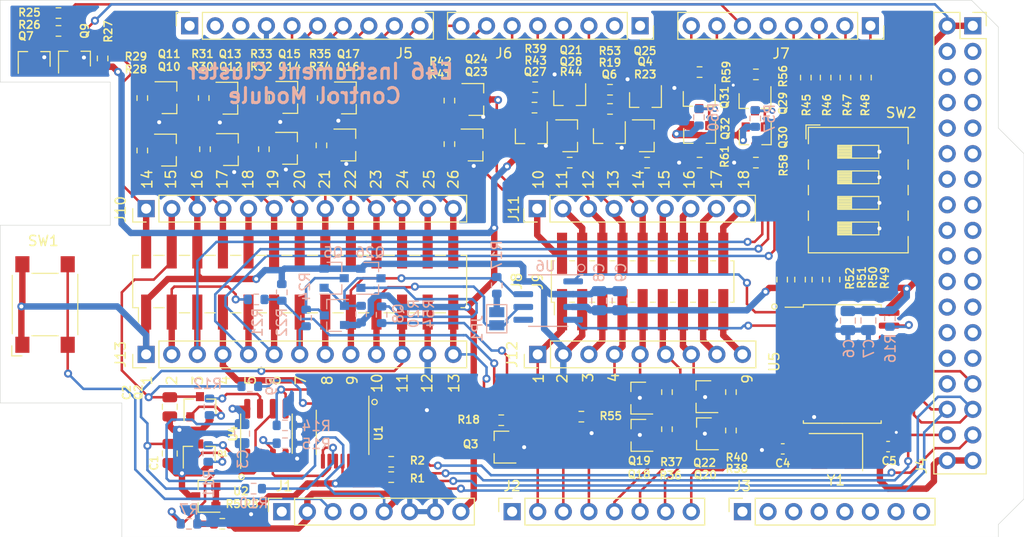
<source format=kicad_pcb>
(kicad_pcb (version 20171130) (host pcbnew "(5.1.10)-1")
  (layers (0 F.Cu signal) (31 B.Cu signal) (34 B.Paste user) (35 F.Paste user) (36 B.SilkS user) (37 F.SilkS user) (38 B.Mask user) (39 F.Mask user) (44 Edge.Cuts user))
  (net 0 "")
  (net 1 GND)
  (net 2 AREF)
  (net 3 SDA)
  (net 4 SCL)
  (net 5 A7)
  (net 6 A6)
  (net 7 A5)
  (net 8 A4)
  (net 9 A3)
  (net 10 A2)
  (net 11 A1)
  (net 12 A0)
  (net 13 A15)
  (net 14 A14)
  (net 15 A13)
  (net 16 A12)
  (net 17 A11)
  (net 18 A10)
  (net 19 A9)
  (net 20 A8)
  (net 21 +5V)
  (net 22 +3V3)
  (net 23 RESET)
  (net 24 +12V)
  (net 25 "Net-(J1-Pad1)")
  (net 26 Coolant-Level-Sensor)
  (net 27 Brake-Wear-Sensor)
  (net 28 ABS-Warning-Light)
  (net 29 Airbag-Warning)
  (net 30 Brake-Fluid-Sensor)
  (net 31 Speed-Signal)
  (net 32 FUEL-LEFT)
  (net 33 K_BUS)
  (net 34 FUEL-RIGHT)
  (net 35 CAN_L)
  (net 36 CAN_H)
  (net 37 12V-Accessory)
  (net 38 12V-On)
  (net 39 Engine-Start-Signal-Feedback)
  (net 40 Battery-Charge-Indicator)
  (net 41 Washer-Fluid-Level)
  (net 42 "Net-(R3-Pad2)")
  (net 43 MISO)
  (net 44 "Net-(R2-Pad1)")
  (net 45 "Net-(R1-Pad1)")
  (net 46 "Net-(R10-Pad2)")
  (net 47 "Net-(R9-Pad2)")
  (net 48 MOSI)
  (net 49 SCK)
  (net 50 DIGIPOT_CS)
  (net 51 "Net-(C4-Pad1)")
  (net 52 "Net-(C5-Pad1)")
  (net 53 OBDII-DIAG)
  (net 54 Parking-Brake-Switch)
  (net 55 Service-Interval-Reset)
  (net 56 Oil-Level-Sensor)
  (net 57 Oil-Pressure-Switch)
  (net 58 Speedometer-Signal-Output)
  (net 59 Cluster-Backlight)
  (net 60 Outside-Temp)
  (net 61 Seat-Belt)
  (net 62 BC-Button)
  (net 63 Cruise-Control-Light)
  (net 64 Signal-Gong)
  (net 65 Reverse)
  (net 66 "Net-(JP1-Pad1)")
  (net 67 D2)
  (net 68 D3)
  (net 69 "Net-(Q10-Pad1)")
  (net 70 "Net-(Q12-Pad1)")
  (net 71 "Net-(Q13-Pad1)")
  (net 72 "Net-(Q14-Pad1)")
  (net 73 "Net-(Q15-Pad1)")
  (net 74 "Net-(Q16-Pad1)")
  (net 75 "Net-(Q17-Pad1)")
  (net 76 "Net-(Q18-Pad1)")
  (net 77 "Net-(Q19-Pad1)")
  (net 78 "Net-(Q20-Pad1)")
  (net 79 "Net-(Q21-Pad1)")
  (net 80 "Net-(Q22-Pad1)")
  (net 81 "Net-(Q23-Pad1)")
  (net 82 "Net-(Q24-Pad1)")
  (net 83 "Net-(Q25-Pad1)")
  (net 84 "Net-(Q26-Pad1)")
  (net 85 "Net-(Q27-Pad3)")
  (net 86 "Net-(R11-Pad2)")
  (net 87 "Net-(R12-Pad2)")
  (net 88 "Net-(R16-Pad2)")
  (net 89 D4)
  (net 90 D16)
  (net 91 D5)
  (net 92 D6)
  (net 93 D7)
  (net 94 D8)
  (net 95 D9)
  (net 96 D10)
  (net 97 D11)
  (net 98 D12)
  (net 99 D22)
  (net 100 D23)
  (net 101 D24)
  (net 102 D28)
  (net 103 D25)
  (net 104 D26)
  (net 105 D27)
  (net 106 MCP2515_CS)
  (net 107 "Net-(U5-Pad12)")
  (net 108 "Net-(U5-Pad11)")
  (net 109 "Net-(U5-Pad10)")
  (net 110 "Net-(U5-Pad6)")
  (net 111 "Net-(U5-Pad5)")
  (net 112 "Net-(U5-Pad4)")
  (net 113 "Net-(U5-Pad3)")
  (net 114 "Net-(U5-Pad2)")
  (net 115 "Net-(U5-Pad1)")
  (net 116 "Net-(U6-Pad5)")
  (net 117 "Net-(Q3-Pad1)")
  (net 118 "Net-(Q7-Pad1)")
  (net 119 "Net-(Q11-Pad1)")
  (net 120 "Net-(R45-Pad1)")
  (net 121 "Net-(R46-Pad1)")
  (net 122 "Net-(R47-Pad1)")
  (net 123 "Net-(R48-Pad1)")
  (net 124 D48)
  (net 125 D47)
  (net 126 D46)
  (net 127 D45)
  (net 128 D44)
  (net 129 D43)
  (net 130 D42)
  (net 131 D41)
  (net 132 D40)
  (net 133 D39)
  (net 134 D38)
  (net 135 D37)
  (net 136 D36)
  (net 137 D35)
  (net 138 D34)
  (net 139 D33)
  (net 140 D32)
  (net 141 D31)
  (net 142 D30)
  (net 143 D29)
  (net 144 D13)
  (net 145 D1)
  (net 146 D0)
  (net 147 D14)
  (net 148 D15)
  (net 149 D17)
  (net 150 D18)
  (net 151 D19)
  (net 152 D20)
  (net 153 D21)
  (net 154 "Net-(Q29-Pad1)")
  (net 155 "Net-(Q31-Pad1)")
  (net 156 Rollover-Sensor)
  (net 157 "Net-(R14-Pad1)")
  (net 158 "Net-(R15-Pad1)")
  (net 159 NC1)
  (net 160 NC7)
  (net 161 NC2)
  (net 162 NC8)
  (net 163 NC3)
  (net 164 NC4)
  (net 165 NC9)
  (net 166 NC5)
  (net 167 NC6)
  (net 168 "Net-(Q1-Pad1)")
  (net 169 "Net-(Q2-Pad1)")
  (net 170 "Net-(Q4-Pad3)")
  (net 171 "Net-(Q25-Pad3)")
  (net 172 "Net-(Q5-Pad3)")
  (net 173 "Net-(Q26-Pad3)")
  (net 174 "Net-(Q7-Pad3)")
  (net 175 "Net-(Q21-Pad3)")
  (net 176 "Net-(Q29-Pad3)")
  (net 177 "Net-(Q31-Pad3)")
  (net 178 0.25V_REF)
  (module "# Custom Crystals:Crystal_SMD_5032-4Pin_5.0x3.2mm" (layer F.Cu) (at 82.932 -8.4488 180)
    (fp_text reference Y1 (at 0 -2.8 180) (layer F.SilkS))
    (fp_text value "8 MHz")
    (pad 1 smd rect (at -1.65 1 180) (size 1.6 1.3) (layers F.Cu F.Paste F.Mask) (net 52 "Net-(C5-Pad1)"))
    (pad "" smd rect (at 1.65 1 180) (size 1.6 1.3) (layers F.Cu F.Paste F.Mask))
    (pad 2 smd rect (at 1.65 -1 180) (size 1.6 1.3) (layers F.Cu F.Paste F.Mask) (net 51 "Net-(C4-Pad1)"))
    (pad "" smd rect (at -1.65 -1 180) (size 1.6 1.3) (layers F.Cu F.Paste F.Mask))
  )
  (module Package_SO:SOIC-8_3.9x4.9mm_P1.27mm (layer B.Cu) (at 54.3814 -23.5077 180)
    (fp_text reference U6 (at 0.2794 3.4163) (layer B.SilkS) (effects (justify mirror)))
    (fp_text value TJA1050T-3)
    (pad 8 smd roundrect (at 2.475 1.905 180) (size 1.95 0.6) (layers B.Cu B.Paste B.Mask) (net 1 GND))
    (pad 7 smd roundrect (at 2.475 0.635 180) (size 1.95 0.6) (layers B.Cu B.Paste B.Mask) (net 36 CAN_H))
    (pad 6 smd roundrect (at 2.475 -0.635 180) (size 1.95 0.6) (layers B.Cu B.Paste B.Mask) (net 35 CAN_L))
    (pad 5 smd roundrect (at 2.475 -1.905 180) (size 1.95 0.6) (layers B.Cu B.Paste B.Mask) (net 116 "Net-(U6-Pad5)"))
    (pad 4 smd roundrect (at -2.475 -1.905 180) (size 1.95 0.6) (layers B.Cu B.Paste B.Mask) (net 114 "Net-(U5-Pad2)"))
    (pad 3 smd roundrect (at -2.475 -0.635 180) (size 1.95 0.6) (layers B.Cu B.Paste B.Mask) (net 21 +5V))
    (pad 2 smd roundrect (at -2.475 0.635 180) (size 1.95 0.6) (layers B.Cu B.Paste B.Mask) (net 1 GND))
    (pad 1 smd roundrect (at -2.475 1.905 180) (size 1.95 0.6) (layers B.Cu B.Paste B.Mask) (net 115 "Net-(U5-Pad1)"))
  )
  (module "# Custom Connectors (2.00 mm):PinHeader_2x09_P2.00mm_Vertical_SMD_Top_Bottom;98424-G52-18ALF" (layer F.Cu) (at 63.754 -25.4 90)
    (fp_text reference J9 (at 0 -10.414 90) (layer F.SilkS))
    (fp_text value Conn_02x09_Top_Bottom)
    (pad 18 smd rect (at 2.8 8 90) (size 4.1 1) (layers F.Cu F.Paste F.Mask) (net 159 NC1))
    (pad 9 smd rect (at -2.8 8 90) (size 4.1 1) (layers F.Cu F.Paste F.Mask) (net 160 NC7))
    (pad 17 smd rect (at 2.8 6 90) (size 4.1 1) (layers F.Cu F.Paste F.Mask) (net 161 NC2))
    (pad 8 smd rect (at -2.8 6 90) (size 4.1 1) (layers F.Cu F.Paste F.Mask) (net 162 NC8))
    (pad 16 smd rect (at 2.8 4 90) (size 4.1 1) (layers F.Cu F.Paste F.Mask) (net 163 NC3))
    (pad 7 smd rect (at -2.8 4 90) (size 4.1 1) (layers F.Cu F.Paste F.Mask) (net 65 Reverse))
    (pad 15 smd rect (at 2.8 2 90) (size 4.1 1) (layers F.Cu F.Paste F.Mask) (net 164 NC4))
    (pad 6 smd rect (at -2.8 2 90) (size 4.1 1) (layers F.Cu F.Paste F.Mask) (net 156 Rollover-Sensor))
    (pad 14 smd rect (at 2.8 0 90) (size 4.1 1) (layers F.Cu F.Paste F.Mask) (net 64 Signal-Gong))
    (pad 5 smd rect (at -2.8 0 90) (size 4.1 1) (layers F.Cu F.Paste F.Mask) (net 63 Cruise-Control-Light))
    (pad 13 smd rect (at 2.8 -2 90) (size 4.1 1) (layers F.Cu F.Paste F.Mask) (net 62 BC-Button))
    (pad 4 smd rect (at -2.8 -2 90) (size 4.1 1) (layers F.Cu F.Paste F.Mask) (net 41 Washer-Fluid-Level))
    (pad 12 smd rect (at 2.8 -4 90) (size 4.1 1) (layers F.Cu F.Paste F.Mask) (net 61 Seat-Belt))
    (pad 3 smd rect (at -2.8 -4 90) (size 4.1 1) (layers F.Cu F.Paste F.Mask) (net 165 NC9))
    (pad 11 smd rect (at 2.8 -6 90) (size 4.1 1) (layers F.Cu F.Paste F.Mask) (net 166 NC5))
    (pad 2 smd rect (at -2.8 -6 90) (size 4.1 1) (layers F.Cu F.Paste F.Mask) (net 1 GND))
    (pad 10 smd rect (at 2.8 -8 90) (size 4.1 1) (layers F.Cu F.Paste F.Mask) (net 167 NC6))
    (pad 1 smd rect (at -2.8 -8 90) (size 4.1 1) (layers F.Cu F.Paste F.Mask) (net 60 Outside-Temp))
  )
  (module "# Custom Connectors (2.54 mm):3020-26-0300-00" (layer F.Cu) (at 29.718 -25.4 90)
    (fp_text reference J8 (at 0.0254 21.5392 90) (layer F.SilkS))
    (fp_text value Conn_02x13_Top_Bottom)
    (pad 26 smd rect (at 3.035 15.24 90) (size 3.48 1) (layers F.Cu F.Paste F.Mask) (net 26 Coolant-Level-Sensor))
    (pad 13 smd rect (at -3.035 15.24 90) (size 3.48 1) (layers F.Cu F.Paste F.Mask) (net 57 Oil-Pressure-Switch))
    (pad 25 smd rect (at 3.035 12.7 90) (size 3.48 1) (layers F.Cu F.Paste F.Mask) (net 53 OBDII-DIAG))
    (pad 12 smd rect (at -3.035 12.7 90) (size 3.48 1) (layers F.Cu F.Paste F.Mask) (net 1 GND))
    (pad 24 smd rect (at 3.035 10.16 90) (size 3.48 1) (layers F.Cu F.Paste F.Mask) (net 27 Brake-Wear-Sensor))
    (pad 11 smd rect (at -3.035 10.16 90) (size 3.48 1) (layers F.Cu F.Paste F.Mask) (net 34 FUEL-RIGHT))
    (pad 23 smd rect (at 3.035 7.62 90) (size 3.48 1) (layers F.Cu F.Paste F.Mask) (net 54 Parking-Brake-Switch))
    (pad 10 smd rect (at -3.035 7.62 90) (size 3.48 1) (layers F.Cu F.Paste F.Mask) (net 35 CAN_L))
    (pad 22 smd rect (at 3.035 5.08 90) (size 3.48 1) (layers F.Cu F.Paste F.Mask) (net 28 ABS-Warning-Light))
    (pad 9 smd rect (at -3.035 5.08 90) (size 3.48 1) (layers F.Cu F.Paste F.Mask) (net 36 CAN_H))
    (pad 21 smd rect (at 3.035 2.54 90) (size 3.48 1) (layers F.Cu F.Paste F.Mask) (net 29 Airbag-Warning))
    (pad 8 smd rect (at -3.035 2.54 90) (size 3.48 1) (layers F.Cu F.Paste F.Mask) (net 58 Speedometer-Signal-Output))
    (pad 20 smd rect (at 3.035 0 90) (size 3.48 1) (layers F.Cu F.Paste F.Mask) (net 30 Brake-Fluid-Sensor))
    (pad 7 smd rect (at -3.035 0 90) (size 3.48 1) (layers F.Cu F.Paste F.Mask) (net 59 Cluster-Backlight))
    (pad 19 smd rect (at 3.035 -2.54 90) (size 3.48 1) (layers F.Cu F.Paste F.Mask) (net 31 Speed-Signal))
    (pad 6 smd rect (at -3.035 -2.54 90) (size 3.48 1) (layers F.Cu F.Paste F.Mask) (net 37 12V-Accessory))
    (pad 18 smd rect (at 3.035 -5.08 90) (size 3.48 1) (layers F.Cu F.Paste F.Mask) (net 55 Service-Interval-Reset))
    (pad 5 smd rect (at -3.035 -5.08 90) (size 3.48 1) (layers F.Cu F.Paste F.Mask) (net 38 12V-On))
    (pad 17 smd rect (at 3.035 -7.62 90) (size 3.48 1) (layers F.Cu F.Paste F.Mask) (net 56 Oil-Level-Sensor))
    (pad 4 smd rect (at -3.035 -7.62 90) (size 3.48 1) (layers F.Cu F.Paste F.Mask) (net 24 +12V))
    (pad 16 smd rect (at 3.035 -10.16 90) (size 3.48 1) (layers F.Cu F.Paste F.Mask) (net 1 GND))
    (pad 3 smd rect (at -3.035 -10.16 90) (size 3.48 1) (layers F.Cu F.Paste F.Mask) (net 39 Engine-Start-Signal-Feedback))
    (pad 15 smd rect (at 3.035 -12.7 90) (size 3.48 1) (layers F.Cu F.Paste F.Mask) (net 32 FUEL-LEFT))
    (pad 2 smd rect (at -3.035 -12.7 90) (size 3.48 1) (layers F.Cu F.Paste F.Mask) (net 40 Battery-Charge-Indicator))
    (pad 14 smd rect (at 3.035 -15.24 90) (size 3.48 1) (layers F.Cu F.Paste F.Mask) (net 33 K_BUS))
    (pad 1 smd rect (at -3.035 -15.24 90) (size 3.48 1) (layers F.Cu F.Paste F.Mask) (net 1 GND))
  )
  (module Resistor_SMD:R_0603_1608Metric (layer F.Cu) (at 69.406 -37.211 180)
    (fp_text reference R61 (at -2.4887 0.5969 90) (layer F.SilkS) (effects (font (size 0.762 0.762))))
    (fp_text value 10k)
    (pad 2 smd roundrect (at 0.825 0 180) (size 0.8 0.95) (layers F.Cu F.Paste F.Mask) (net 1 GND))
    (pad 1 smd roundrect (at -0.825 0 180) (size 0.8 0.95) (layers F.Cu F.Paste F.Mask) (net 38 12V-On))
  )
  (module Resistor_SMD:R_0603_1608Metric (layer B.Cu) (at 69.342 -41.72 90)
    (fp_text reference R60 (at 0 1.43 270) (layer B.SilkS) (effects (justify mirror)))
    (fp_text value 10k)
    (pad 2 smd roundrect (at 0.825 0 90) (size 0.8 0.95) (layers B.Cu B.Paste B.Mask) (net 177 "Net-(Q31-Pad3)"))
    (pad 1 smd roundrect (at -0.825 0 90) (size 0.8 0.95) (layers B.Cu B.Paste B.Mask) (net 24 +12V))
  )
  (module Resistor_SMD:R_0603_1608Metric (layer F.Cu) (at 69.405 -46.2026 180)
    (fp_text reference R59 (at -2.6548 0 90) (layer F.SilkS) (effects (font (size 0.762 0.762))))
    (fp_text value 100)
    (pad 2 smd roundrect (at 0.825 0 180) (size 0.8 0.95) (layers F.Cu F.Paste F.Mask) (net 147 D14))
    (pad 1 smd roundrect (at -0.825 0 180) (size 0.8 0.95) (layers F.Cu F.Paste F.Mask) (net 155 "Net-(Q31-Pad1)"))
  )
  (module Resistor_SMD:R_0603_1608Metric (layer F.Cu) (at 74.993 -37.211 180)
    (fp_text reference R58 (at -2.7437 -0.2667 270) (layer F.SilkS) (effects (font (size 0.762 0.762))))
    (fp_text value 10k)
    (pad 2 smd roundrect (at 0.825 0 180) (size 0.8 0.95) (layers F.Cu F.Paste F.Mask) (net 1 GND))
    (pad 1 smd roundrect (at -0.825 0 180) (size 0.8 0.95) (layers F.Cu F.Paste F.Mask) (net 37 12V-Accessory))
  )
  (module Resistor_SMD:R_0603_1608Metric (layer B.Cu) (at 74.93 -41.592 90)
    (fp_text reference R57 (at 0 1.43 90) (layer B.SilkS) (effects (justify mirror)))
    (fp_text value 10k)
    (pad 2 smd roundrect (at 0.825 0 90) (size 0.8 0.95) (layers B.Cu B.Paste B.Mask) (net 176 "Net-(Q29-Pad3)"))
    (pad 1 smd roundrect (at -0.825 0 90) (size 0.8 0.95) (layers B.Cu B.Paste B.Mask) (net 24 +12V))
  )
  (module Resistor_SMD:R_0603_1608Metric (layer F.Cu) (at 74.993 -45.974 180)
    (fp_text reference R56 (at -2.6929 -0.1778 90) (layer F.SilkS) (effects (font (size 0.762 0.762))))
    (fp_text value 100)
    (pad 2 smd roundrect (at 0.825 0 180) (size 0.8 0.95) (layers F.Cu F.Paste F.Mask) (net 148 D15))
    (pad 1 smd roundrect (at -0.825 0 180) (size 0.8 0.95) (layers F.Cu F.Paste F.Mask) (net 154 "Net-(Q29-Pad1)"))
  )
  (module Resistor_SMD:R_0603_1608Metric (layer F.Cu) (at 57.6702 -11.9761)
    (fp_text reference R55 (at 2.921 -0.0635 180) (layer F.SilkS) (effects (font (size 0.762 0.762))))
    (fp_text value 10k)
    (pad 2 smd roundrect (at 0.825 0) (size 0.8 0.95) (layers F.Cu F.Paste F.Mask) (net 1 GND))
    (pad 1 smd roundrect (at -0.825 0) (size 0.8 0.95) (layers F.Cu F.Paste F.Mask) (net 60 Outside-Temp))
  )
  (module Resistor_SMD:R_0603_1608Metric (layer B.Cu) (at 37.846 -22.098 270)
    (fp_text reference R54 (at -0.127 -4.699 90) (layer B.SilkS) (effects (justify mirror)))
    (fp_text value 100)
    (pad 2 smd roundrect (at 0.825 0 270) (size 0.8 0.95) (layers B.Cu B.Paste B.Mask) (net 9 A3))
    (pad 1 smd roundrect (at -0.825 0 270) (size 0.8 0.95) (layers B.Cu B.Paste B.Mask) (net 84 "Net-(Q26-Pad1)"))
  )
  (module Resistor_SMD:R_0603_1608Metric (layer F.Cu) (at 60.515 -44.45 180)
    (fp_text reference R53 (at 0.0122 3.8608) (layer F.SilkS) (effects (font (size 0.762 0.762))))
    (fp_text value 100)
    (pad 2 smd roundrect (at 0.825 0 180) (size 0.8 0.95) (layers F.Cu F.Paste F.Mask) (net 67 D2))
    (pad 1 smd roundrect (at -0.825 0 180) (size 0.8 0.95) (layers F.Cu F.Paste F.Mask) (net 83 "Net-(Q25-Pad1)"))
  )
  (module Package_TO_SOT_SMD:SOT-23 (layer F.Cu) (at 69.408 -39.894 270)
    (fp_text reference Q32 (at -0.7079 -2.5502 90) (layer F.SilkS) (effects (font (size 0.762 0.762))))
    (fp_text value TP0610K-T1-E3)
    (pad 3 smd rect (at 1 0 270) (size 0.9 0.8) (layers F.Cu F.Paste F.Mask) (net 38 12V-On))
    (pad 2 smd rect (at -1 0.95 270) (size 0.9 0.8) (layers F.Cu F.Paste F.Mask) (net 24 +12V))
    (pad 1 smd rect (at -1 -0.95 270) (size 0.9 0.8) (layers F.Cu F.Paste F.Mask) (net 177 "Net-(Q31-Pad3)"))
  )
  (module Package_TO_SOT_SMD:SOT-23 (layer F.Cu) (at 69.3674 -43.5704 270)
    (fp_text reference Q31 (at -0.1176 -2.5146 270) (layer F.SilkS) (effects (font (size 0.762 0.762))))
    (fp_text value DMN67D8L-7)
    (pad 3 smd rect (at 1 0 270) (size 0.9 0.8) (layers F.Cu F.Paste F.Mask) (net 177 "Net-(Q31-Pad3)"))
    (pad 2 smd rect (at -1 0.95 270) (size 0.9 0.8) (layers F.Cu F.Paste F.Mask) (net 1 GND))
    (pad 1 smd rect (at -1 -0.95 270) (size 0.9 0.8) (layers F.Cu F.Paste F.Mask) (net 155 "Net-(Q31-Pad1)"))
  )
  (module Package_TO_SOT_SMD:SOT-23 (layer F.Cu) (at 74.93 -39.751 270)
    (fp_text reference Q30 (at 0.0254 -2.7559 90) (layer F.SilkS) (effects (font (size 0.762 0.762))))
    (fp_text value TP0610K-T1-E3)
    (pad 3 smd rect (at 1 0 270) (size 0.9 0.8) (layers F.Cu F.Paste F.Mask) (net 37 12V-Accessory))
    (pad 2 smd rect (at -1 0.95 270) (size 0.9 0.8) (layers F.Cu F.Paste F.Mask) (net 24 +12V))
    (pad 1 smd rect (at -1 -0.95 270) (size 0.9 0.8) (layers F.Cu F.Paste F.Mask) (net 176 "Net-(Q29-Pad3)"))
  )
  (module Package_TO_SOT_SMD:SOT-23 (layer F.Cu) (at 74.9046 -43.3578 270)
    (fp_text reference Q29 (at 0.254 -2.7686 270) (layer F.SilkS) (effects (font (size 0.762 0.762))))
    (fp_text value DMN67D8L-7)
    (pad 3 smd rect (at 1 0 270) (size 0.9 0.8) (layers F.Cu F.Paste F.Mask) (net 176 "Net-(Q29-Pad3)"))
    (pad 2 smd rect (at -1 0.95 270) (size 0.9 0.8) (layers F.Cu F.Paste F.Mask) (net 1 GND))
    (pad 1 smd rect (at -1 -0.95 270) (size 0.9 0.8) (layers F.Cu F.Paste F.Mask) (net 154 "Net-(Q29-Pad1)"))
  )
  (module Package_SO:TSSOP-14_4.4x5mm_P0.65mm (layer F.Cu) (at 33.9725 -10.414 270)
    (fp_text reference U1 (at 0.0762 -3.5687 90) (layer F.SilkS) (effects (font (size 0.762 0.762))))
    (fp_text value MCP4251-xxxx-ST)
    (pad 14 smd roundrect (at 2.8625 -1.95 270) (size 1.475 0.4) (layers F.Cu F.Paste F.Mask) (net 21 +5V))
    (pad 13 smd roundrect (at 2.8625 -1.3 270) (size 1.475 0.4) (layers F.Cu F.Paste F.Mask) (net 43 MISO))
    (pad 12 smd roundrect (at 2.8625 -0.65 270) (size 1.475 0.4) (layers F.Cu F.Paste F.Mask) (net 44 "Net-(R2-Pad1)"))
    (pad 11 smd roundrect (at 2.8625 0 270) (size 1.475 0.4) (layers F.Cu F.Paste F.Mask) (net 45 "Net-(R1-Pad1)"))
    (pad 10 smd roundrect (at 2.8625 0.65 270) (size 1.475 0.4) (layers F.Cu F.Paste F.Mask) (net 158 "Net-(R15-Pad1)"))
    (pad 9 smd roundrect (at 2.8625 1.3 270) (size 1.475 0.4) (layers F.Cu F.Paste F.Mask) (net 158 "Net-(R15-Pad1)"))
    (pad 8 smd roundrect (at 2.8625 1.95 270) (size 1.475 0.4) (layers F.Cu F.Paste F.Mask) (net 46 "Net-(R10-Pad2)"))
    (pad 7 smd roundrect (at -2.8625 1.95 270) (size 1.475 0.4) (layers F.Cu F.Paste F.Mask) (net 47 "Net-(R9-Pad2)"))
    (pad 6 smd roundrect (at -2.8625 1.3 270) (size 1.475 0.4) (layers F.Cu F.Paste F.Mask) (net 157 "Net-(R14-Pad1)"))
    (pad 5 smd roundrect (at -2.8625 0.65 270) (size 1.475 0.4) (layers F.Cu F.Paste F.Mask) (net 157 "Net-(R14-Pad1)"))
    (pad 4 smd roundrect (at -2.8625 0 270) (size 1.475 0.4) (layers F.Cu F.Paste F.Mask) (net 1 GND))
    (pad 3 smd roundrect (at -2.8625 -0.65 270) (size 1.475 0.4) (layers F.Cu F.Paste F.Mask) (net 48 MOSI))
    (pad 2 smd roundrect (at -2.8625 -1.3 270) (size 1.475 0.4) (layers F.Cu F.Paste F.Mask) (net 49 SCK))
    (pad 1 smd roundrect (at -2.8625 -1.95 270) (size 1.475 0.4) (layers F.Cu F.Paste F.Mask) (net 50 DIGIPOT_CS))
  )
  (module Button_Switch_SMD:SW_DIP_SPSTx04_Slide_9.78x12.34mm_W8.61mm_P2.54mm (layer F.Cu) (at 85.1535 -34.4805)
    (fp_text reference SW2 (at 4.2545 -7.6835) (layer F.SilkS))
    (fp_text value SW_DIP_x04)
    (pad 8 smd rect (at 4.305 -3.81) (size 2.44 1.12) (layers F.Cu F.Paste F.Mask) (net 1 GND))
    (pad 4 smd rect (at -4.305 3.81) (size 2.44 1.12) (layers F.Cu F.Paste F.Mask) (net 123 "Net-(R48-Pad1)"))
    (pad 7 smd rect (at 4.305 -1.27) (size 2.44 1.12) (layers F.Cu F.Paste F.Mask) (net 1 GND))
    (pad 3 smd rect (at -4.305 1.27) (size 2.44 1.12) (layers F.Cu F.Paste F.Mask) (net 122 "Net-(R47-Pad1)"))
    (pad 6 smd rect (at 4.305 1.27) (size 2.44 1.12) (layers F.Cu F.Paste F.Mask) (net 1 GND))
    (pad 2 smd rect (at -4.305 -1.27) (size 2.44 1.12) (layers F.Cu F.Paste F.Mask) (net 121 "Net-(R46-Pad1)"))
    (pad 5 smd rect (at 4.305 3.81) (size 2.44 1.12) (layers F.Cu F.Paste F.Mask) (net 1 GND))
    (pad 1 smd rect (at -4.305 -3.81) (size 2.44 1.12) (layers F.Cu F.Paste F.Mask) (net 120 "Net-(R45-Pad1)"))
  )
  (module Resistor_SMD:R_0603_1608Metric (layer F.Cu) (at 77.597 -25.59 90)
    (fp_text reference R52 (at 0.1148 6.731 270) (layer F.SilkS) (effects (font (size 0.762 0.762))))
    (fp_text value 10k)
    (pad 2 smd roundrect (at 0.825 0 90) (size 0.8 0.95) (layers F.Cu F.Paste F.Mask) (net 120 "Net-(R45-Pad1)"))
    (pad 1 smd roundrect (at -0.825 0 90) (size 0.8 0.95) (layers F.Cu F.Paste F.Mask) (net 21 +5V))
  )
  (module Resistor_SMD:R_0603_1608Metric (layer F.Cu) (at 79.375 -25.59 90)
    (fp_text reference R51 (at 0.2164 6.1214 270) (layer F.SilkS) (effects (font (size 0.762 0.762))))
    (fp_text value 10k)
    (pad 2 smd roundrect (at 0.825 0 90) (size 0.8 0.95) (layers F.Cu F.Paste F.Mask) (net 121 "Net-(R46-Pad1)"))
    (pad 1 smd roundrect (at -0.825 0 90) (size 0.8 0.95) (layers F.Cu F.Paste F.Mask) (net 21 +5V))
  )
  (module Resistor_SMD:R_0603_1608Metric (layer F.Cu) (at 81.0895 -25.591 90)
    (fp_text reference R50 (at 0.2154 5.5245 270) (layer F.SilkS) (effects (font (size 0.762 0.762))))
    (fp_text value 10k)
    (pad 2 smd roundrect (at 0.825 0 90) (size 0.8 0.95) (layers F.Cu F.Paste F.Mask) (net 122 "Net-(R47-Pad1)"))
    (pad 1 smd roundrect (at -0.825 0 90) (size 0.8 0.95) (layers F.Cu F.Paste F.Mask) (net 21 +5V))
  )
  (module Resistor_SMD:R_0603_1608Metric (layer F.Cu) (at 82.804 -25.591 90)
    (fp_text reference R49 (at 0.1646 4.9784 90) (layer F.SilkS) (effects (font (size 0.762 0.762))))
    (fp_text value 10k)
    (pad 2 smd roundrect (at 0.825 0 90) (size 0.8 0.95) (layers F.Cu F.Paste F.Mask) (net 123 "Net-(R48-Pad1)"))
    (pad 1 smd roundrect (at -0.825 0 90) (size 0.8 0.95) (layers F.Cu F.Paste F.Mask) (net 21 +5V))
  )
  (module Resistor_SMD:R_0603_1608Metric (layer F.Cu) (at 85.9155 -45.657 90)
    (fp_text reference R48 (at -2.731 -0.0635 90) (layer F.SilkS) (effects (font (size 0.762 0.762))))
    (fp_text value 10k)
    (pad 2 smd roundrect (at 0.825 0 90) (size 0.8 0.95) (layers F.Cu F.Paste F.Mask) (net 153 D21))
    (pad 1 smd roundrect (at -0.825 0 90) (size 0.8 0.95) (layers F.Cu F.Paste F.Mask) (net 123 "Net-(R48-Pad1)"))
  )
  (module Resistor_SMD:R_0603_1608Metric (layer F.Cu) (at 83.8835 -45.6565 90)
    (fp_text reference R47 (at -2.7305 0.1905 90) (layer F.SilkS) (effects (font (size 0.762 0.762))))
    (fp_text value 10k)
    (pad 2 smd roundrect (at 0.825 0 90) (size 0.8 0.95) (layers F.Cu F.Paste F.Mask) (net 152 D20))
    (pad 1 smd roundrect (at -0.825 0 90) (size 0.8 0.95) (layers F.Cu F.Paste F.Mask) (net 122 "Net-(R47-Pad1)"))
  )
  (module Resistor_SMD:R_0603_1608Metric (layer F.Cu) (at 81.915 -45.657 90)
    (fp_text reference R46 (at -2.731 0.127 90) (layer F.SilkS) (effects (font (size 0.762 0.762))))
    (fp_text value 10k)
    (pad 2 smd roundrect (at 0.825 0 90) (size 0.8 0.95) (layers F.Cu F.Paste F.Mask) (net 151 D19))
    (pad 1 smd roundrect (at -0.825 0 90) (size 0.8 0.95) (layers F.Cu F.Paste F.Mask) (net 121 "Net-(R46-Pad1)"))
  )
  (module Resistor_SMD:R_0603_1608Metric (layer F.Cu) (at 79.9465 -45.6565 90)
    (fp_text reference R45 (at -2.7305 0.0635 90) (layer F.SilkS) (effects (font (size 0.762 0.762))))
    (fp_text value 10k)
    (pad 2 smd roundrect (at 0.825 0 90) (size 0.8 0.95) (layers F.Cu F.Paste F.Mask) (net 150 D18))
    (pad 1 smd roundrect (at -0.825 0 90) (size 0.8 0.95) (layers F.Cu F.Paste F.Mask) (net 120 "Net-(R45-Pad1)"))
  )
  (module Package_SO:SOIC-8_3.9x4.9mm_P1.27mm (layer F.Cu) (at 26.416 -10.287 90)
    (fp_text reference U4 (at 0 -3.302 90) (layer F.SilkS) (effects (font (size 0.762 0.762) (thickness 0.1905))))
    (fp_text value MCP6002T-I/SN)
    (pad 1 smd roundrect (at -2.475 -1.905 90) (size 1.95 0.6) (layers F.Cu F.Paste F.Mask) (net 86 "Net-(R11-Pad2)"))
    (pad 2 smd roundrect (at -2.475 -0.635 90) (size 1.95 0.6) (layers F.Cu F.Paste F.Mask) (net 178 0.25V_REF))
    (pad 3 smd roundrect (at -2.475 0.635 90) (size 1.95 0.6) (layers F.Cu F.Paste F.Mask) (net 158 "Net-(R15-Pad1)"))
    (pad 4 smd roundrect (at -2.475 1.905 90) (size 1.95 0.6) (layers F.Cu F.Paste F.Mask) (net 1 GND))
    (pad 5 smd roundrect (at 2.475 1.905 90) (size 1.95 0.6) (layers F.Cu F.Paste F.Mask) (net 157 "Net-(R14-Pad1)"))
    (pad 6 smd roundrect (at 2.475 0.635 90) (size 1.95 0.6) (layers F.Cu F.Paste F.Mask) (net 178 0.25V_REF))
    (pad 7 smd roundrect (at 2.475 -0.635 90) (size 1.95 0.6) (layers F.Cu F.Paste F.Mask) (net 87 "Net-(R12-Pad2)"))
    (pad 8 smd roundrect (at 2.475 -1.905 90) (size 1.95 0.6) (layers F.Cu F.Paste F.Mask) (net 21 +5V))
  )
  (module Package_SO:SOIC-18W_7.5x11.6mm_P1.27mm (layer F.Cu) (at 83.566 -17.2085)
    (fp_text reference U5 (at -6.7564 -0.2159 90) (layer F.SilkS))
    (fp_text value MCP2515-xSO)
    (pad 18 smd roundrect (at 4.65 -5.08) (size 2.05 0.6) (layers F.Cu F.Paste F.Mask) (net 21 +5V))
    (pad 17 smd roundrect (at 4.65 -3.81) (size 2.05 0.6) (layers F.Cu F.Paste F.Mask) (net 88 "Net-(R16-Pad2)"))
    (pad 16 smd roundrect (at 4.65 -2.54) (size 2.05 0.6) (layers F.Cu F.Paste F.Mask) (net 106 MCP2515_CS))
    (pad 15 smd roundrect (at 4.65 -1.27) (size 2.05 0.6) (layers F.Cu F.Paste F.Mask) (net 43 MISO))
    (pad 14 smd roundrect (at 4.65 0) (size 2.05 0.6) (layers F.Cu F.Paste F.Mask) (net 48 MOSI))
    (pad 13 smd roundrect (at 4.65 1.27) (size 2.05 0.6) (layers F.Cu F.Paste F.Mask) (net 49 SCK))
    (pad 12 smd roundrect (at 4.65 2.54) (size 2.05 0.6) (layers F.Cu F.Paste F.Mask) (net 107 "Net-(U5-Pad12)"))
    (pad 11 smd roundrect (at 4.65 3.81) (size 2.05 0.6) (layers F.Cu F.Paste F.Mask) (net 108 "Net-(U5-Pad11)"))
    (pad 10 smd roundrect (at 4.65 5.08) (size 2.05 0.6) (layers F.Cu F.Paste F.Mask) (net 109 "Net-(U5-Pad10)"))
    (pad 9 smd roundrect (at -4.65 5.08) (size 2.05 0.6) (layers F.Cu F.Paste F.Mask) (net 1 GND))
    (pad 8 smd roundrect (at -4.65 3.81) (size 2.05 0.6) (layers F.Cu F.Paste F.Mask) (net 52 "Net-(C5-Pad1)"))
    (pad 7 smd roundrect (at -4.65 2.54) (size 2.05 0.6) (layers F.Cu F.Paste F.Mask) (net 51 "Net-(C4-Pad1)"))
    (pad 6 smd roundrect (at -4.65 1.27) (size 2.05 0.6) (layers F.Cu F.Paste F.Mask) (net 110 "Net-(U5-Pad6)"))
    (pad 5 smd roundrect (at -4.65 0) (size 2.05 0.6) (layers F.Cu F.Paste F.Mask) (net 111 "Net-(U5-Pad5)"))
    (pad 4 smd roundrect (at -4.65 -1.27) (size 2.05 0.6) (layers F.Cu F.Paste F.Mask) (net 112 "Net-(U5-Pad4)"))
    (pad 3 smd roundrect (at -4.65 -2.54) (size 2.05 0.6) (layers F.Cu F.Paste F.Mask) (net 113 "Net-(U5-Pad3)"))
    (pad 2 smd roundrect (at -4.65 -3.81) (size 2.05 0.6) (layers F.Cu F.Paste F.Mask) (net 114 "Net-(U5-Pad2)"))
    (pad 1 smd roundrect (at -4.65 -5.08) (size 2.05 0.6) (layers F.Cu F.Paste F.Mask) (net 115 "Net-(U5-Pad1)"))
  )
  (module Resistor_SMD:R_0603_1608Metric (layer F.Cu) (at 56.515 -37.211 180)
    (fp_text reference R44 (at -0.127 9.017) (layer F.SilkS) (effects (font (size 0.762 0.762))))
    (fp_text value 10)
    (pad 2 smd roundrect (at 0.825 0 180) (size 0.8 0.95) (layers F.Cu F.Paste F.Mask) (net 85 "Net-(Q27-Pad3)"))
    (pad 1 smd roundrect (at -0.825 0 180) (size 0.8 0.95) (layers F.Cu F.Paste F.Mask) (net 64 Signal-Gong))
  )
  (module Resistor_SMD:R_0603_1608Metric (layer F.Cu) (at 53.023 -42.672)
    (fp_text reference R43 (at 0.1138 -4.6736) (layer F.SilkS) (effects (font (size 0.762 0.762))))
    (fp_text value 10k)
    (pad 2 smd roundrect (at 0.825 0) (size 0.8 0.95) (layers F.Cu F.Paste F.Mask) (net 175 "Net-(Q21-Pad3)"))
    (pad 1 smd roundrect (at -0.825 0) (size 0.8 0.95) (layers F.Cu F.Paste F.Mask) (net 24 +12V))
  )
  (module Resistor_SMD:R_0603_1608Metric (layer F.Cu) (at 44.577 -43.371 90)
    (fp_text reference R42 (at 3.873 -0.889) (layer F.SilkS) (effects (font (size 0.762 0.762))))
    (fp_text value 100)
    (pad 2 smd roundrect (at 0.825 0 90) (size 0.8 0.95) (layers F.Cu F.Paste F.Mask) (net 89 D4))
    (pad 1 smd roundrect (at -0.825 0 90) (size 0.8 0.95) (layers F.Cu F.Paste F.Mask) (net 82 "Net-(Q24-Pad1)"))
  )
  (module Resistor_SMD:R_0603_1608Metric (layer F.Cu) (at 44.577 -39.052 90)
    (fp_text reference R41 (at 6.922 -0.889 180) (layer F.SilkS) (effects (font (size 0.762 0.762))))
    (fp_text value 100)
    (pad 2 smd roundrect (at 0.825 0 90) (size 0.8 0.95) (layers F.Cu F.Paste F.Mask) (net 91 D5))
    (pad 1 smd roundrect (at -0.825 0 90) (size 0.8 0.95) (layers F.Cu F.Paste F.Mask) (net 81 "Net-(Q23-Pad1)"))
  )
  (module Resistor_SMD:R_0603_1608Metric (layer F.Cu) (at 72.517 -14.415 270)
    (fp_text reference R40 (at 6.4902 -0.5842 180) (layer F.SilkS) (effects (font (size 0.762 0.762))))
    (fp_text value 100)
    (pad 2 smd roundrect (at 0.825 0 270) (size 0.8 0.95) (layers F.Cu F.Paste F.Mask) (net 5 A7))
    (pad 1 smd roundrect (at -0.825 0 270) (size 0.8 0.95) (layers F.Cu F.Paste F.Mask) (net 80 "Net-(Q22-Pad1)"))
  )
  (module Resistor_SMD:R_0603_1608Metric (layer F.Cu) (at 53.086 -44.704 180)
    (fp_text reference R39 (at -0.0508 3.81) (layer F.SilkS) (effects (font (size 0.762 0.762))))
    (fp_text value 100)
    (pad 2 smd roundrect (at 0.825 0 180) (size 0.8 0.95) (layers F.Cu F.Paste F.Mask) (net 68 D3))
    (pad 1 smd roundrect (at -0.825 0 180) (size 0.8 0.95) (layers F.Cu F.Paste F.Mask) (net 79 "Net-(Q21-Pad1)"))
  )
  (module Resistor_SMD:R_0603_1608Metric (layer F.Cu) (at 72.517 -10.605 270)
    (fp_text reference R38 (at 3.7978 -0.5842) (layer F.SilkS) (effects (font (size 0.762 0.762))))
    (fp_text value 100)
    (pad 2 smd roundrect (at 0.825 0 270) (size 0.8 0.95) (layers F.Cu F.Paste F.Mask) (net 6 A6))
    (pad 1 smd roundrect (at -0.825 0 270) (size 0.8 0.95) (layers F.Cu F.Paste F.Mask) (net 78 "Net-(Q20-Pad1)"))
  )
  (module Resistor_SMD:R_0603_1608Metric (layer F.Cu) (at 66.167 -14.415 270)
    (fp_text reference R37 (at 6.9474 -0.4318 180) (layer F.SilkS) (effects (font (size 0.762 0.762))))
    (fp_text value 100)
    (pad 2 smd roundrect (at 0.825 0 270) (size 0.8 0.95) (layers F.Cu F.Paste F.Mask) (net 7 A5))
    (pad 1 smd roundrect (at -0.825 0 270) (size 0.8 0.95) (layers F.Cu F.Paste F.Mask) (net 77 "Net-(Q19-Pad1)"))
  )
  (module Resistor_SMD:R_0603_1608Metric (layer F.Cu) (at 66.167 -10.732 270)
    (fp_text reference R36 (at 4.5852 -0.3556 180) (layer F.SilkS) (effects (font (size 0.762 0.762))))
    (fp_text value 100)
    (pad 2 smd roundrect (at 0.825 0 270) (size 0.8 0.95) (layers F.Cu F.Paste F.Mask) (net 8 A4))
    (pad 1 smd roundrect (at -0.825 0 270) (size 0.8 0.95) (layers F.Cu F.Paste F.Mask) (net 76 "Net-(Q18-Pad1)"))
  )
  (module Resistor_SMD:R_0603_1608Metric (layer F.Cu) (at 32.004 -43.624 90)
    (fp_text reference R35 (at 4.382 -0.254) (layer F.SilkS) (effects (font (size 0.762 0.762))))
    (fp_text value 100)
    (pad 1 smd roundrect (at -0.825 0 90) (size 0.8 0.95) (layers F.Cu F.Paste F.Mask) (net 75 "Net-(Q17-Pad1)"))
    (pad 2 smd roundrect (at 0.825 0 90) (size 0.8 0.95) (layers F.Cu F.Paste F.Mask) (net 92 D6))
  )
  (module Resistor_SMD:R_0603_1608Metric (layer F.Cu) (at 31.877 -38.925 90)
    (fp_text reference R34 (at 7.811 -0.127 180) (layer F.SilkS) (effects (font (size 0.762 0.762))))
    (fp_text value 100)
    (pad 1 smd roundrect (at -0.825 0 90) (size 0.8 0.95) (layers F.Cu F.Paste F.Mask) (net 74 "Net-(Q16-Pad1)"))
    (pad 2 smd roundrect (at 0.825 0 90) (size 0.8 0.95) (layers F.Cu F.Paste F.Mask) (net 93 D7))
  )
  (module Resistor_SMD:R_0603_1608Metric (layer F.Cu) (at 26.162 -43.624 90)
    (fp_text reference R33 (at 4.382 -0.254 180) (layer F.SilkS) (effects (font (size 0.762 0.762))))
    (fp_text value 100)
    (pad 1 smd roundrect (at -0.825 0 90) (size 0.8 0.95) (layers F.Cu F.Paste F.Mask) (net 73 "Net-(Q15-Pad1)"))
    (pad 2 smd roundrect (at 0.825 0 90) (size 0.8 0.95) (layers F.Cu F.Paste F.Mask) (net 94 D8))
  )
  (module Resistor_SMD:R_0603_1608Metric (layer F.Cu) (at 26.162 -38.544 90)
    (fp_text reference R32 (at 8.192 -0.254 180) (layer F.SilkS) (effects (font (size 0.762 0.762))))
    (fp_text value 100)
    (pad 1 smd roundrect (at -0.825 0 90) (size 0.8 0.95) (layers F.Cu F.Paste F.Mask) (net 72 "Net-(Q14-Pad1)"))
    (pad 2 smd roundrect (at 0.825 0 90) (size 0.8 0.95) (layers F.Cu F.Paste F.Mask) (net 95 D9))
  )
  (module Resistor_SMD:R_0603_1608Metric (layer F.Cu) (at 20.193 -43.624 90)
    (fp_text reference R31 (at 4.382 -0.127 180) (layer F.SilkS) (effects (font (size 0.762 0.762))))
    (fp_text value 100)
    (pad 1 smd roundrect (at -0.825 0 90) (size 0.8 0.95) (layers F.Cu F.Paste F.Mask) (net 71 "Net-(Q13-Pad1)"))
    (pad 2 smd roundrect (at 0.825 0 90) (size 0.8 0.95) (layers F.Cu F.Paste F.Mask) (net 96 D10))
  )
  (module Resistor_SMD:R_0603_1608Metric (layer F.Cu) (at 20.32 -38.544 90)
    (fp_text reference R30 (at 8.192 -0.254) (layer F.SilkS) (effects (font (size 0.762 0.762))))
    (fp_text value 100)
    (pad 1 smd roundrect (at -0.825 0 90) (size 0.8 0.95) (layers F.Cu F.Paste F.Mask) (net 70 "Net-(Q12-Pad1)"))
    (pad 2 smd roundrect (at 0.825 0 90) (size 0.8 0.95) (layers F.Cu F.Paste F.Mask) (net 97 D11))
  )
  (module Resistor_SMD:R_0603_1608Metric (layer F.Cu) (at 14.097 -43.625 90)
    (fp_text reference R29 (at 4.127 -0.635 180) (layer F.SilkS) (effects (font (size 0.762 0.762))))
    (fp_text value 100)
    (pad 1 smd roundrect (at -0.825 0 90) (size 0.8 0.95) (layers F.Cu F.Paste F.Mask) (net 119 "Net-(Q11-Pad1)"))
    (pad 2 smd roundrect (at 0.825 0 90) (size 0.8 0.95) (layers F.Cu F.Paste F.Mask) (net 98 D12))
  )
  (module Resistor_SMD:R_0603_1608Metric (layer F.Cu) (at 14.097 -38.417 90)
    (fp_text reference R28 (at 8.065 -0.635 180) (layer F.SilkS) (effects (font (size 0.762 0.762))))
    (fp_text value 100)
    (pad 1 smd roundrect (at -0.825 0 90) (size 0.8 0.95) (layers F.Cu F.Paste F.Mask) (net 69 "Net-(Q10-Pad1)"))
    (pad 2 smd roundrect (at 0.825 0 90) (size 0.8 0.95) (layers F.Cu F.Paste F.Mask) (net 144 D13))
  )
  (module Resistor_SMD:R_0603_1608Metric (layer F.Cu) (at 10.16 -47.561 90)
    (fp_text reference R27 (at 2.6802 0.5588 270) (layer F.SilkS) (effects (font (size 0.762 0.762))))
    (fp_text value 1k)
    (pad 2 smd roundrect (at 0.825 0 90) (size 0.8 0.95) (layers F.Cu F.Paste F.Mask) (net 33 K_BUS))
    (pad 1 smd roundrect (at -0.825 0 90) (size 0.8 0.95) (layers F.Cu F.Paste F.Mask) (net 24 +12V))
  )
  (module Resistor_SMD:R_0603_1608Metric (layer F.Cu) (at 5.779 -50.292)
    (fp_text reference R26 (at -2.8834 -0.6096 180) (layer F.SilkS) (effects (font (size 0.762 0.762))))
    (fp_text value 10k)
    (pad 2 smd roundrect (at 0.825 0) (size 0.8 0.95) (layers F.Cu F.Paste F.Mask) (net 21 +5V))
    (pad 1 smd roundrect (at -0.825 0) (size 0.8 0.95) (layers F.Cu F.Paste F.Mask) (net 174 "Net-(Q7-Pad3)"))
  )
  (module Resistor_SMD:R_0603_1608Metric (layer F.Cu) (at 5.779 -52.07 180)
    (fp_text reference R25 (at 2.8834 0.0508) (layer F.SilkS) (effects (font (size 0.762 0.762))))
    (fp_text value 100)
    (pad 2 smd roundrect (at 0.825 0 180) (size 0.8 0.95) (layers F.Cu F.Paste F.Mask) (net 118 "Net-(Q7-Pad1)"))
    (pad 1 smd roundrect (at -0.825 0 180) (size 0.8 0.95) (layers F.Cu F.Paste F.Mask) (net 90 D16))
  )
  (module Resistor_SMD:R_0603_1608Metric (layer B.Cu) (at 30.353 -21.781 90)
    (fp_text reference R24 (at 3.111 -0.127 270) (layer B.SilkS) (effects (justify mirror)))
    (fp_text value 10)
    (pad 2 smd roundrect (at 0.825 0 90) (size 0.8 0.95) (layers B.Cu B.Paste B.Mask) (net 172 "Net-(Q5-Pad3)"))
    (pad 1 smd roundrect (at -0.825 0 90) (size 0.8 0.95) (layers B.Cu B.Paste B.Mask) (net 59 Cluster-Backlight))
  )
  (module Resistor_SMD:R_0603_1608Metric (layer F.Cu) (at 64.198 -37.211 180)
    (fp_text reference R23 (at 0.19 8.763) (layer F.SilkS) (effects (font (size 0.762 0.762))))
    (fp_text value 10)
    (pad 2 smd roundrect (at 0.825 0 180) (size 0.8 0.95) (layers F.Cu F.Paste F.Mask) (net 170 "Net-(Q4-Pad3)"))
    (pad 1 smd roundrect (at -0.825 0 180) (size 0.8 0.95) (layers F.Cu F.Paste F.Mask) (net 39 Engine-Start-Signal-Feedback))
  )
  (module Resistor_SMD:R_0603_1608Metric (layer B.Cu) (at 27.94 -24.321 90)
    (fp_text reference R22 (at -2.985 0 90) (layer B.SilkS) (effects (justify mirror)))
    (fp_text value 100k)
    (pad 2 smd roundrect (at 0.825 0 90) (size 0.8 0.95) (layers B.Cu B.Paste B.Mask) (net 1 GND))
    (pad 1 smd roundrect (at -0.825 0 90) (size 0.8 0.95) (layers B.Cu B.Paste B.Mask) (net 10 A2))
  )
  (module Resistor_SMD:R_0603_1608Metric (layer B.Cu) (at 25.4 -23.622 180)
    (fp_text reference R21 (at -0.127 -2.286 90) (layer B.SilkS) (effects (justify mirror)))
    (fp_text value 200k)
    (pad 2 smd roundrect (at 0.825 0 180) (size 0.8 0.95) (layers B.Cu B.Paste B.Mask) (net 40 Battery-Charge-Indicator))
    (pad 1 smd roundrect (at -0.825 0 180) (size 0.8 0.95) (layers B.Cu B.Paste B.Mask) (net 10 A2))
  )
  (module Resistor_SMD:R_0603_1608Metric (layer B.Cu) (at 35.814 -22.162 90)
    (fp_text reference R20 (at 0.063 5.207 90) (layer B.SilkS) (effects (justify mirror)))
    (fp_text value 10k)
    (pad 2 smd roundrect (at 0.825 0 90) (size 0.8 0.95) (layers B.Cu B.Paste B.Mask) (net 173 "Net-(Q26-Pad3)"))
    (pad 1 smd roundrect (at -0.825 0 90) (size 0.8 0.95) (layers B.Cu B.Paste B.Mask) (net 24 +12V))
  )
  (module Resistor_SMD:R_0603_1608Metric (layer F.Cu) (at 60.515 -42.545)
    (fp_text reference R19 (at -0.0122 -4.5974) (layer F.SilkS) (effects (font (size 0.762 0.762))))
    (fp_text value 10k)
    (pad 2 smd roundrect (at 0.825 0) (size 0.8 0.95) (layers F.Cu F.Paste F.Mask) (net 171 "Net-(Q25-Pad3)"))
    (pad 1 smd roundrect (at -0.825 0) (size 0.8 0.95) (layers F.Cu F.Paste F.Mask) (net 24 +12V))
  )
  (module Resistor_SMD:R_0603_1608Metric (layer F.Cu) (at 49.72 -11.6205 180)
    (fp_text reference R18 (at 3.238 0.0635 180) (layer F.SilkS) (effects (font (size 0.762 0.762))))
    (fp_text value 100)
    (pad 1 smd roundrect (at -0.825 0 180) (size 0.8 0.95) (layers F.Cu F.Paste F.Mask) (net 11 A1))
    (pad 2 smd roundrect (at 0.825 0 180) (size 0.8 0.95) (layers F.Cu F.Paste F.Mask) (net 117 "Net-(Q3-Pad1)"))
  )
  (module Resistor_SMD:R_0603_1608Metric (layer B.Cu) (at 49.276 -25.0195 270)
    (fp_text reference R17 (at -3.0221 0 90) (layer B.SilkS) (effects (justify mirror)))
    (fp_text value 120)
    (pad 2 smd roundrect (at 0.825 0 270) (size 0.8 0.95) (layers B.Cu B.Paste B.Mask) (net 66 "Net-(JP1-Pad1)"))
    (pad 1 smd roundrect (at -0.825 0 270) (size 0.8 0.95) (layers B.Cu B.Paste B.Mask) (net 36 CAN_H))
  )
  (module Resistor_SMD:R_0603_1608Metric (layer B.Cu) (at 88.2904 -21.7297 270)
    (fp_text reference R16 (at 2.9845 -0.0508 270) (layer B.SilkS) (effects (justify mirror)))
    (fp_text value 10k)
    (pad 2 smd roundrect (at 0.825 0 270) (size 0.8 0.95) (layers B.Cu B.Paste B.Mask) (net 88 "Net-(R16-Pad2)"))
    (pad 1 smd roundrect (at -0.825 0 270) (size 0.8 0.95) (layers B.Cu B.Paste B.Mask) (net 21 +5V))
  )
  (module Resistor_SMD:R_0603_1608Metric (layer B.Cu) (at 28.258 -9.3345)
    (fp_text reference R15 (at 3.111 0.0635 180) (layer B.SilkS) (effects (justify mirror)))
    (fp_text value 604)
    (pad 2 smd roundrect (at 0.825 0) (size 0.8 0.95) (layers B.Cu B.Paste B.Mask) (net 1 GND))
    (pad 1 smd roundrect (at -0.825 0) (size 0.8 0.95) (layers B.Cu B.Paste B.Mask) (net 158 "Net-(R15-Pad1)"))
  )
  (module Resistor_SMD:R_0603_1608Metric (layer B.Cu) (at 28.258 -11.1125)
    (fp_text reference R14 (at 3.111 0.0635) (layer B.SilkS) (effects (justify mirror)))
    (fp_text value 604)
    (pad 2 smd roundrect (at 0.825 0) (size 0.8 0.95) (layers B.Cu B.Paste B.Mask) (net 1 GND))
    (pad 1 smd roundrect (at -0.825 0) (size 0.8 0.95) (layers B.Cu B.Paste B.Mask) (net 157 "Net-(R14-Pad1)"))
  )
  (module Resistor_SMD:R_0603_1608Metric (layer B.Cu) (at 20.7645 -12.9535 90)
    (fp_text reference R12 (at 2.2865 -0.1905) (layer B.SilkS) (effects (justify mirror)))
    (fp_text value 10)
    (pad 2 smd roundrect (at 0.825 0 90) (size 0.8 0.95) (layers B.Cu B.Paste B.Mask) (net 87 "Net-(R12-Pad2)"))
    (pad 1 smd roundrect (at -0.825 0 90) (size 0.8 0.95) (layers B.Cu B.Paste B.Mask) (net 169 "Net-(Q2-Pad1)"))
  )
  (module Resistor_SMD:R_0603_1608Metric (layer B.Cu) (at 20.6375 -8.319 90)
    (fp_text reference R11 (at -2.985 0.0635 270) (layer B.SilkS) (effects (justify mirror)))
    (fp_text value 10)
    (pad 2 smd roundrect (at 0.825 0 90) (size 0.8 0.95) (layers B.Cu B.Paste B.Mask) (net 86 "Net-(R11-Pad2)"))
    (pad 1 smd roundrect (at -0.825 0 90) (size 0.8 0.95) (layers B.Cu B.Paste B.Mask) (net 168 "Net-(Q1-Pad1)"))
  )
  (module Resistor_SMD:R_0603_1608Metric (layer B.Cu) (at 25.1465 -4.826)
    (fp_text reference R10 (at 0 1.43) (layer B.SilkS) (effects (justify mirror)))
    (fp_text value 966)
    (pad 2 smd roundrect (at 0.825 0) (size 0.8 0.95) (layers B.Cu B.Paste B.Mask) (net 46 "Net-(R10-Pad2)"))
    (pad 1 smd roundrect (at -0.825 0) (size 0.8 0.95) (layers B.Cu B.Paste B.Mask) (net 34 FUEL-RIGHT))
  )
  (module Resistor_SMD:R_0603_1608Metric (layer B.Cu) (at 24.7645 -14.986)
    (fp_text reference R9 (at 2.1595 -0.0508 90) (layer B.SilkS) (effects (justify mirror)))
    (fp_text value 966)
    (pad 2 smd roundrect (at 0.825 0) (size 0.8 0.95) (layers B.Cu B.Paste B.Mask) (net 47 "Net-(R9-Pad2)"))
    (pad 1 smd roundrect (at -0.825 0) (size 0.8 0.95) (layers B.Cu B.Paste B.Mask) (net 32 FUEL-LEFT))
  )
  (module Resistor_SMD:R_0603_1608Metric (layer B.Cu) (at 18.7325 -1.3335 180)
    (fp_text reference R7 (at 0 1.43) (layer B.SilkS) (effects (justify mirror)))
    (fp_text value 10k)
    (pad 1 smd roundrect (at -0.825 0 180) (size 0.8 0.95) (layers B.Cu B.Paste B.Mask) (net 1 GND))
    (pad 2 smd roundrect (at 0.825 0 180) (size 0.8 0.95) (layers B.Cu B.Paste B.Mask) (net 178 0.25V_REF))
  )
  (module Resistor_SMD:R_0603_1608Metric (layer F.Cu) (at 18.7325 -1.3335)
    (fp_text reference R5 (at 4.3815 -1.9685) (layer F.SilkS) (effects (font (size 0.762 0.762))))
    (fp_text value 90.9k)
    (pad 1 smd roundrect (at -0.825 0) (size 0.8 0.95) (layers F.Cu F.Paste F.Mask) (net 178 0.25V_REF))
    (pad 2 smd roundrect (at 0.825 0) (size 0.8 0.95) (layers F.Cu F.Paste F.Mask) (net 42 "Net-(R3-Pad2)"))
  )
  (module Resistor_SMD:R_0603_1608Metric (layer F.Cu) (at 22.0345 -1.3335 180)
    (fp_text reference R3 (at -2.8575 1.9685) (layer F.SilkS) (effects (font (size 0.762 0.762))))
    (fp_text value 1k)
    (pad 1 smd roundrect (at -0.825 0 180) (size 0.8 0.95) (layers F.Cu F.Paste F.Mask) (net 21 +5V))
    (pad 2 smd roundrect (at 0.825 0 180) (size 0.8 0.95) (layers F.Cu F.Paste F.Mask) (net 42 "Net-(R3-Pad2)"))
  )
  (module Resistor_SMD:R_0603_1608Metric (layer F.Cu) (at 38.7985 -7.493)
    (fp_text reference R2 (at 2.6035 -0.127) (layer F.SilkS) (effects (font (size 0.762 0.762))))
    (fp_text value 10k)
    (pad 2 smd roundrect (at 0.825 0) (size 0.8 0.95) (layers F.Cu F.Paste F.Mask) (net 21 +5V))
    (pad 1 smd roundrect (at -0.825 0) (size 0.8 0.95) (layers F.Cu F.Paste F.Mask) (net 44 "Net-(R2-Pad1)"))
  )
  (module Resistor_SMD:R_0603_1608Metric (layer F.Cu) (at 38.7985 -5.969)
    (fp_text reference R1 (at 2.6035 0.127) (layer F.SilkS) (effects (font (size 0.762 0.762))))
    (fp_text value 10k)
    (pad 2 smd roundrect (at 0.825 0) (size 0.8 0.95) (layers F.Cu F.Paste F.Mask) (net 21 +5V))
    (pad 1 smd roundrect (at -0.825 0) (size 0.8 0.95) (layers F.Cu F.Paste F.Mask) (net 45 "Net-(R1-Pad1)"))
  )
  (module Package_TO_SOT_SMD:SOT-23 (layer F.Cu) (at 56.531 -39.878)
    (fp_text reference Q28 (at 0.111 -7.366) (layer F.SilkS) (effects (font (size 0.762 0.762))))
    (fp_text value DMN67D8L-7)
    (pad 3 smd rect (at 1 0) (size 0.9 0.8) (layers F.Cu F.Paste F.Mask) (net 85 "Net-(Q27-Pad3)"))
    (pad 2 smd rect (at -1 0.95) (size 0.9 0.8) (layers F.Cu F.Paste F.Mask) (net 1 GND))
    (pad 1 smd rect (at -1 -0.95) (size 0.9 0.8) (layers F.Cu F.Paste F.Mask) (net 175 "Net-(Q21-Pad3)"))
  )
  (module Package_TO_SOT_SMD:SOT-23 (layer F.Cu) (at 52.705 -39.862 270)
    (fp_text reference Q27 (at -6.366 -0.381) (layer F.SilkS) (effects (font (size 0.762 0.762))))
    (fp_text value TP0610K-T1-E3)
    (pad 3 smd rect (at 1 0 270) (size 0.9 0.8) (layers F.Cu F.Paste F.Mask) (net 85 "Net-(Q27-Pad3)"))
    (pad 2 smd rect (at -1 0.95 270) (size 0.9 0.8) (layers F.Cu F.Paste F.Mask) (net 24 +12V))
    (pad 1 smd rect (at -1 -0.95 270) (size 0.9 0.8) (layers F.Cu F.Paste F.Mask) (net 175 "Net-(Q21-Pad3)"))
  )
  (module Package_TO_SOT_SMD:SOT-23 (layer B.Cu) (at 36.7886 -25.72)
    (fp_text reference Q26 (at -0.0602 -2.5756 180) (layer B.SilkS) (effects (justify mirror)))
    (fp_text value DMN67D8L-7)
    (pad 3 smd rect (at 1 0) (size 0.9 0.8) (layers B.Cu B.Paste B.Mask) (net 173 "Net-(Q26-Pad3)"))
    (pad 2 smd rect (at -1 -0.95) (size 0.9 0.8) (layers B.Cu B.Paste B.Mask) (net 1 GND))
    (pad 1 smd rect (at -1 0.95) (size 0.9 0.8) (layers B.Cu B.Paste B.Mask) (net 84 "Net-(Q26-Pad1)"))
  )
  (module Package_TO_SOT_SMD:SOT-23 (layer F.Cu) (at 64.0334 -43.4594 270)
    (fp_text reference Q25 (at -4.8514 0.0508 180) (layer F.SilkS) (effects (font (size 0.762 0.762))))
    (fp_text value DMN67D8L-7)
    (pad 3 smd rect (at 1 0 270) (size 0.9 0.8) (layers F.Cu F.Paste F.Mask) (net 171 "Net-(Q25-Pad3)"))
    (pad 2 smd rect (at -1 0.95 270) (size 0.9 0.8) (layers F.Cu F.Paste F.Mask) (net 1 GND))
    (pad 1 smd rect (at -1 -0.95 270) (size 0.9 0.8) (layers F.Cu F.Paste F.Mask) (net 83 "Net-(Q25-Pad1)"))
  )
  (module Package_TO_SOT_SMD:SOT-23 (layer F.Cu) (at 47.2186 -43.4848)
    (fp_text reference Q24 (at 0.0254 -4.0132) (layer F.SilkS) (effects (font (size 0.762 0.762))))
    (fp_text value DMN67D8L-7)
    (pad 3 smd rect (at 1 0) (size 0.9 0.8) (layers F.Cu F.Paste F.Mask) (net 62 BC-Button))
    (pad 2 smd rect (at -1 0.95) (size 0.9 0.8) (layers F.Cu F.Paste F.Mask) (net 1 GND))
    (pad 1 smd rect (at -1 -0.95) (size 0.9 0.8) (layers F.Cu F.Paste F.Mask) (net 82 "Net-(Q24-Pad1)"))
  )
  (module Package_TO_SOT_SMD:SOT-23 (layer F.Cu) (at 47.1424 -38.9636)
    (fp_text reference Q23 (at 0.1016 -7.2644) (layer F.SilkS) (effects (font (size 0.762 0.762))))
    (fp_text value DMN67D8L-7)
    (pad 3 smd rect (at 1 0) (size 0.9 0.8) (layers F.Cu F.Paste F.Mask) (net 61 Seat-Belt))
    (pad 2 smd rect (at -1 0.95) (size 0.9 0.8) (layers F.Cu F.Paste F.Mask) (net 1 GND))
    (pad 1 smd rect (at -1 -0.95) (size 0.9 0.8) (layers F.Cu F.Paste F.Mask) (net 81 "Net-(Q23-Pad1)"))
  )
  (module Package_TO_SOT_SMD:SOT-23 (layer F.Cu) (at 69.8152 -13.9598 180)
    (fp_text reference Q22 (at -0.0856 -6.5684) (layer F.SilkS) (effects (font (size 0.762 0.762))))
    (fp_text value DMN67D8L-7)
    (pad 3 smd rect (at 1 0 180) (size 0.9 0.8) (layers F.Cu F.Paste F.Mask) (net 65 Reverse))
    (pad 2 smd rect (at -1 0.95 180) (size 0.9 0.8) (layers F.Cu F.Paste F.Mask) (net 1 GND))
    (pad 1 smd rect (at -1 -0.95 180) (size 0.9 0.8) (layers F.Cu F.Paste F.Mask) (net 80 "Net-(Q22-Pad1)"))
  )
  (module Package_TO_SOT_SMD:SOT-23 (layer F.Cu) (at 56.515 -43.6466 270)
    (fp_text reference Q21 (at -4.7404 -0.127 180) (layer F.SilkS) (effects (font (size 0.762 0.762))))
    (fp_text value DMN67D8L-7)
    (pad 3 smd rect (at 1 0 270) (size 0.9 0.8) (layers F.Cu F.Paste F.Mask) (net 175 "Net-(Q21-Pad3)"))
    (pad 2 smd rect (at -1 0.95 270) (size 0.9 0.8) (layers F.Cu F.Paste F.Mask) (net 1 GND))
    (pad 1 smd rect (at -1 -0.95 270) (size 0.9 0.8) (layers F.Cu F.Paste F.Mask) (net 79 "Net-(Q21-Pad1)"))
  )
  (module Package_TO_SOT_SMD:SOT-23 (layer F.Cu) (at 69.866 -10.2718 180)
    (fp_text reference Q20 (at -0.111 -4.0742) (layer F.SilkS) (effects (font (size 0.762 0.762))))
    (fp_text value DMN67D8L-7)
    (pad 3 smd rect (at 1 0 180) (size 0.9 0.8) (layers F.Cu F.Paste F.Mask) (net 156 Rollover-Sensor))
    (pad 2 smd rect (at -1 0.95 180) (size 0.9 0.8) (layers F.Cu F.Paste F.Mask) (net 1 GND))
    (pad 1 smd rect (at -1 -0.95 180) (size 0.9 0.8) (layers F.Cu F.Paste F.Mask) (net 78 "Net-(Q20-Pad1)"))
  )
  (module Package_TO_SOT_SMD:SOT-23 (layer F.Cu) (at 63.3476 -13.8176 180)
    (fp_text reference Q19 (at -0.0762 -6.223) (layer F.SilkS) (effects (font (size 0.762 0.762))))
    (fp_text value DMN67D8L-7)
    (pad 3 smd rect (at 1 0 180) (size 0.9 0.8) (layers F.Cu F.Paste F.Mask) (net 63 Cruise-Control-Light))
    (pad 2 smd rect (at -1 0.95 180) (size 0.9 0.8) (layers F.Cu F.Paste F.Mask) (net 1 GND))
    (pad 1 smd rect (at -1 -0.95 180) (size 0.9 0.8) (layers F.Cu F.Paste F.Mask) (net 77 "Net-(Q19-Pad1)"))
  )
  (module Package_TO_SOT_SMD:SOT-23 (layer F.Cu) (at 63.3636 -10.1194 180)
    (fp_text reference Q18 (at -0.0348 -3.871) (layer F.SilkS) (effects (font (size 0.762 0.762))))
    (fp_text value DMN67D8L-7)
    (pad 3 smd rect (at 1 0 180) (size 0.9 0.8) (layers F.Cu F.Paste F.Mask) (net 41 Washer-Fluid-Level))
    (pad 2 smd rect (at -1 0.95 180) (size 0.9 0.8) (layers F.Cu F.Paste F.Mask) (net 1 GND))
    (pad 1 smd rect (at -1 -0.95 180) (size 0.9 0.8) (layers F.Cu F.Paste F.Mask) (net 76 "Net-(Q18-Pad1)"))
  )
  (module Package_TO_SOT_SMD:SOT-23 (layer F.Cu) (at 34.5694 -43.6372)
    (fp_text reference Q17 (at -0.0254 -4.3688) (layer F.SilkS) (effects (font (size 0.762 0.762))))
    (fp_text value DMN67D8L-7)
    (pad 1 smd rect (at -1 -0.95) (size 0.9 0.8) (layers F.Cu F.Paste F.Mask) (net 75 "Net-(Q17-Pad1)"))
    (pad 2 smd rect (at -1 0.95) (size 0.9 0.8) (layers F.Cu F.Paste F.Mask) (net 1 GND))
    (pad 3 smd rect (at 1 0) (size 0.9 0.8) (layers F.Cu F.Paste F.Mask) (net 26 Coolant-Level-Sensor))
  )
  (module Package_TO_SOT_SMD:SOT-23 (layer F.Cu) (at 34.5186 -38.9636)
    (fp_text reference Q16 (at 0.0254 -7.7724 180) (layer F.SilkS) (effects (font (size 0.762 0.762))))
    (fp_text value DMN67D8L-7)
    (pad 1 smd rect (at -1 -0.95) (size 0.9 0.8) (layers F.Cu F.Paste F.Mask) (net 74 "Net-(Q16-Pad1)"))
    (pad 2 smd rect (at -1 0.95) (size 0.9 0.8) (layers F.Cu F.Paste F.Mask) (net 1 GND))
    (pad 3 smd rect (at 1 0) (size 0.9 0.8) (layers F.Cu F.Paste F.Mask) (net 27 Brake-Wear-Sensor))
  )
  (module Package_TO_SOT_SMD:SOT-23 (layer F.Cu) (at 28.7528 -43.688)
    (fp_text reference Q15 (at -0.0508 -4.318) (layer F.SilkS) (effects (font (size 0.762 0.762))))
    (fp_text value DMN67D8L-7)
    (pad 1 smd rect (at -1 -0.95) (size 0.9 0.8) (layers F.Cu F.Paste F.Mask) (net 73 "Net-(Q15-Pad1)"))
    (pad 2 smd rect (at -1 0.95) (size 0.9 0.8) (layers F.Cu F.Paste F.Mask) (net 1 GND))
    (pad 3 smd rect (at 1 0) (size 0.9 0.8) (layers F.Cu F.Paste F.Mask) (net 54 Parking-Brake-Switch))
  )
  (module Package_TO_SOT_SMD:SOT-23 (layer F.Cu) (at 28.7274 -38.6334)
    (fp_text reference Q14 (at 0 -8.1026) (layer F.SilkS) (effects (font (size 0.762 0.762))))
    (fp_text value DMN67D8L-7)
    (pad 1 smd rect (at -1 -0.95) (size 0.9 0.8) (layers F.Cu F.Paste F.Mask) (net 72 "Net-(Q14-Pad1)"))
    (pad 2 smd rect (at -1 0.95) (size 0.9 0.8) (layers F.Cu F.Paste F.Mask) (net 1 GND))
    (pad 3 smd rect (at 1 0) (size 0.9 0.8) (layers F.Cu F.Paste F.Mask) (net 28 ABS-Warning-Light))
  )
  (module Package_TO_SOT_SMD:SOT-23 (layer F.Cu) (at 22.8092 -43.6118)
    (fp_text reference Q13 (at 0 -4.3942) (layer F.SilkS) (effects (font (size 0.762 0.762))))
    (fp_text value DMN67D8L-7)
    (pad 1 smd rect (at -1 -0.95) (size 0.9 0.8) (layers F.Cu F.Paste F.Mask) (net 71 "Net-(Q13-Pad1)"))
    (pad 2 smd rect (at -1 0.95) (size 0.9 0.8) (layers F.Cu F.Paste F.Mask) (net 1 GND))
    (pad 3 smd rect (at 1 0) (size 0.9 0.8) (layers F.Cu F.Paste F.Mask) (net 29 Airbag-Warning))
  )
  (module Package_TO_SOT_SMD:SOT-23 (layer F.Cu) (at 22.86 -38.5064)
    (fp_text reference Q12 (at 0 -8.2296) (layer F.SilkS) (effects (font (size 0.762 0.762))))
    (fp_text value DMN67D8L-7)
    (pad 1 smd rect (at -1 -0.95) (size 0.9 0.8) (layers F.Cu F.Paste F.Mask) (net 70 "Net-(Q12-Pad1)"))
    (pad 2 smd rect (at -1 0.95) (size 0.9 0.8) (layers F.Cu F.Paste F.Mask) (net 1 GND))
    (pad 3 smd rect (at 1 0) (size 0.9 0.8) (layers F.Cu F.Paste F.Mask) (net 30 Brake-Fluid-Sensor))
  )
  (module Package_TO_SOT_SMD:SOT-23 (layer F.Cu) (at 16.764 -43.6626)
    (fp_text reference Q11 (at 0 -4.3434) (layer F.SilkS) (effects (font (size 0.762 0.762))))
    (fp_text value DMN67D8L-7)
    (pad 1 smd rect (at -1 -0.95) (size 0.9 0.8) (layers F.Cu F.Paste F.Mask) (net 119 "Net-(Q11-Pad1)"))
    (pad 2 smd rect (at -1 0.95) (size 0.9 0.8) (layers F.Cu F.Paste F.Mask) (net 1 GND))
    (pad 3 smd rect (at 1 0) (size 0.9 0.8) (layers F.Cu F.Paste F.Mask) (net 31 Speed-Signal))
  )
  (module Package_TO_SOT_SMD:SOT-23 (layer F.Cu) (at 16.7132 -38.4556)
    (fp_text reference Q10 (at 0.0508 -8.2804) (layer F.SilkS) (effects (font (size 0.762 0.762))))
    (fp_text value DMN67D8L-7)
    (pad 1 smd rect (at -1 -0.95) (size 0.9 0.8) (layers F.Cu F.Paste F.Mask) (net 69 "Net-(Q10-Pad1)"))
    (pad 2 smd rect (at -1 0.95) (size 0.9 0.8) (layers F.Cu F.Paste F.Mask) (net 1 GND))
    (pad 3 smd rect (at 1 0) (size 0.9 0.8) (layers F.Cu F.Paste F.Mask) (net 56 Oil-Level-Sensor))
  )
  (module Package_TO_SOT_SMD:SOT-23 (layer F.Cu) (at 7.366 -47.514 90)
    (fp_text reference Q9 (at 2.778 1.016 90) (layer F.SilkS) (effects (font (size 0.762 0.762))))
    (fp_text value DMN67D8L-7)
    (pad 3 smd rect (at 1 0 90) (size 0.9 0.8) (layers F.Cu F.Paste F.Mask) (net 33 K_BUS))
    (pad 2 smd rect (at -1 0.95 90) (size 0.9 0.8) (layers F.Cu F.Paste F.Mask) (net 1 GND))
    (pad 1 smd rect (at -1 -0.95 90) (size 0.9 0.8) (layers F.Cu F.Paste F.Mask) (net 174 "Net-(Q7-Pad3)"))
  )
  (module Package_TO_SOT_SMD:SOT-23 (layer B.Cu) (at 33.163 -22.032 180)
    (fp_text reference Q8 (at -6.334 0.193 90) (layer B.SilkS) (effects (justify mirror)))
    (fp_text value TP0610K-T1-E3)
    (pad 3 smd rect (at 1 0 180) (size 0.9 0.8) (layers B.Cu B.Paste B.Mask) (net 172 "Net-(Q5-Pad3)"))
    (pad 2 smd rect (at -1 -0.95 180) (size 0.9 0.8) (layers B.Cu B.Paste B.Mask) (net 24 +12V))
    (pad 1 smd rect (at -1 0.95 180) (size 0.9 0.8) (layers B.Cu B.Paste B.Mask) (net 173 "Net-(Q26-Pad3)"))
  )
  (module Package_TO_SOT_SMD:SOT-23 (layer F.Cu) (at 3.368 -47.482 90)
    (fp_text reference Q7 (at 2.302 -0.828 180) (layer F.SilkS) (effects (font (size 0.762 0.762))))
    (fp_text value DMN67D8L-7)
    (pad 3 smd rect (at 1 0 90) (size 0.9 0.8) (layers F.Cu F.Paste F.Mask) (net 174 "Net-(Q7-Pad3)"))
    (pad 2 smd rect (at -1 0.95 90) (size 0.9 0.8) (layers F.Cu F.Paste F.Mask) (net 1 GND))
    (pad 1 smd rect (at -1 -0.95 90) (size 0.9 0.8) (layers F.Cu F.Paste F.Mask) (net 118 "Net-(Q7-Pad1)"))
  )
  (module Package_TO_SOT_SMD:SOT-23 (layer F.Cu) (at 60.452 -39.878 270)
    (fp_text reference Q6 (at -6.096 0) (layer F.SilkS) (effects (font (size 0.762 0.762))))
    (fp_text value TP0610K-T1-E3)
    (pad 3 smd rect (at 1 0 270) (size 0.9 0.8) (layers F.Cu F.Paste F.Mask) (net 170 "Net-(Q4-Pad3)"))
    (pad 2 smd rect (at -1 0.95 270) (size 0.9 0.8) (layers F.Cu F.Paste F.Mask) (net 24 +12V))
    (pad 1 smd rect (at -1 -0.95 270) (size 0.9 0.8) (layers F.Cu F.Paste F.Mask) (net 171 "Net-(Q25-Pad3)"))
  )
  (module Package_TO_SOT_SMD:SOT-23 (layer B.Cu) (at 33.1376 -25.7302)
    (fp_text reference Q5 (at -0.0922 -2.5654 180) (layer B.SilkS) (effects (justify mirror)))
    (fp_text value DMN67D8L-7)
    (pad 3 smd rect (at 1 0) (size 0.9 0.8) (layers B.Cu B.Paste B.Mask) (net 172 "Net-(Q5-Pad3)"))
    (pad 2 smd rect (at -1 -0.95) (size 0.9 0.8) (layers B.Cu B.Paste B.Mask) (net 1 GND))
    (pad 1 smd rect (at -1 0.95) (size 0.9 0.8) (layers B.Cu B.Paste B.Mask) (net 173 "Net-(Q26-Pad3)"))
  )
  (module Package_TO_SOT_SMD:SOT-23 (layer F.Cu) (at 64.135 -39.878)
    (fp_text reference Q4 (at -0.127 -7.366 180) (layer F.SilkS) (effects (font (size 0.762 0.762))))
    (fp_text value DMN67D8L-7)
    (pad 3 smd rect (at 1 0) (size 0.9 0.8) (layers F.Cu F.Paste F.Mask) (net 170 "Net-(Q4-Pad3)"))
    (pad 2 smd rect (at -1 0.95) (size 0.9 0.8) (layers F.Cu F.Paste F.Mask) (net 1 GND))
    (pad 1 smd rect (at -1 -0.95) (size 0.9 0.8) (layers F.Cu F.Paste F.Mask) (net 171 "Net-(Q25-Pad3)"))
  )
  (module Package_TO_SOT_SMD:SOT-23 (layer F.Cu) (at 49.7746 -8.951 180)
    (fp_text reference Q3 (at 3.0894 0.2946 180) (layer F.SilkS) (effects (font (size 0.762 0.762))))
    (fp_text value DMN67D8L-7)
    (pad 1 smd rect (at -1 -0.95 180) (size 0.9 0.8) (layers F.Cu F.Paste F.Mask) (net 117 "Net-(Q3-Pad1)"))
    (pad 2 smd rect (at -1 0.95 180) (size 0.9 0.8) (layers F.Cu F.Paste F.Mask) (net 1 GND))
    (pad 3 smd rect (at 1 0 180) (size 0.9 0.8) (layers F.Cu F.Paste F.Mask) (net 57 Oil-Pressure-Switch))
  )
  (module Package_TO_SOT_SMD:SOT-23 (layer F.Cu) (at 19.8222 -12.9634 90)
    (fp_text reference Q2 (at 1.4384 -6.1062 270) (layer F.SilkS) (effects (font (size 0.762 0.762))))
    (fp_text value DMN67D8L-7)
    (pad 3 smd rect (at 1 0 90) (size 0.9 0.8) (layers F.Cu F.Paste F.Mask) (net 32 FUEL-LEFT))
    (pad 2 smd rect (at -1 0.95 90) (size 0.9 0.8) (layers F.Cu F.Paste F.Mask) (net 1 GND))
    (pad 1 smd rect (at -1 -0.95 90) (size 0.9 0.8) (layers F.Cu F.Paste F.Mask) (net 169 "Net-(Q2-Pad1)"))
  )
  (module Package_TO_SOT_SMD:SOT-23 (layer F.Cu) (at 19.746 -8.2644 90)
    (fp_text reference Q1 (at 0.0414 2.3266) (layer F.SilkS) (effects (font (size 0.5 0.5) (thickness 0.125))))
    (fp_text value DMN67D8L-7)
    (pad 3 smd rect (at 1 0 90) (size 0.9 0.8) (layers F.Cu F.Paste F.Mask) (net 34 FUEL-RIGHT))
    (pad 2 smd rect (at -1 0.95 90) (size 0.9 0.8) (layers F.Cu F.Paste F.Mask) (net 1 GND))
    (pad 1 smd rect (at -1 -0.95 90) (size 0.9 0.8) (layers F.Cu F.Paste F.Mask) (net 168 "Net-(Q1-Pad1)"))
  )
  (module Jumper:SolderJumper-2_P1.3mm_Open_Pad1.0x1.5mm (layer B.Cu) (at 49.276 -21.702 270)
    (fp_text reference JP1 (at 0.9756 1.9304 270) (layer B.SilkS) (effects (justify mirror)))
    (fp_text value SolderJumper_2_Open)
    (pad 1 smd rect (at -0.65 0 270) (size 1 1.5) (layers B.Cu B.Mask) (net 66 "Net-(JP1-Pad1)"))
    (pad 2 smd rect (at 0.65 0 270) (size 1 1.5) (layers B.Cu B.Mask) (net 35 CAN_L))
  )
  (module Capacitor_SMD:C_0805_2012Metric (layer B.Cu) (at 61.468 -23.4925 90)
    (fp_text reference C9 (at 2.7965 0.127 270) (layer B.SilkS) (effects (justify mirror)))
    (fp_text value 0.1u)
    (pad 2 smd roundrect (at 0.95 0 90) (size 1 1.45) (layers B.Cu B.Paste B.Mask) (net 1 GND))
    (pad 1 smd roundrect (at -0.95 0 90) (size 1 1.45) (layers B.Cu B.Paste B.Mask) (net 21 +5V))
  )
  (module Capacitor_SMD:C_0805_2012Metric (layer B.Cu) (at 59.436 -23.4925 90)
    (fp_text reference C8 (at 2.7965 0 90) (layer B.SilkS) (effects (justify mirror)))
    (fp_text value 0.1u)
    (pad 2 smd roundrect (at 0.95 0 90) (size 1 1.45) (layers B.Cu B.Paste B.Mask) (net 1 GND))
    (pad 1 smd roundrect (at -0.95 0 90) (size 1 1.45) (layers B.Cu B.Paste B.Mask) (net 21 +5V))
  )
  (module Capacitor_SMD:C_0805_2012Metric (layer B.Cu) (at 86.1568 -21.5265 270)
    (fp_text reference C7 (at 2.7813 -0.0508 270) (layer B.SilkS) (effects (justify mirror)))
    (fp_text value 0.1u)
    (pad 2 smd roundrect (at 0.95 0 270) (size 1 1.45) (layers B.Cu B.Paste B.Mask) (net 1 GND))
    (pad 1 smd roundrect (at -0.95 0 270) (size 1 1.45) (layers B.Cu B.Paste B.Mask) (net 21 +5V))
  )
  (module Capacitor_SMD:C_0805_2012Metric (layer B.Cu) (at 84.1248 -21.5163 270)
    (fp_text reference C6 (at 2.7711 -0.1016 270) (layer B.SilkS) (effects (justify mirror)))
    (fp_text value 0.1u)
    (pad 2 smd roundrect (at 0.95 0 270) (size 1 1.45) (layers B.Cu B.Paste B.Mask) (net 1 GND))
    (pad 1 smd roundrect (at -0.95 0 270) (size 1 1.45) (layers B.Cu B.Paste B.Mask) (net 21 +5V))
  )
  (module Capacitor_SMD:C_0603_1608Metric (layer F.Cu) (at 88.1129 -9.0043)
    (fp_text reference C5 (at 0.1013 1.4224) (layer F.SilkS) (effects (font (size 0.762 0.762))))
    (fp_text value 22p)
    (pad 2 smd roundrect (at 0.775 0) (size 0.9 0.95) (layers F.Cu F.Paste F.Mask) (net 1 GND))
    (pad 1 smd roundrect (at -0.775 0) (size 0.9 0.95) (layers F.Cu F.Paste F.Mask) (net 52 "Net-(C5-Pad1)"))
  )
  (module Capacitor_SMD:C_0603_1608Metric (layer F.Cu) (at 77.6605 -8.7757 180)
    (fp_text reference C4 (at 0 -1.43) (layer F.SilkS) (effects (font (size 0.762 0.762))))
    (fp_text value 22p)
    (pad 2 smd roundrect (at 0.775 0 180) (size 0.9 0.95) (layers F.Cu F.Paste F.Mask) (net 1 GND))
    (pad 1 smd roundrect (at -0.775 0 180) (size 0.9 0.95) (layers F.Cu F.Paste F.Mask) (net 51 "Net-(C4-Pad1)"))
  )
  (module Capacitor_SMD:C_0805_2012Metric (layer B.Cu) (at 24.003 -10.2895 90)
    (fp_text reference C3 (at -2.5171 0.0762 270) (layer B.SilkS) (effects (justify mirror)))
    (fp_text value 0.1u)
    (pad 1 smd roundrect (at -0.95 0 90) (size 1 1.45) (layers B.Cu B.Paste B.Mask) (net 1 GND))
    (pad 2 smd roundrect (at 0.95 0 90) (size 1 1.45) (layers B.Cu B.Paste B.Mask) (net 21 +5V))
  )
  (module Capacitor_SMD:C_0805_2012Metric (layer F.Cu) (at 16.8275 -12.954 270)
    (fp_text reference C2 (at -1.4224 4.2799 270) (layer F.SilkS) (effects (font (size 0.762 0.762))))
    (fp_text value 1u)
    (pad 2 smd roundrect (at 0.95 0 270) (size 1 1.45) (layers F.Cu F.Paste F.Mask) (net 1 GND))
    (pad 1 smd roundrect (at -0.95 0 270) (size 1 1.45) (layers F.Cu F.Paste F.Mask) (net 32 FUEL-LEFT))
  )
  (module Capacitor_SMD:C_0805_2012Metric (layer F.Cu) (at 16.8275 -8.3185 270)
    (fp_text reference C1 (at 0.9525 1.5621 90) (layer F.SilkS) (effects (font (size 0.762 0.762))))
    (fp_text value 1u)
    (pad 2 smd roundrect (at 0.95 0 270) (size 1 1.45) (layers F.Cu F.Paste F.Mask) (net 1 GND))
    (pad 1 smd roundrect (at -0.95 0 270) (size 1 1.45) (layers F.Cu F.Paste F.Mask) (net 34 FUEL-RIGHT))
  )
  (module Connector_PinSocket_2.54mm:PinSocket_1x10_P2.54mm_Vertical (layer F.Cu) (at 18.796 -50.8 90)
    (fp_text reference J5 (at -2.7305 21.2979 180) (layer F.SilkS))
    (fp_text value Conn_01x10_Female hide)
    (pad 10 thru_hole oval (at 0 22.86 90) (size 1.7 1.7) (drill 1) (layers *.Cu *.Mask) (net 94 D8))
    (pad 9 thru_hole oval (at 0 20.32 90) (size 1.7 1.7) (drill 1) (layers *.Cu *.Mask) (net 95 D9))
    (pad 8 thru_hole oval (at 0 17.78 90) (size 1.7 1.7) (drill 1) (layers *.Cu *.Mask) (net 96 D10))
    (pad 7 thru_hole oval (at 0 15.24 90) (size 1.7 1.7) (drill 1) (layers *.Cu *.Mask) (net 97 D11))
    (pad 6 thru_hole oval (at 0 12.7 90) (size 1.7 1.7) (drill 1) (layers *.Cu *.Mask) (net 98 D12))
    (pad 5 thru_hole oval (at 0 10.16 90) (size 1.7 1.7) (drill 1) (layers *.Cu *.Mask) (net 144 D13))
    (pad 4 thru_hole oval (at 0 7.62 90) (size 1.7 1.7) (drill 1) (layers *.Cu *.Mask) (net 1 GND))
    (pad 3 thru_hole oval (at 0 5.08 90) (size 1.7 1.7) (drill 1) (layers *.Cu *.Mask) (net 2 AREF))
    (pad 2 thru_hole oval (at 0 2.54 90) (size 1.7 1.7) (drill 1) (layers *.Cu *.Mask) (net 3 SDA))
    (pad 1 thru_hole rect (at 0 0 90) (size 1.7 1.7) (drill 1) (layers *.Cu *.Mask) (net 4 SCL))
  )
  (module Connector_PinSocket_2.54mm:PinSocket_1x08_P2.54mm_Vertical (layer F.Cu) (at 50.8 -2.54 90)
    (fp_text reference J2 (at 2.54 0 180) (layer F.SilkS))
    (fp_text value Conn_01x08_Female)
    (pad 8 thru_hole oval (at 0 17.78 90) (size 1.7 1.7) (drill 1) (layers *.Cu *.Mask) (net 5 A7))
    (pad 7 thru_hole oval (at 0 15.24 90) (size 1.7 1.7) (drill 1) (layers *.Cu *.Mask) (net 6 A6))
    (pad 6 thru_hole oval (at 0 12.7 90) (size 1.7 1.7) (drill 1) (layers *.Cu *.Mask) (net 7 A5))
    (pad 5 thru_hole oval (at 0 10.16 90) (size 1.7 1.7) (drill 1) (layers *.Cu *.Mask) (net 8 A4))
    (pad 4 thru_hole oval (at 0 7.62 90) (size 1.7 1.7) (drill 1) (layers *.Cu *.Mask) (net 9 A3))
    (pad 3 thru_hole oval (at 0 5.08 90) (size 1.7 1.7) (drill 1) (layers *.Cu *.Mask) (net 10 A2))
    (pad 2 thru_hole oval (at 0 2.54 90) (size 1.7 1.7) (drill 1) (layers *.Cu *.Mask) (net 11 A1))
    (pad 1 thru_hole rect (at 0 0 90) (size 1.7 1.7) (drill 1) (layers *.Cu *.Mask) (net 12 A0))
  )
  (module Connector_PinSocket_2.54mm:PinSocket_1x08_P2.54mm_Vertical (layer F.Cu) (at 73.66 -2.54 90)
    (fp_text reference J3 (at 2.54 0 180) (layer F.SilkS))
    (fp_text value Conn_01x08_Female)
    (pad 8 thru_hole oval (at 0 17.78 90) (size 1.7 1.7) (drill 1) (layers *.Cu *.Mask) (net 13 A15))
    (pad 7 thru_hole oval (at 0 15.24 90) (size 1.7 1.7) (drill 1) (layers *.Cu *.Mask) (net 14 A14))
    (pad 6 thru_hole oval (at 0 12.7 90) (size 1.7 1.7) (drill 1) (layers *.Cu *.Mask) (net 15 A13))
    (pad 5 thru_hole oval (at 0 10.16 90) (size 1.7 1.7) (drill 1) (layers *.Cu *.Mask) (net 16 A12))
    (pad 4 thru_hole oval (at 0 7.62 90) (size 1.7 1.7) (drill 1) (layers *.Cu *.Mask) (net 17 A11))
    (pad 3 thru_hole oval (at 0 5.08 90) (size 1.7 1.7) (drill 1) (layers *.Cu *.Mask) (net 18 A10))
    (pad 2 thru_hole oval (at 0 2.54 90) (size 1.7 1.7) (drill 1) (layers *.Cu *.Mask) (net 19 A9))
    (pad 1 thru_hole rect (at 0 0 90) (size 1.7 1.7) (drill 1) (layers *.Cu *.Mask) (net 20 A8))
  )
  (module Connector_PinSocket_2.54mm:PinSocket_2x18_P2.54mm_Vertical (layer F.Cu) (at 96.52 -50.8)
    (fp_text reference J4 (at -5.08 43.688 90) (layer F.SilkS))
    (fp_text value Conn_02x18_Odd_Even)
    (pad 36 thru_hole oval (at -2.54 43.18) (size 1.7 1.7) (drill 1) (layers *.Cu *.Mask) (net 1 GND))
    (pad 35 thru_hole oval (at 0 43.18) (size 1.7 1.7) (drill 1) (layers *.Cu *.Mask) (net 1 GND))
    (pad 34 thru_hole oval (at -2.54 40.64) (size 1.7 1.7) (drill 1) (layers *.Cu *.Mask) (net 49 SCK))
    (pad 33 thru_hole oval (at 0 40.64) (size 1.7 1.7) (drill 1) (layers *.Cu *.Mask) (net 50 DIGIPOT_CS))
    (pad 32 thru_hole oval (at -2.54 38.1) (size 1.7 1.7) (drill 1) (layers *.Cu *.Mask) (net 43 MISO))
    (pad 31 thru_hole oval (at 0 38.1) (size 1.7 1.7) (drill 1) (layers *.Cu *.Mask) (net 48 MOSI))
    (pad 30 thru_hole oval (at -2.54 35.56) (size 1.7 1.7) (drill 1) (layers *.Cu *.Mask) (net 124 D48))
    (pad 29 thru_hole oval (at 0 35.56) (size 1.7 1.7) (drill 1) (layers *.Cu *.Mask) (net 106 MCP2515_CS))
    (pad 28 thru_hole oval (at -2.54 33.02) (size 1.7 1.7) (drill 1) (layers *.Cu *.Mask) (net 126 D46))
    (pad 27 thru_hole oval (at 0 33.02) (size 1.7 1.7) (drill 1) (layers *.Cu *.Mask) (net 125 D47))
    (pad 26 thru_hole oval (at -2.54 30.48) (size 1.7 1.7) (drill 1) (layers *.Cu *.Mask) (net 128 D44))
    (pad 25 thru_hole oval (at 0 30.48) (size 1.7 1.7) (drill 1) (layers *.Cu *.Mask) (net 127 D45))
    (pad 24 thru_hole oval (at -2.54 27.94) (size 1.7 1.7) (drill 1) (layers *.Cu *.Mask) (net 130 D42))
    (pad 23 thru_hole oval (at 0 27.94) (size 1.7 1.7) (drill 1) (layers *.Cu *.Mask) (net 129 D43))
    (pad 22 thru_hole oval (at -2.54 25.4) (size 1.7 1.7) (drill 1) (layers *.Cu *.Mask) (net 132 D40))
    (pad 21 thru_hole oval (at 0 25.4) (size 1.7 1.7) (drill 1) (layers *.Cu *.Mask) (net 131 D41))
    (pad 20 thru_hole oval (at -2.54 22.86) (size 1.7 1.7) (drill 1) (layers *.Cu *.Mask) (net 134 D38))
    (pad 19 thru_hole oval (at 0 22.86) (size 1.7 1.7) (drill 1) (layers *.Cu *.Mask) (net 133 D39))
    (pad 18 thru_hole oval (at -2.54 20.32) (size 1.7 1.7) (drill 1) (layers *.Cu *.Mask) (net 136 D36))
    (pad 17 thru_hole oval (at 0 20.32) (size 1.7 1.7) (drill 1) (layers *.Cu *.Mask) (net 135 D37))
    (pad 16 thru_hole oval (at -2.54 17.78) (size 1.7 1.7) (drill 1) (layers *.Cu *.Mask) (net 138 D34))
    (pad 15 thru_hole oval (at 0 17.78) (size 1.7 1.7) (drill 1) (layers *.Cu *.Mask) (net 137 D35))
    (pad 14 thru_hole oval (at -2.54 15.24) (size 1.7 1.7) (drill 1) (layers *.Cu *.Mask) (net 140 D32))
    (pad 13 thru_hole oval (at 0 15.24) (size 1.7 1.7) (drill 1) (layers *.Cu *.Mask) (net 139 D33))
    (pad 12 thru_hole oval (at -2.54 12.7) (size 1.7 1.7) (drill 1) (layers *.Cu *.Mask) (net 142 D30))
    (pad 11 thru_hole oval (at 0 12.7) (size 1.7 1.7) (drill 1) (layers *.Cu *.Mask) (net 141 D31))
    (pad 10 thru_hole oval (at -2.54 10.16) (size 1.7 1.7) (drill 1) (layers *.Cu *.Mask) (net 102 D28))
    (pad 9 thru_hole oval (at 0 10.16) (size 1.7 1.7) (drill 1) (layers *.Cu *.Mask) (net 143 D29))
    (pad 8 thru_hole oval (at -2.54 7.62) (size 1.7 1.7) (drill 1) (layers *.Cu *.Mask) (net 104 D26))
    (pad 7 thru_hole oval (at 0 7.62) (size 1.7 1.7) (drill 1) (layers *.Cu *.Mask) (net 105 D27))
    (pad 6 thru_hole oval (at -2.54 5.08) (size 1.7 1.7) (drill 1) (layers *.Cu *.Mask) (net 101 D24))
    (pad 5 thru_hole oval (at 0 5.08) (size 1.7 1.7) (drill 1) (layers *.Cu *.Mask) (net 103 D25))
    (pad 4 thru_hole oval (at -2.54 2.54) (size 1.7 1.7) (drill 1) (layers *.Cu *.Mask) (net 99 D22))
    (pad 3 thru_hole oval (at 0 2.54) (size 1.7 1.7) (drill 1) (layers *.Cu *.Mask) (net 100 D23))
    (pad 2 thru_hole oval (at -2.54 0) (size 1.7 1.7) (drill 1) (layers *.Cu *.Mask) (net 21 +5V))
    (pad 1 thru_hole rect (at 0 0) (size 1.7 1.7) (drill 1) (layers *.Cu *.Mask) (net 21 +5V))
  )
  (module Connector_PinSocket_2.54mm:PinSocket_1x08_P2.54mm_Vertical (layer F.Cu) (at 86.36 -50.8 270)
    (fp_text reference J7 (at 2.7559 8.8646 180) (layer F.SilkS))
    (fp_text value Conn_01x08_Female hide)
    (pad 8 thru_hole oval (at 0 17.78 270) (size 1.7 1.7) (drill 1) (layers *.Cu *.Mask) (net 147 D14))
    (pad 7 thru_hole oval (at 0 15.24 270) (size 1.7 1.7) (drill 1) (layers *.Cu *.Mask) (net 148 D15))
    (pad 6 thru_hole oval (at 0 12.7 270) (size 1.7 1.7) (drill 1) (layers *.Cu *.Mask) (net 90 D16))
    (pad 5 thru_hole oval (at 0 10.16 270) (size 1.7 1.7) (drill 1) (layers *.Cu *.Mask) (net 149 D17))
    (pad 4 thru_hole oval (at 0 7.62 270) (size 1.7 1.7) (drill 1) (layers *.Cu *.Mask) (net 150 D18))
    (pad 3 thru_hole oval (at 0 5.08 270) (size 1.7 1.7) (drill 1) (layers *.Cu *.Mask) (net 151 D19))
    (pad 2 thru_hole oval (at 0 2.54 270) (size 1.7 1.7) (drill 1) (layers *.Cu *.Mask) (net 152 D20))
    (pad 1 thru_hole rect (at 0 0 270) (size 1.7 1.7) (drill 1) (layers *.Cu *.Mask) (net 153 D21))
  )
  (module Connector_PinHeader_2.54mm:PinHeader_1x09_P2.54mm_Vertical (layer F.Cu) (at 53.2892 -32.639 90)
    (fp_text reference J11 (at 0 -2.33 90) (layer F.SilkS))
    (fp_text value Conn_01x09 hide)
    (pad 9 thru_hole oval (at 0 20.32 90) (size 1.7 1.7) (drill 1) (layers *.Cu *.Mask) (net 159 NC1))
    (pad 8 thru_hole oval (at 0 17.78 90) (size 1.7 1.7) (drill 1) (layers *.Cu *.Mask) (net 161 NC2))
    (pad 7 thru_hole oval (at 0 15.24 90) (size 1.7 1.7) (drill 1) (layers *.Cu *.Mask) (net 163 NC3))
    (pad 6 thru_hole oval (at 0 12.7 90) (size 1.7 1.7) (drill 1) (layers *.Cu *.Mask) (net 164 NC4))
    (pad 5 thru_hole oval (at 0 10.16 90) (size 1.7 1.7) (drill 1) (layers *.Cu *.Mask) (net 64 Signal-Gong))
    (pad 4 thru_hole oval (at 0 7.62 90) (size 1.7 1.7) (drill 1) (layers *.Cu *.Mask) (net 62 BC-Button))
    (pad 3 thru_hole oval (at 0 5.08 90) (size 1.7 1.7) (drill 1) (layers *.Cu *.Mask) (net 61 Seat-Belt))
    (pad 2 thru_hole oval (at 0 2.54 90) (size 1.7 1.7) (drill 1) (layers *.Cu *.Mask) (net 166 NC5))
    (pad 1 thru_hole rect (at 0 0 90) (size 1.7 1.7) (drill 1) (layers *.Cu *.Mask) (net 167 NC6))
  )
  (module Connector_PinHeader_2.54mm:PinHeader_1x09_P2.54mm_Vertical (layer F.Cu) (at 53.34 -18.161 90)
    (fp_text reference J12 (at 0 -2.54 90) (layer F.SilkS))
    (fp_text value Conn_01x09 hide)
    (pad 9 thru_hole oval (at 0 20.32 90) (size 1.7 1.7) (drill 1) (layers *.Cu *.Mask) (net 160 NC7))
    (pad 8 thru_hole oval (at 0 17.78 90) (size 1.7 1.7) (drill 1) (layers *.Cu *.Mask) (net 162 NC8))
    (pad 7 thru_hole oval (at 0 15.24 90) (size 1.7 1.7) (drill 1) (layers *.Cu *.Mask) (net 65 Reverse))
    (pad 6 thru_hole oval (at 0 12.7 90) (size 1.7 1.7) (drill 1) (layers *.Cu *.Mask) (net 156 Rollover-Sensor))
    (pad 5 thru_hole oval (at 0 10.16 90) (size 1.7 1.7) (drill 1) (layers *.Cu *.Mask) (net 63 Cruise-Control-Light))
    (pad 4 thru_hole oval (at 0 7.62 90) (size 1.7 1.7) (drill 1) (layers *.Cu *.Mask) (net 41 Washer-Fluid-Level))
    (pad 3 thru_hole oval (at 0 5.08 90) (size 1.7 1.7) (drill 1) (layers *.Cu *.Mask) (net 165 NC9))
    (pad 2 thru_hole oval (at 0 2.54 90) (size 1.7 1.7) (drill 1) (layers *.Cu *.Mask) (net 1 GND))
    (pad 1 thru_hole rect (at 0 0 90) (size 1.7 1.7) (drill 1) (layers *.Cu *.Mask) (net 60 Outside-Temp))
  )
  (module Connector_PinHeader_2.54mm:PinHeader_1x13_P2.54mm_Vertical (layer F.Cu) (at 14.478 -18.161 90)
    (fp_text reference J13 (at 0 -2.54 90) (layer F.SilkS))
    (fp_text value Conn_01x13)
    (pad 13 thru_hole oval (at 0 30.48 90) (size 1.7 1.7) (drill 1) (layers *.Cu *.Mask) (net 57 Oil-Pressure-Switch))
    (pad 12 thru_hole oval (at 0 27.94 90) (size 1.7 1.7) (drill 1) (layers *.Cu *.Mask) (net 1 GND))
    (pad 11 thru_hole oval (at 0 25.4 90) (size 1.7 1.7) (drill 1) (layers *.Cu *.Mask) (net 34 FUEL-RIGHT))
    (pad 10 thru_hole oval (at 0 22.86 90) (size 1.7 1.7) (drill 1) (layers *.Cu *.Mask) (net 35 CAN_L))
    (pad 9 thru_hole oval (at 0 20.32 90) (size 1.7 1.7) (drill 1) (layers *.Cu *.Mask) (net 36 CAN_H))
    (pad 8 thru_hole oval (at 0 17.78 90) (size 1.7 1.7) (drill 1) (layers *.Cu *.Mask) (net 58 Speedometer-Signal-Output))
    (pad 7 thru_hole oval (at 0 15.24 90) (size 1.7 1.7) (drill 1) (layers *.Cu *.Mask) (net 59 Cluster-Backlight))
    (pad 6 thru_hole oval (at 0 12.7 90) (size 1.7 1.7) (drill 1) (layers *.Cu *.Mask) (net 37 12V-Accessory))
    (pad 5 thru_hole oval (at 0 10.16 90) (size 1.7 1.7) (drill 1) (layers *.Cu *.Mask) (net 38 12V-On))
    (pad 4 thru_hole oval (at 0 7.62 90) (size 1.7 1.7) (drill 1) (layers *.Cu *.Mask) (net 24 +12V))
    (pad 3 thru_hole oval (at 0 5.08 90) (size 1.7 1.7) (drill 1) (layers *.Cu *.Mask) (net 39 Engine-Start-Signal-Feedback))
    (pad 2 thru_hole oval (at 0 2.54 90) (size 1.7 1.7) (drill 1) (layers *.Cu *.Mask) (net 40 Battery-Charge-Indicator))
    (pad 1 thru_hole rect (at 0 0 90) (size 1.7 1.7) (drill 1) (layers *.Cu *.Mask) (net 1 GND))
  )
  (module Connector_PinHeader_2.54mm:PinHeader_1x13_P2.54mm_Vertical (layer F.Cu) (at 14.478 -32.639 90)
    (fp_text reference J10 (at -0.0762 -2.54 90) (layer F.SilkS))
    (fp_text value Conn_01x13)
    (pad 13 thru_hole oval (at 0 30.48 90) (size 1.7 1.7) (drill 1) (layers *.Cu *.Mask) (net 26 Coolant-Level-Sensor))
    (pad 12 thru_hole oval (at 0 27.94 90) (size 1.7 1.7) (drill 1) (layers *.Cu *.Mask) (net 53 OBDII-DIAG))
    (pad 11 thru_hole oval (at 0 25.4 90) (size 1.7 1.7) (drill 1) (layers *.Cu *.Mask) (net 27 Brake-Wear-Sensor))
    (pad 10 thru_hole oval (at 0 22.86 90) (size 1.7 1.7) (drill 1) (layers *.Cu *.Mask) (net 54 Parking-Brake-Switch))
    (pad 9 thru_hole oval (at 0 20.32 90) (size 1.7 1.7) (drill 1) (layers *.Cu *.Mask) (net 28 ABS-Warning-Light))
    (pad 8 thru_hole oval (at 0 17.78 90) (size 1.7 1.7) (drill 1) (layers *.Cu *.Mask) (net 29 Airbag-Warning))
    (pad 7 thru_hole oval (at 0 15.24 90) (size 1.7 1.7) (drill 1) (layers *.Cu *.Mask) (net 30 Brake-Fluid-Sensor))
    (pad 6 thru_hole oval (at 0 12.7 90) (size 1.7 1.7) (drill 1) (layers *.Cu *.Mask) (net 31 Speed-Signal))
    (pad 5 thru_hole oval (at 0 10.16 90) (size 1.7 1.7) (drill 1) (layers *.Cu *.Mask) (net 55 Service-Interval-Reset))
    (pad 4 thru_hole oval (at 0 7.62 90) (size 1.7 1.7) (drill 1) (layers *.Cu *.Mask) (net 56 Oil-Level-Sensor))
    (pad 3 thru_hole oval (at 0 5.08 90) (size 1.7 1.7) (drill 1) (layers *.Cu *.Mask) (net 1 GND))
    (pad 2 thru_hole oval (at 0 2.54 90) (size 1.7 1.7) (drill 1) (layers *.Cu *.Mask) (net 32 FUEL-LEFT))
    (pad 1 thru_hole rect (at 0 0 90) (size 1.7 1.7) (drill 1) (layers *.Cu *.Mask) (net 33 K_BUS))
  )
  (module Package_TO_SOT_SMD:SOT-23 (layer F.Cu) (at 20.3995 -4.0665 180)
    (fp_text reference U2 (at -3.4765 0.5055) (layer F.SilkS) (effects (font (size 0.762 0.762))))
    (fp_text value TL431DBZ)
    (pad 1 smd rect (at -1 -0.95 180) (size 0.9 0.8) (layers F.Cu F.Paste F.Mask) (net 42 "Net-(R3-Pad2)"))
    (pad 2 smd rect (at -1 0.95 180) (size 0.9 0.8) (layers F.Cu F.Paste F.Mask) (net 42 "Net-(R3-Pad2)"))
    (pad 3 smd rect (at 1 0 180) (size 0.9 0.8) (layers F.Cu F.Paste F.Mask) (net 1 GND))
  )
  (module Button_Switch_SMD:SW_SPST_Omron_B3FS-101xP (layer F.Cu) (at 4.445 -23.114 90)
    (fp_text reference SW1 (at 6.3246 -0.1778 180) (layer F.SilkS))
    (fp_text value SW_MEC_5E)
    (pad 3 smd rect (at -4 2.25 270) (size 1.6 1.4) (layers F.Cu F.Paste F.Mask) (net 23 RESET))
    (pad 4 smd rect (at 4 2.25 270) (size 1.6 1.4) (layers F.Cu F.Paste F.Mask) (net 23 RESET))
    (pad 1 smd rect (at -4 -2.25 270) (size 1.6 1.4) (layers F.Cu F.Paste F.Mask) (net 1 GND))
    (pad 2 smd rect (at 4 -2.25 270) (size 1.6 1.4) (layers F.Cu F.Paste F.Mask) (net 1 GND))
  )
  (module Connector_PinSocket_2.54mm:PinSocket_1x08_P2.54mm_Vertical (layer F.Cu) (at 27.94 -2.54 90)
    (fp_text reference J1 (at 2.54 0.254 180) (layer F.SilkS))
    (fp_text value Conn_01x08_Female)
    (pad 8 thru_hole oval (at 0 17.78 90) (size 1.7 1.7) (drill 1) (layers *.Cu *.Mask) (net 24 +12V))
    (pad 7 thru_hole oval (at 0 15.24 90) (size 1.7 1.7) (drill 1) (layers *.Cu *.Mask) (net 1 GND))
    (pad 6 thru_hole oval (at 0 12.7 90) (size 1.7 1.7) (drill 1) (layers *.Cu *.Mask) (net 1 GND))
    (pad 5 thru_hole oval (at 0 10.16 90) (size 1.7 1.7) (drill 1) (layers *.Cu *.Mask) (net 21 +5V))
    (pad 4 thru_hole oval (at 0 7.62 90) (size 1.7 1.7) (drill 1) (layers *.Cu *.Mask) (net 22 +3V3))
    (pad 3 thru_hole oval (at 0 5.08 90) (size 1.7 1.7) (drill 1) (layers *.Cu *.Mask) (net 23 RESET))
    (pad 2 thru_hole oval (at 0 2.54 90) (size 1.7 1.7) (drill 1) (layers *.Cu *.Mask) (net 21 +5V))
    (pad 1 thru_hole rect (at 0 0 90) (size 1.7 1.7) (drill 1) (layers *.Cu *.Mask) (net 25 "Net-(J1-Pad1)"))
  )
  (module Connector_PinSocket_2.54mm:PinSocket_1x08_P2.54mm_Vertical (layer F.Cu) (at 63.5 -50.8 270)
    (fp_text reference J6 (at 2.7305 13.5255 180) (layer F.SilkS))
    (fp_text value Conn_01x08_Female hide)
    (pad 8 thru_hole oval (at 0 17.78 270) (size 1.7 1.7) (drill 1) (layers *.Cu *.Mask) (net 93 D7))
    (pad 7 thru_hole oval (at 0 15.24 270) (size 1.7 1.7) (drill 1) (layers *.Cu *.Mask) (net 92 D6))
    (pad 6 thru_hole oval (at 0 12.7 270) (size 1.7 1.7) (drill 1) (layers *.Cu *.Mask) (net 91 D5))
    (pad 5 thru_hole oval (at 0 10.16 270) (size 1.7 1.7) (drill 1) (layers *.Cu *.Mask) (net 89 D4))
    (pad 4 thru_hole oval (at 0 7.62 270) (size 1.7 1.7) (drill 1) (layers *.Cu *.Mask) (net 68 D3))
    (pad 3 thru_hole oval (at 0 5.08 270) (size 1.7 1.7) (drill 1) (layers *.Cu *.Mask) (net 67 D2))
    (pad 2 thru_hole oval (at 0 2.54 270) (size 1.7 1.7) (drill 1) (layers *.Cu *.Mask) (net 145 D1))
    (pad 1 thru_hole rect (at 0 0 270) (size 1.7 1.7) (drill 1) (layers *.Cu *.Mask) (net 146 D0))
  )
  (gr_text "E46 Instrument Cluster \nControl Module" (at 31.1912 -45.0596) (layer B.SilkS) (effects (font (size 1.5 1.5) (thickness 0.3)) (justify mirror)))
  (gr_text 17 (at 71.0946 -35.5346 90) (layer F.SilkS) (effects (font (size 1 1))))
  (gr_text 16 (at 68.3895 -35.5346 90) (layer F.SilkS) (effects (font (size 1 1))))
  (gr_text 15 (at 65.9003 -35.5346 90) (layer F.SilkS) (effects (font (size 1 1))))
  (gr_text 14 (at 63.3476 -35.5346 90) (layer F.SilkS) (effects (font (size 1 1))))
  (gr_text 13 (at 60.8457 -35.5346 90) (layer F.SilkS) (effects (font (size 1 1))))
  (gr_text 12 (at 58.3692 -35.5346 90) (layer F.SilkS) (effects (font (size 1 1))))
  (gr_text 11 (at 55.7403 -35.5346 90) (layer F.SilkS) (effects (font (size 1 1))))
  (gr_text 10 (at 53.4035 -35.5346 90) (layer F.SilkS) (effects (font (size 1 1))))
  (gr_text 9 (at 74.1426 -15.7226 90) (layer F.SilkS) (effects (font (size 1 1))))
  (gr_text 4 (at 60.8965 -15.8623 90) (layer F.SilkS) (effects (font (size 1 1))))
  (gr_text 3 (at 58.3438 -15.8623 90) (layer F.SilkS) (effects (font (size 1 1))))
  (gr_text 2 (at 55.7784 -15.7734 90) (layer F.SilkS) (effects (font (size 1 1))))
  (gr_text 25 (at 42.5704 -35.56 90) (layer F.SilkS) (effects (font (size 1.016 1.016))))
  (gr_text 24 (at 39.9415 -35.56 90) (layer F.SilkS) (effects (font (size 1.016 1.016))))
  (gr_text 23 (at 37.2999 -35.56 90) (layer F.SilkS) (effects (font (size 1.016 1.016))))
  (gr_text 22 (at 34.7726 -35.56 90) (layer F.SilkS) (effects (font (size 1.016 1.016))))
  (gr_text 21 (at 32.1945 -35.56 90) (layer F.SilkS) (effects (font (size 1.016 1.016))))
  (gr_text 20 (at 29.718 -35.56 90) (layer F.SilkS) (effects (font (size 1.016 1.016))))
  (gr_text 19 (at 27.0637 -35.56 90) (layer F.SilkS) (effects (font (size 1.016 1.016))))
  (gr_text 18 (at 24.5999 -35.56 90) (layer F.SilkS) (effects (font (size 1.016 1.016))))
  (gr_text 17 (at 22.0345 -35.56 90) (layer F.SilkS) (effects (font (size 1.016 1.016))))
  (gr_text 16 (at 19.5453 -35.56 90) (layer F.SilkS) (effects (font (size 1.016 1.016))))
  (gr_text 15 (at 16.9291 -35.56 90) (layer F.SilkS) (effects (font (size 1.016 1.016))))
  (gr_text 14 (at 14.5796 -35.56 90) (layer F.SilkS) (effects (font (size 1.016 1.016))))
  (gr_text 13 (at 45.0342 -15.3035 90) (layer F.SilkS) (effects (font (size 1.016 1.016))))
  (gr_text 12 (at 42.3672 -15.3035 90) (layer F.SilkS) (effects (font (size 1.016 1.016))))
  (gr_text 11 (at 39.9034 -15.3035 90) (layer F.SilkS) (effects (font (size 1.016 1.016))))
  (gr_text 10 (at 37.3888 -15.3035 90) (layer F.SilkS) (effects (font (size 1.016 1.016))))
  (gr_text 9 (at 34.9377 -15.5829 90) (layer F.SilkS) (effects (font (size 1.016 1.016))))
  (gr_text 8 (at 32.4612 -15.5829 90) (layer F.SilkS) (effects (font (size 1.016 1.016))))
  (gr_text 7 (at 29.8196 -15.5829 90) (layer F.SilkS) (effects (font (size 1.016 1.016))))
  (gr_text 6 (at 27.305 -15.5829 90) (layer F.SilkS) (effects (font (size 1.016 1.016))))
  (gr_text 5 (at 24.8412 -15.5829 90) (layer F.SilkS) (effects (font (size 1.016 1.016))))
  (gr_text 4 (at 22.3012 -15.5829 90) (layer F.SilkS) (effects (font (size 1.016 1.016))))
  (gr_text 3 (at 19.5961 -15.5829 90) (layer F.SilkS) (effects (font (size 1.016 1.016))))
  (gr_text 2 (at 17.0307 -15.5829 90) (layer F.SilkS) (effects (font (size 1.016 1.016))))
  (gr_text 18 (at 73.7997 -35.5346 90) (layer F.SilkS) (effects (font (size 1 1))))
  (gr_text 1 (at 53.4289 -15.7607 90) (layer F.SilkS) (effects (font (size 1 1))))
  (gr_text 26 (at 44.958 -35.56 90) (layer F.SilkS) (effects (font (size 1.016 1.016))))
  (gr_text 1 (at 14.5415 -15.5829 90) (layer F.SilkS) (effects (font (size 1.016 1.016))))
  (gr_circle (center 57.658 -26.7462) (end 57.8358 -26.4287) (layer B.SilkS) (width 0.12))
  (gr_circle (center 76.827491 -22.9108) (end 76.954491 -22.6822) (layer F.SilkS) (width 0.12))
  (gr_circle (center 23.944691 -5.9944) (end 24.071691 -5.7658) (layer F.SilkS) (width 0.12))
  (gr_circle (center 37.1475 -13.429091) (end 37.2745 -13.200491) (layer F.SilkS) (width 0.12))
  (gr_line (start 12.065 -3.175) (end 12.065 0) (layer Edge.Cuts) (width 0.05))
  (gr_line (start 12.065 -13.335) (end 12.065 -3.175) (layer Edge.Cuts) (width 0.05))
  (gr_line (start 0 -13.335) (end 12.065 -13.335) (layer Edge.Cuts) (width 0.05))
  (gr_line (start 0 -30.988) (end 0 -13.335) (layer Edge.Cuts) (width 0.05))
  (gr_line (start 10.922 -30.988) (end 0 -30.988) (layer Edge.Cuts) (width 0.05))
  (gr_line (start 10.922 -45.212) (end 10.922 -30.988) (layer Edge.Cuts) (width 0.05))
  (gr_line (start 0 -45.212) (end 10.922 -45.212) (layer Edge.Cuts) (width 0.05))
  (gr_line (start 0 -53.34) (end 0 -45.212) (layer Edge.Cuts) (width 0.05))
  (gr_line (start 96.393 -53.34) (end 0 -53.34) (layer Edge.Cuts) (width 0.05))
  (gr_line (start 98.933 -50.8) (end 96.393 -53.34) (layer Edge.Cuts) (width 0.05))
  (gr_line (start 99.06 -50.673) (end 98.933 -50.8) (layer Edge.Cuts) (width 0.05))
  (gr_line (start 99.06 -40.64) (end 99.06 -50.673) (layer Edge.Cuts) (width 0.05))
  (gr_line (start 101.6 -38.1) (end 99.06 -40.64) (layer Edge.Cuts) (width 0.05))
  (gr_line (start 101.6 -3.81) (end 101.6 -38.1) (layer Edge.Cuts) (width 0.05))
  (gr_line (start 99.06 -1.27) (end 101.6 -3.81) (layer Edge.Cuts) (width 0.05))
  (gr_line (start 99.06 0) (end 99.06 -1.27) (layer Edge.Cuts) (width 0.05))
  (gr_line (start 98.933 0) (end 99.06 0) (layer Edge.Cuts) (width 0.05))
  (gr_line (start 97.79 0) (end 98.933 0) (layer Edge.Cuts) (width 0.05))
  (gr_line (start 12.065 0) (end 97.79 0) (layer Edge.Cuts) (width 0.05))
  (via (at 28.3464 -36.5252) (size 0.8) (drill 0.4) (layers F.Cu B.Cu) (net 1))
  (via (at 23.2156 -36.2712) (size 0.8) (drill 0.4) (layers F.Cu B.Cu) (net 1))
  (via (at 15.7734 -41.2242) (size 0.8) (drill 0.4) (layers F.Cu B.Cu) (net 1))
  (via (at 21.7932 -41.1988) (size 0.8) (drill 0.4) (layers F.Cu B.Cu) (net 1))
  (via (at 27.7876 -41.2496) (size 0.8) (drill 0.4) (layers F.Cu B.Cu) (net 1))
  (via (at 34.3408 -37.084) (size 0.8) (drill 0.4) (layers F.Cu B.Cu) (net 1))
  (via (at 33.5534 -41.3766) (size 0.8) (drill 0.4) (layers F.Cu B.Cu) (net 1))
  (via (at 4.3688 -47.6758) (size 0.8) (drill 0.4) (layers F.Cu B.Cu) (net 1))
  (via (at 8.3058 -47.6504) (size 0.8) (drill 0.4) (layers F.Cu B.Cu) (net 1))
  (via (at 51.9938 -8.9408) (size 0.8) (drill 0.4) (layers F.Cu B.Cu) (net 1))
  (via (at 63.4746 -10.16) (size 0.8) (drill 0.4) (layers F.Cu B.Cu) (net 1))
  (via (at 63.4746 -13.843) (size 0.8) (drill 0.4) (layers F.Cu B.Cu) (net 1))
  (via (at 69.9262 -10.287) (size 0.8) (drill 0.4) (layers F.Cu B.Cu) (net 1))
  (via (at 69.9516 -13.9192) (size 0.8) (drill 0.4) (layers F.Cu B.Cu) (net 1))
  (via (at 66.9036 -44.6278) (size 0.8) (drill 0.4) (layers F.Cu B.Cu) (net 1))
  (via (at 61.6712 -38.6842) (size 0.8) (drill 0.4) (layers F.Cu B.Cu) (net 1))
  (via (at 62.2554 -45.4914) (size 0.8) (drill 0.4) (layers F.Cu B.Cu) (net 1))
  (via (at 54.1528 -38.8874) (size 0.8) (drill 0.4) (layers F.Cu B.Cu) (net 1))
  (via (at 55.0164 -45.974) (size 0.8) (drill 0.4) (layers F.Cu B.Cu) (net 1))
  (via (at 47.9298 -41.7576) (size 0.8) (drill 0.4) (layers F.Cu B.Cu) (net 1))
  (segment (start 31.496 -5.334) (end 31.496 -5.334) (width 0.635) (layer F.Cu) (net 1))
  (via (at 33.274 -5.334) (size 0.8) (drill 0.4) (layers F.Cu B.Cu) (net 1))
  (segment (start 24.892 -2.286) (end 24.892 -2.286) (width 0.635) (layer F.Cu) (net 1))
  (via (at 24.892 -2.286) (size 0.8) (drill 0.4) (layers F.Cu B.Cu) (net 1))
  (via (at 75.5904 -8.6614) (size 0.8) (drill 0.4) (layers F.Cu B.Cu) (net 1))
  (via (at 72.8345 -37.211) (size 0.8) (drill 0.4) (layers F.Cu B.Cu) (net 1))
  (via (at 46.99 -36.8808) (size 0.8) (drill 0.4) (layers F.Cu B.Cu) (net 1))
  (segment (start 72.8345 -37.211) (end 74.168 -37.211) (width 0.635) (layer F.Cu) (net 1))
  (via (at 67.3735 -37.211) (size 0.8) (drill 0.4) (layers F.Cu B.Cu) (net 1))
  (segment (start 67.3735 -37.211) (end 68.581 -37.211) (width 0.635) (layer F.Cu) (net 1))
  (segment (start 28.321 -7.812) (end 29.4625 -7.812) (width 0.635) (layer F.Cu) (net 1))
  (segment (start 29.4625 -7.812) (end 29.4625 -7.812) (width 0.635) (layer F.Cu) (net 1))
  (via (at 29.4625 -7.812) (size 0.8) (drill 0.4) (layers F.Cu B.Cu) (net 1))
  (segment (start 29.4625 -7.812) (end 24.7 -7.812) (width 0.635) (layer B.Cu) (net 1))
  (segment (start 24.003 -8.509) (end 24.003 -9.3395) (width 0.635) (layer B.Cu) (net 1))
  (segment (start 24.7 -7.812) (end 24.003 -8.509) (width 0.635) (layer B.Cu) (net 1))
  (segment (start 61.468 -24.4425) (end 59.436 -24.4425) (width 0.635) (layer B.Cu) (net 1))
  (segment (start 59.436 -24.4425) (end 58.923 -24.4425) (width 0.635) (layer B.Cu) (net 1))
  (segment (start 58.6232 -24.1427) (end 56.8564 -24.1427) (width 0.635) (layer B.Cu) (net 1))
  (segment (start 58.923 -24.4425) (end 58.6232 -24.1427) (width 0.635) (layer B.Cu) (net 1))
  (segment (start 56.8564 -24.1427) (end 55.1053 -24.1427) (width 0.635) (layer B.Cu) (net 1))
  (via (at 25.4 -25.654) (size 0.8) (drill 0.4) (layers F.Cu B.Cu) (net 1))
  (segment (start 14.478 -18.161) (end 14.478 -22.365) (width 0.635) (layer F.Cu) (net 1))
  (segment (start 14.478 -18.161) (end 14.478 -20.066) (width 0.635) (layer B.Cu) (net 1))
  (segment (start 14.478 -20.066) (end 11.6205 -22.9235) (width 0.635) (layer B.Cu) (net 1))
  (segment (start 2.0955 -22.9235) (end 2.0955 -22.9235) (width 0.635) (layer B.Cu) (net 1))
  (via (at 2.0955 -22.9235) (size 0.8) (drill 0.4) (layers F.Cu B.Cu) (net 1))
  (segment (start 2.195 -23.023) (end 2.0955 -22.9235) (width 0.635) (layer F.Cu) (net 1))
  (segment (start 2.195 -27.114) (end 2.195 -23.023) (width 0.635) (layer F.Cu) (net 1))
  (segment (start 2.0955 -19.2135) (end 2.195 -19.114) (width 0.635) (layer F.Cu) (net 1))
  (segment (start 2.0955 -22.9235) (end 2.0955 -19.2135) (width 0.635) (layer F.Cu) (net 1))
  (segment (start 89.4585 -38.2905) (end 87.249 -38.2905) (width 0.635) (layer F.Cu) (net 1))
  (segment (start 89.4585 -35.7505) (end 87.249 -35.7505) (width 0.635) (layer F.Cu) (net 1))
  (segment (start 89.4585 -33.2105) (end 87.249 -33.2105) (width 0.635) (layer F.Cu) (net 1))
  (segment (start 89.4585 -30.6705) (end 87.249 -30.6705) (width 0.635) (layer F.Cu) (net 1))
  (segment (start 87.249 -38.2905) (end 87.249 -38.2905) (width 0.635) (layer F.Cu) (net 1))
  (via (at 87.249 -38.2905) (size 0.8) (drill 0.4) (layers F.Cu B.Cu) (net 1))
  (segment (start 87.249 -35.7505) (end 87.249 -35.7505) (width 0.635) (layer F.Cu) (net 1))
  (via (at 87.249 -35.7505) (size 0.8) (drill 0.4) (layers F.Cu B.Cu) (net 1))
  (segment (start 87.249 -33.2105) (end 87.249 -33.2105) (width 0.635) (layer F.Cu) (net 1))
  (via (at 87.249 -33.2105) (size 0.8) (drill 0.4) (layers F.Cu B.Cu) (net 1))
  (segment (start 87.249 -30.6705) (end 87.249 -30.6705) (width 0.635) (layer F.Cu) (net 1))
  (via (at 87.249 -30.6705) (size 0.8) (drill 0.4) (layers F.Cu B.Cu) (net 1))
  (segment (start 55.88 -18.161) (end 55.88 -15.24) (width 0.635) (layer B.Cu) (net 1))
  (segment (start 42.418 -18.161) (end 42.418 -14.732) (width 0.635) (layer B.Cu) (net 1))
  (segment (start 33.9725 -13.2765) (end 33.9725 -14.1605) (width 0.25) (layer F.Cu) (net 1))
  (segment (start 33.9725 -14.1605) (end 34.29 -14.478) (width 0.25) (layer F.Cu) (net 1))
  (via (at 42.3418 -12.6238) (size 0.8) (drill 0.4) (layers F.Cu B.Cu) (net 1))
  (via (at 58.6867 -10.3378) (size 0.8) (drill 0.4) (layers F.Cu B.Cu) (net 1))
  (segment (start 14.478 -23.495) (end 14.478 -22.365) (width 0.635) (layer F.Cu) (net 1))
  (segment (start 16.637 -25.654) (end 14.478 -23.495) (width 0.635) (layer F.Cu) (net 1))
  (segment (start 19.939 -25.654) (end 16.637 -25.654) (width 0.635) (layer F.Cu) (net 1))
  (segment (start 19.558 -26.035) (end 19.939 -25.654) (width 0.635) (layer F.Cu) (net 1))
  (segment (start 19.558 -28.435) (end 19.558 -26.035) (width 0.635) (layer F.Cu) (net 1))
  (segment (start 19.939 -25.654) (end 25.4 -25.654) (width 0.635) (layer F.Cu) (net 1))
  (segment (start 26.273 -26.527) (end 25.4 -25.654) (width 0.635) (layer B.Cu) (net 1))
  (segment (start 27.94 -25.146) (end 27.94 -26.416) (width 0.635) (layer B.Cu) (net 1))
  (segment (start 27.94 -26.416) (end 27.829 -26.527) (width 0.635) (layer B.Cu) (net 1))
  (segment (start 27.829 -26.527) (end 26.273 -26.527) (width 0.635) (layer B.Cu) (net 1))
  (via (at 18.034 -6.35) (size 0.8) (drill 0.4) (layers F.Cu B.Cu) (net 1))
  (via (at 17.78 -10.668) (size 0.8) (drill 0.4) (layers F.Cu B.Cu) (net 1))
  (segment (start 51.9064 -25.4127) (end 53.3273 -25.4127) (width 0.635) (layer B.Cu) (net 1))
  (segment (start 54.5973 -24.1427) (end 55.1053 -24.1427) (width 0.635) (layer B.Cu) (net 1))
  (segment (start 55.88 -18.161) (end 55.88 -18.796) (width 0.635) (layer B.Cu) (net 1))
  (segment (start 53.975 -20.701) (end 53.975 -24.765) (width 0.635) (layer B.Cu) (net 1))
  (segment (start 55.88 -18.796) (end 53.975 -20.701) (width 0.635) (layer B.Cu) (net 1))
  (segment (start 53.975 -24.765) (end 54.5973 -24.1427) (width 0.635) (layer B.Cu) (net 1))
  (segment (start 53.3273 -25.4127) (end 53.975 -24.765) (width 0.635) (layer B.Cu) (net 1))
  (segment (start 42.418 -18.161) (end 42.418 -22.365) (width 0.635) (layer F.Cu) (net 1))
  (segment (start 19.558 -28.435) (end 19.558 -32.639) (width 0.635) (layer F.Cu) (net 1))
  (segment (start 57.754 -20.035) (end 55.88 -18.161) (width 0.635) (layer F.Cu) (net 1))
  (segment (start 57.754 -22.6) (end 57.754 -20.035) (width 0.635) (layer F.Cu) (net 1))
  (segment (start 93.98 -7.62) (end 96.52 -7.62) (width 0.635) (layer F.Cu) (net 1))
  (segment (start 19.3995 -4.0665) (end 18.7935 -4.0665) (width 0.635) (layer F.Cu) (net 1))
  (segment (start 18.034 -4.826) (end 18.034 -6.35) (width 0.635) (layer F.Cu) (net 1))
  (segment (start 18.7935 -4.0665) (end 18.034 -4.826) (width 0.635) (layer F.Cu) (net 1))
  (via (at 80.772 -11.938) (size 0.8) (drill 0.4) (layers F.Cu B.Cu) (net 1))
  (segment (start 80.5815 -12.1285) (end 80.772 -11.938) (width 0.635) (layer F.Cu) (net 1))
  (segment (start 78.916 -12.1285) (end 80.5815 -12.1285) (width 0.635) (layer F.Cu) (net 1))
  (segment (start 25.146 -2.286) (end 24.892 -2.286) (width 0.635) (layer F.Cu) (net 1))
  (segment (start 24.892 -2.286) (end 26.67 -4.064) (width 0.635) (layer F.Cu) (net 1))
  (segment (start 26.67 -4.064) (end 29.21 -4.064) (width 0.635) (layer F.Cu) (net 1))
  (segment (start 30.48 -5.334) (end 31.496 -5.334) (width 0.635) (layer F.Cu) (net 1))
  (segment (start 29.21 -4.064) (end 30.48 -5.334) (width 0.635) (layer F.Cu) (net 1))
  (segment (start 31.496 -5.334) (end 33.274 -5.334) (width 0.635) (layer F.Cu) (net 1))
  (segment (start 87.2998 -5.6388) (end 88.1126 -4.826) (width 0.635) (layer F.Cu) (net 1))
  (segment (start 88.1126 -4.826) (end 91.9226 -4.826) (width 0.635) (layer F.Cu) (net 1))
  (segment (start 91.9226 -4.826) (end 92.6592 -5.5626) (width 0.635) (layer F.Cu) (net 1))
  (segment (start 92.6592 -5.5626) (end 92.6592 -7.2136) (width 0.635) (layer F.Cu) (net 1))
  (segment (start 93.0656 -7.62) (end 93.98 -7.62) (width 0.635) (layer F.Cu) (net 1))
  (segment (start 92.6592 -7.2136) (end 93.0656 -7.62) (width 0.635) (layer F.Cu) (net 1))
  (segment (start 58.6867 -11.7846) (end 58.4952 -11.9761) (width 0.635) (layer F.Cu) (net 1))
  (segment (start 58.6867 -10.3378) (end 58.6867 -11.7846) (width 0.635) (layer F.Cu) (net 1))
  (segment (start 76.7712 -8.6614) (end 76.8855 -8.7757) (width 0.635) (layer F.Cu) (net 1))
  (segment (start 75.5904 -8.6614) (end 76.7712 -8.6614) (width 0.635) (layer F.Cu) (net 1))
  (segment (start 40.4876 -14.478) (end 42.3418 -12.6238) (width 0.254) (layer F.Cu) (net 1))
  (segment (start 34.29 -14.478) (end 40.4876 -14.478) (width 0.254) (layer F.Cu) (net 1))
  (segment (start 87.2998 -5.6388) (end 87.2998 -6.9088) (width 0.635) (layer F.Cu) (net 1))
  (segment (start 88.8879 -8.4969) (end 88.8879 -9.0043) (width 0.635) (layer F.Cu) (net 1))
  (segment (start 87.2998 -6.9088) (end 88.8879 -8.4969) (width 0.635) (layer F.Cu) (net 1))
  (via (at 88.9254 -10.414) (size 0.6) (drill 0.3) (layers F.Cu B.Cu) (net 1))
  (segment (start 88.8879 -10.3765) (end 88.9254 -10.414) (width 0.635) (layer F.Cu) (net 1))
  (segment (start 88.8879 -9.0043) (end 88.8879 -10.3765) (width 0.635) (layer F.Cu) (net 1))
  (segment (start 11.6205 -22.9235) (end 2.0955 -22.9235) (width 0.635) (layer B.Cu) (net 1))
  (segment (start 46.2186 -42.5348) (end 46.2186 -42.1734) (width 0.635) (layer F.Cu) (net 1))
  (segment (start 46.6344 -41.7576) (end 46.2186 -42.1734) (width 0.635) (layer F.Cu) (net 1))
  (segment (start 47.9298 -41.7576) (end 46.6344 -41.7576) (width 0.635) (layer F.Cu) (net 1))
  (segment (start 46.99 -36.8808) (end 46.5328 -36.8808) (width 0.635) (layer F.Cu) (net 1))
  (segment (start 46.1424 -37.2712) (end 46.1424 -38.0136) (width 0.635) (layer F.Cu) (net 1))
  (segment (start 46.5328 -36.8808) (end 46.1424 -37.2712) (width 0.635) (layer F.Cu) (net 1))
  (segment (start 8.316 -46.514) (end 8.316 -46.542) (width 0.25) (layer F.Cu) (net 1))
  (segment (start 55.465 -38.862) (end 55.531 -38.928) (width 0.25) (layer F.Cu) (net 1))
  (segment (start 55.69 -38.769) (end 55.531 -38.928) (width 0.25) (layer F.Cu) (net 1))
  (segment (start 55.0164 -45.974) (end 55.5244 -45.466) (width 0.635) (layer F.Cu) (net 1))
  (segment (start 55.5244 -44.6872) (end 55.565 -44.6466) (width 0.635) (layer F.Cu) (net 1))
  (segment (start 55.5244 -45.466) (end 55.5244 -44.6872) (width 0.635) (layer F.Cu) (net 1))
  (segment (start 55.4904 -38.8874) (end 55.531 -38.928) (width 0.635) (layer F.Cu) (net 1))
  (segment (start 54.1528 -38.8874) (end 55.4904 -38.8874) (width 0.635) (layer F.Cu) (net 1))
  (segment (start 62.2554 -45.4914) (end 62.7126 -45.4914) (width 0.635) (layer F.Cu) (net 1))
  (segment (start 63.0834 -45.1206) (end 63.0834 -44.4594) (width 0.635) (layer F.Cu) (net 1))
  (segment (start 62.7126 -45.4914) (end 63.0834 -45.1206) (width 0.635) (layer F.Cu) (net 1))
  (segment (start 63.085 -38.878) (end 63.135 -38.928) (width 0.25) (layer F.Cu) (net 1))
  (segment (start 63.373 -38.69) (end 63.135 -38.928) (width 0.25) (layer F.Cu) (net 1))
  (segment (start 62.8912 -38.6842) (end 63.135 -38.928) (width 0.635) (layer F.Cu) (net 1))
  (segment (start 61.6712 -38.6842) (end 62.8912 -38.6842) (width 0.635) (layer F.Cu) (net 1))
  (segment (start 68.36 -44.6278) (end 68.4174 -44.5704) (width 0.635) (layer F.Cu) (net 1))
  (segment (start 66.9036 -44.6278) (end 68.36 -44.6278) (width 0.635) (layer F.Cu) (net 1))
  (via (at 72.7456 -44.9072) (size 0.6) (drill 0.3) (layers F.Cu B.Cu) (net 1))
  (segment (start 73.295 -44.3578) (end 72.7456 -44.9072) (width 0.635) (layer F.Cu) (net 1))
  (segment (start 73.9546 -44.3578) (end 73.295 -44.3578) (width 0.635) (layer F.Cu) (net 1))
  (segment (start 69.9312 -10.287) (end 70.866 -11.2218) (width 0.635) (layer F.Cu) (net 1))
  (segment (start 69.9262 -10.287) (end 69.9312 -10.287) (width 0.635) (layer F.Cu) (net 1))
  (segment (start 69.9516 -14.0462) (end 70.8152 -14.9098) (width 0.635) (layer F.Cu) (net 1))
  (segment (start 69.9516 -13.9192) (end 69.9516 -14.0462) (width 0.635) (layer F.Cu) (net 1))
  (segment (start 63.4746 -10.1804) (end 64.3636 -11.0694) (width 0.635) (layer F.Cu) (net 1))
  (segment (start 63.4746 -10.16) (end 63.4746 -10.1804) (width 0.635) (layer F.Cu) (net 1))
  (segment (start 63.4746 -13.8946) (end 64.3476 -14.7676) (width 0.635) (layer F.Cu) (net 1))
  (segment (start 63.4746 -13.843) (end 63.4746 -13.8946) (width 0.635) (layer F.Cu) (net 1))
  (segment (start 20.696 -7.2644) (end 20.696 -7.1578) (width 0.635) (layer F.Cu) (net 1))
  (segment (start 19.8882 -6.35) (end 18.034 -6.35) (width 0.635) (layer F.Cu) (net 1))
  (segment (start 20.696 -7.1578) (end 19.8882 -6.35) (width 0.635) (layer F.Cu) (net 1))
  (segment (start 16.8275 -7.3685) (end 16.8275 -6.9723) (width 0.635) (layer F.Cu) (net 1))
  (segment (start 17.4498 -6.35) (end 18.034 -6.35) (width 0.635) (layer F.Cu) (net 1))
  (segment (start 16.8275 -6.9723) (end 17.4498 -6.35) (width 0.635) (layer F.Cu) (net 1))
  (segment (start 17.78 -10.668) (end 19.9898 -10.668) (width 0.635) (layer F.Cu) (net 1))
  (segment (start 20.7722 -11.4504) (end 20.7722 -11.9634) (width 0.635) (layer F.Cu) (net 1))
  (segment (start 19.9898 -10.668) (end 20.7722 -11.4504) (width 0.635) (layer F.Cu) (net 1))
  (segment (start 17.78 -10.668) (end 17.1958 -10.668) (width 0.635) (layer F.Cu) (net 1))
  (segment (start 16.8275 -11.0363) (end 16.8275 -12.004) (width 0.635) (layer F.Cu) (net 1))
  (segment (start 17.1958 -10.668) (end 16.8275 -11.0363) (width 0.635) (layer F.Cu) (net 1))
  (segment (start 50.7746 -9.901) (end 51.2876 -9.901) (width 0.635) (layer F.Cu) (net 1))
  (segment (start 51.9938 -9.1948) (end 51.9938 -8.9408) (width 0.635) (layer F.Cu) (net 1))
  (segment (start 51.2876 -9.901) (end 51.9938 -9.1948) (width 0.635) (layer F.Cu) (net 1))
  (segment (start 4.35 -46.514) (end 4.318 -46.482) (width 0.25) (layer F.Cu) (net 1))
  (segment (start 8.316 -47.6402) (end 8.3058 -47.6504) (width 0.635) (layer F.Cu) (net 1))
  (segment (start 8.316 -46.514) (end 8.316 -47.6402) (width 0.635) (layer F.Cu) (net 1))
  (segment (start 4.318 -47.625) (end 4.3688 -47.6758) (width 0.635) (layer F.Cu) (net 1))
  (segment (start 4.318 -46.482) (end 4.318 -47.625) (width 0.635) (layer F.Cu) (net 1))
  (segment (start 27.7528 -42.738) (end 27.7528 -41.1894) (width 0.635) (layer F.Cu) (net 1))
  (segment (start 21.8092 -42.6618) (end 21.8092 -41.1894) (width 0.635) (layer F.Cu) (net 1))
  (segment (start 15.764 -42.7126) (end 15.764 -41.164) (width 0.635) (layer F.Cu) (net 1))
  (segment (start 15.7132 -37.5056) (end 15.7132 -37.2966) (width 0.635) (layer F.Cu) (net 1))
  (segment (start 19.558 -33.4518) (end 19.558 -32.639) (width 0.635) (layer F.Cu) (net 1))
  (segment (start 15.7132 -37.2966) (end 19.558 -33.4518) (width 0.635) (layer F.Cu) (net 1))
  (segment (start 23.1902 -36.6268) (end 23.1902 -36.322) (width 0.635) (layer F.Cu) (net 1))
  (segment (start 22.2606 -37.5564) (end 23.1902 -36.6268) (width 0.635) (layer F.Cu) (net 1))
  (segment (start 21.86 -37.5564) (end 22.2606 -37.5564) (width 0.635) (layer F.Cu) (net 1))
  (segment (start 33.5186 -38.0136) (end 33.5186 -37.9062) (width 0.635) (layer F.Cu) (net 1))
  (segment (start 33.5186 -37.9062) (end 34.3408 -37.084) (width 0.635) (layer F.Cu) (net 1))
  (segment (start 27.7274 -37.6834) (end 27.874 -37.6834) (width 0.635) (layer F.Cu) (net 1))
  (segment (start 28.3464 -37.211) (end 28.3464 -36.5252) (width 0.635) (layer F.Cu) (net 1))
  (segment (start 27.874 -37.6834) (end 28.3464 -37.211) (width 0.635) (layer F.Cu) (net 1))
  (segment (start 33.5534 -42.6712) (end 33.5694 -42.6872) (width 0.635) (layer F.Cu) (net 1))
  (segment (start 33.5534 -41.3766) (end 33.5534 -42.6712) (width 0.635) (layer F.Cu) (net 1))
  (segment (start 36.27381 -27.15521) (end 35.7886 -26.67) (width 0.635) (layer B.Cu) (net 1))
  (segment (start 51.58479 -27.15521) (end 36.27381 -27.15521) (width 0.635) (layer B.Cu) (net 1))
  (segment (start 51.9064 -26.8336) (end 51.58479 -27.15521) (width 0.635) (layer B.Cu) (net 1))
  (segment (start 51.9064 -25.4127) (end 51.9064 -26.8336) (width 0.635) (layer B.Cu) (net 1))
  (segment (start 32.1478 -26.67) (end 32.1376 -26.6802) (width 0.635) (layer B.Cu) (net 1))
  (segment (start 35.7886 -26.67) (end 32.1478 -26.67) (width 0.635) (layer B.Cu) (net 1))
  (segment (start 28.2042 -26.6802) (end 27.94 -26.416) (width 0.635) (layer B.Cu) (net 1))
  (segment (start 32.1376 -26.6802) (end 28.2042 -26.6802) (width 0.635) (layer B.Cu) (net 1))
  (segment (start 68.58 -6.1595) (end 68.58 -4.0005) (width 0.25) (layer F.Cu) (net 5))
  (segment (start 69.088 -6.6675) (end 68.58 -6.1595) (width 0.25) (layer F.Cu) (net 5))
  (segment (start 71.6915 -6.6675) (end 69.088 -6.6675) (width 0.25) (layer F.Cu) (net 5))
  (segment (start 73.9775 -12.065) (end 73.9775 -8.9535) (width 0.25) (layer F.Cu) (net 5))
  (segment (start 72.517 -13.5255) (end 73.9775 -12.065) (width 0.25) (layer F.Cu) (net 5))
  (segment (start 73.9775 -8.9535) (end 71.6915 -6.6675) (width 0.25) (layer F.Cu) (net 5))
  (segment (start 72.517 -13.59) (end 72.517 -13.5255) (width 0.25) (layer F.Cu) (net 5))
  (segment (start 68.58 -4.0005) (end 68.58 -2.54) (width 0.25) (layer F.Cu) (net 5))
  (segment (start 65.9765 -2.6035) (end 66.04 -2.54) (width 0.25) (layer F.Cu) (net 6))
  (segment (start 65.9765 -5.5245) (end 65.9765 -2.6035) (width 0.25) (layer F.Cu) (net 6))
  (segment (start 68.0085 -7.5565) (end 65.9765 -5.5245) (width 0.25) (layer F.Cu) (net 6))
  (segment (start 70.993 -7.5565) (end 68.0085 -7.5565) (width 0.25) (layer F.Cu) (net 6))
  (segment (start 72.517 -9.0805) (end 70.993 -7.5565) (width 0.25) (layer F.Cu) (net 6))
  (segment (start 72.517 -9.78) (end 72.517 -9.0805) (width 0.25) (layer F.Cu) (net 6))
  (segment (start 63.5 -4.064) (end 63.5 -2.54) (width 0.25) (layer F.Cu) (net 7))
  (segment (start 63.5 -4.5212) (end 63.5 -4.064) (width 0.25) (layer F.Cu) (net 7))
  (segment (start 67.437 -8.4582) (end 63.5 -4.5212) (width 0.25) (layer F.Cu) (net 7))
  (segment (start 67.437 -12.319) (end 67.437 -8.4582) (width 0.25) (layer F.Cu) (net 7))
  (segment (start 66.167 -13.589) (end 67.437 -12.319) (width 0.25) (layer F.Cu) (net 7))
  (segment (start 66.167 -13.59) (end 66.167 -13.589) (width 0.25) (layer F.Cu) (net 7))
  (segment (start 60.96 -2.54) (end 60.96 -3.5052) (width 0.254) (layer F.Cu) (net 8))
  (segment (start 66.167 -8.7122) (end 66.167 -9.907) (width 0.254) (layer F.Cu) (net 8))
  (segment (start 60.96 -3.5052) (end 66.167 -8.7122) (width 0.254) (layer F.Cu) (net 8))
  (via (at 49.784 -18.542) (size 0.8) (drill 0.4) (layers F.Cu B.Cu) (net 9))
  (segment (start 48.768 -18.542) (end 49.784 -18.542) (width 0.25) (layer B.Cu) (net 9))
  (segment (start 46.037 -21.273) (end 48.768 -18.542) (width 0.25) (layer B.Cu) (net 9))
  (segment (start 37.846 -21.273) (end 46.037 -21.273) (width 0.25) (layer B.Cu) (net 9))
  (segment (start 58.42 -4.318) (end 58.42 -2.54) (width 0.25) (layer F.Cu) (net 9))
  (segment (start 58.42 -6.858) (end 58.42 -4.318) (width 0.25) (layer F.Cu) (net 9))
  (segment (start 50.292 -14.986) (end 58.42 -6.858) (width 0.25) (layer F.Cu) (net 9))
  (segment (start 50.292 -18.034) (end 50.292 -14.986) (width 0.25) (layer F.Cu) (net 9))
  (segment (start 49.784 -18.542) (end 50.292 -18.034) (width 0.25) (layer F.Cu) (net 9))
  (segment (start 27.814 -23.622) (end 27.94 -23.496) (width 0.25) (layer B.Cu) (net 10))
  (segment (start 26.225 -23.622) (end 27.814 -23.622) (width 0.25) (layer B.Cu) (net 10))
  (segment (start 31.078988 -21.68101) (end 32.693998 -20.066) (width 0.25) (layer B.Cu) (net 10))
  (segment (start 29.75499 -21.68101) (end 31.078988 -21.68101) (width 0.25) (layer B.Cu) (net 10))
  (segment (start 27.94 -23.496) (end 29.75499 -21.68101) (width 0.25) (layer B.Cu) (net 10))
  (segment (start 32.693998 -20.066) (end 45.974 -20.066) (width 0.25) (layer B.Cu) (net 10))
  (segment (start 45.974 -20.066) (end 46.228 -20.066) (width 0.25) (layer B.Cu) (net 10))
  (segment (start 46.228 -20.066) (end 49.022 -17.272) (width 0.25) (layer B.Cu) (net 10))
  (segment (start 49.022 -17.272) (end 49.022 -17.272) (width 0.25) (layer B.Cu) (net 10))
  (via (at 49.022 -17.272) (size 0.8) (drill 0.4) (layers F.Cu B.Cu) (net 10))
  (segment (start 49.022 -17.272) (end 49.022 -14.986) (width 0.25) (layer F.Cu) (net 10))
  (segment (start 49.022 -14.986) (end 55.88 -8.128) (width 0.25) (layer F.Cu) (net 10))
  (segment (start 55.88 -8.128) (end 55.88 -3.81) (width 0.25) (layer F.Cu) (net 10))
  (segment (start 55.88 -3.81) (end 55.88 -2.54) (width 0.25) (layer F.Cu) (net 10))
  (segment (start 50.545 -11.6205) (end 51.1175 -11.6205) (width 0.25) (layer F.Cu) (net 11))
  (segment (start 53.34 -9.398) (end 53.34 -2.54) (width 0.25) (layer F.Cu) (net 11))
  (segment (start 51.1175 -11.6205) (end 53.34 -9.398) (width 0.25) (layer F.Cu) (net 11))
  (segment (start 24.511 -12.762) (end 23.052 -12.762) (width 0.635) (layer F.Cu) (net 21))
  (segment (start 23.052 -12.762) (end 23.052 -12.762) (width 0.635) (layer F.Cu) (net 21))
  (via (at 23.052 -12.762) (size 0.8) (drill 0.4) (layers F.Cu B.Cu) (net 21))
  (segment (start 24.003 -11.2395) (end 24.003 -12.319) (width 0.635) (layer B.Cu) (net 21))
  (segment (start 23.56 -12.762) (end 23.052 -12.762) (width 0.635) (layer B.Cu) (net 21))
  (segment (start 24.003 -12.319) (end 23.56 -12.762) (width 0.635) (layer B.Cu) (net 21))
  (segment (start 56.8564 -22.8727) (end 57.6453 -22.8727) (width 0.635) (layer B.Cu) (net 21))
  (segment (start 56.8564 -22.8727) (end 58.2168 -22.8727) (width 0.635) (layer B.Cu) (net 21))
  (segment (start 58.547 -22.5425) (end 59.436 -22.5425) (width 0.635) (layer B.Cu) (net 21))
  (segment (start 58.2168 -22.8727) (end 58.547 -22.5425) (width 0.635) (layer B.Cu) (net 21))
  (segment (start 59.436 -22.5425) (end 61.468 -22.5425) (width 0.635) (layer B.Cu) (net 21))
  (segment (start 88.216 -22.2885) (end 88.216 -22.811) (width 0.635) (layer F.Cu) (net 21))
  (segment (start 88.216 -22.811) (end 91.821 -26.416) (width 0.635) (layer F.Cu) (net 21))
  (segment (start 93.98 -50.8) (end 96.52 -50.8) (width 0.635) (layer F.Cu) (net 21))
  (segment (start 77.597 -24.765) (end 79.375 -24.765) (width 0.635) (layer F.Cu) (net 21))
  (segment (start 81.0885 -24.765) (end 81.0895 -24.766) (width 0.635) (layer F.Cu) (net 21))
  (segment (start 79.375 -24.765) (end 81.0885 -24.765) (width 0.635) (layer F.Cu) (net 21))
  (segment (start 81.0895 -24.766) (end 82.804 -24.766) (width 0.635) (layer F.Cu) (net 21))
  (segment (start 90.171 -24.766) (end 91.821 -26.416) (width 0.635) (layer F.Cu) (net 21))
  (segment (start 82.804 -24.766) (end 88.266 -24.766) (width 0.635) (layer F.Cu) (net 21))
  (segment (start 39.819 -6.1645) (end 39.6235 -5.969) (width 0.25) (layer F.Cu) (net 21))
  (segment (start 37.007 -8.636) (end 39.116 -8.636) (width 0.25) (layer F.Cu) (net 21))
  (segment (start 39.116 -8.636) (end 39.6235 -8.1285) (width 0.25) (layer F.Cu) (net 21))
  (segment (start 38.1 -2.54) (end 39.624 -4.064) (width 0.635) (layer F.Cu) (net 21))
  (segment (start 39.624 -5.9685) (end 39.6235 -5.969) (width 0.635) (layer F.Cu) (net 21))
  (segment (start 39.37 -4.318) (end 39.624 -4.064) (width 0.635) (layer F.Cu) (net 21))
  (segment (start 30.988 -4.318) (end 39.37 -4.318) (width 0.635) (layer F.Cu) (net 21))
  (segment (start 30.48 -3.81) (end 30.988 -4.318) (width 0.635) (layer F.Cu) (net 21))
  (segment (start 30.48 -2.54) (end 30.48 -3.81) (width 0.635) (layer F.Cu) (net 21))
  (segment (start 84.135 -22.4765) (end 84.1248 -22.4663) (width 0.635) (layer B.Cu) (net 21))
  (segment (start 86.1568 -22.4765) (end 84.135 -22.4765) (width 0.635) (layer B.Cu) (net 21))
  (segment (start 88.2122 -22.4765) (end 88.2904 -22.5547) (width 0.635) (layer B.Cu) (net 21))
  (segment (start 86.1568 -22.4765) (end 88.2122 -22.4765) (width 0.635) (layer B.Cu) (net 21))
  (segment (start 88.266 -24.766) (end 90.171 -24.766) (width 0.635) (layer F.Cu) (net 21))
  (via (at 89.9668 -24.6888) (size 0.8) (drill 0.4) (layers F.Cu B.Cu) (net 21))
  (segment (start 6.604 -50.292) (end 8.382 -50.292) (width 0.25) (layer F.Cu) (net 21))
  (segment (start 8.382 -50.292) (end 9.398 -51.308) (width 0.25) (layer F.Cu) (net 21))
  (segment (start 9.398 -51.308) (end 9.398 -51.308) (width 0.25) (layer F.Cu) (net 21))
  (via (at 9.398 -51.308) (size 0.8) (drill 0.4) (layers F.Cu B.Cu) (net 21))
  (segment (start 61.468 -22.5425) (end 74.1045 -22.5425) (width 0.635) (layer B.Cu) (net 21))
  (segment (start 74.1045 -22.5425) (end 75.946 -24.384) (width 0.635) (layer B.Cu) (net 21))
  (segment (start 75.946 -24.384) (end 75.946 -24.384) (width 0.635) (layer B.Cu) (net 21))
  (via (at 75.946 -24.384) (size 0.8) (drill 0.4) (layers F.Cu B.Cu) (net 21))
  (segment (start 76.327 -24.765) (end 75.946 -24.384) (width 0.635) (layer F.Cu) (net 21))
  (segment (start 77.597 -24.765) (end 76.327 -24.765) (width 0.635) (layer F.Cu) (net 21))
  (segment (start 38.1 -3.302) (end 38.1 -2.54) (width 0.25) (layer B.Cu) (net 21))
  (segment (start 32.258 -5.588) (end 32.258 -5.276998) (width 0.25) (layer B.Cu) (net 21))
  (segment (start 34.036 -7.366) (end 32.258 -5.588) (width 0.25) (layer B.Cu) (net 21))
  (segment (start 38.1 -3.81) (end 38.1 -2.54) (width 0.25) (layer B.Cu) (net 21))
  (segment (start 34.036 -9.144) (end 34.036 -7.366) (width 0.25) (layer B.Cu) (net 21))
  (segment (start 33.274 -9.906) (end 34.036 -9.144) (width 0.25) (layer B.Cu) (net 21))
  (segment (start 24.003 -11.2395) (end 19.4945 -11.2395) (width 0.25) (layer B.Cu) (net 21))
  (segment (start 17.018 -11.684) (end 16.51 -11.176) (width 0.25) (layer B.Cu) (net 21))
  (segment (start 19.4945 -11.2395) (end 19.05 -11.684) (width 0.25) (layer B.Cu) (net 21))
  (segment (start 19.05 -11.684) (end 17.018 -11.684) (width 0.25) (layer B.Cu) (net 21))
  (segment (start 16.51 -11.176) (end 16.51 -5.842) (width 0.25) (layer B.Cu) (net 21))
  (segment (start 16.51 -5.842) (end 16.764 -5.588) (width 0.25) (layer B.Cu) (net 21))
  (segment (start 16.764 -5.588) (end 23.866022 -5.588) (width 0.25) (layer B.Cu) (net 21))
  (segment (start 33.216998 -4.318) (end 37.592 -4.318) (width 0.25) (layer B.Cu) (net 21))
  (segment (start 31.242 -7.112) (end 31.242 -9.144) (width 0.25) (layer B.Cu) (net 21))
  (segment (start 23.866022 -5.588) (end 24.120022 -5.842) (width 0.25) (layer B.Cu) (net 21))
  (segment (start 37.592 -4.318) (end 38.1 -3.81) (width 0.25) (layer B.Cu) (net 21))
  (segment (start 24.120022 -5.842) (end 29.972 -5.842) (width 0.25) (layer B.Cu) (net 21))
  (segment (start 29.972 -5.842) (end 31.242 -7.112) (width 0.25) (layer B.Cu) (net 21))
  (segment (start 31.242 -9.144) (end 32.004 -9.906) (width 0.25) (layer B.Cu) (net 21))
  (segment (start 32.258 -5.276998) (end 33.216998 -4.318) (width 0.25) (layer B.Cu) (net 21))
  (segment (start 32.004 -9.906) (end 33.274 -9.906) (width 0.25) (layer B.Cu) (net 21))
  (segment (start 35.9225 -7.5515) (end 37.007 -8.636) (width 0.25) (layer F.Cu) (net 21))
  (segment (start 39.6235 -4.0645) (end 39.624 -4.064) (width 0.635) (layer F.Cu) (net 21))
  (segment (start 39.6235 -5.969) (end 39.6235 -4.0645) (width 0.635) (layer F.Cu) (net 21))
  (segment (start 39.6235 -7.493) (end 39.6235 -5.969) (width 0.635) (layer F.Cu) (net 21))
  (segment (start 39.6235 -8.1285) (end 39.6235 -7.493) (width 0.25) (layer F.Cu) (net 21))
  (segment (start 93.98 -51.7144) (end 93.98 -50.8) (width 0.25) (layer B.Cu) (net 21))
  (segment (start 92.7608 -52.9336) (end 93.98 -51.7144) (width 0.25) (layer B.Cu) (net 21))
  (segment (start 11.0236 -52.9336) (end 92.7608 -52.9336) (width 0.25) (layer B.Cu) (net 21))
  (segment (start 9.398 -51.308) (end 11.0236 -52.9336) (width 0.25) (layer B.Cu) (net 21))
  (segment (start 91.821 -48.3616) (end 93.98 -50.5206) (width 0.635) (layer F.Cu) (net 21))
  (segment (start 93.98 -50.5206) (end 93.98 -50.8) (width 0.635) (layer F.Cu) (net 21))
  (segment (start 91.821 -26.416) (end 91.821 -48.3616) (width 0.635) (layer F.Cu) (net 21))
  (segment (start 23.3294 -0.8636) (end 22.8595 -1.3335) (width 0.635) (layer F.Cu) (net 21))
  (segment (start 29.5656 -0.8636) (end 23.3294 -0.8636) (width 0.635) (layer F.Cu) (net 21))
  (segment (start 30.48 -1.778) (end 29.5656 -0.8636) (width 0.635) (layer F.Cu) (net 21))
  (segment (start 30.48 -2.54) (end 30.48 -1.778) (width 0.635) (layer F.Cu) (net 21))
  (segment (start 88.2904 -22.5547) (end 88.6455 -22.5547) (width 0.635) (layer B.Cu) (net 21))
  (segment (start 89.9668 -23.876) (end 89.9668 -24.6888) (width 0.635) (layer B.Cu) (net 21))
  (segment (start 88.6455 -22.5547) (end 89.9668 -23.876) (width 0.635) (layer B.Cu) (net 21))
  (segment (start 6.731 -16.256) (end 6.731 -16.256) (width 0.25) (layer B.Cu) (net 23))
  (via (at 6.731 -16.256) (size 0.8) (drill 0.4) (layers F.Cu B.Cu) (net 23))
  (segment (start 6.695 -16.292) (end 6.731 -16.256) (width 0.25) (layer F.Cu) (net 23))
  (segment (start 6.695 -19.114) (end 6.695 -16.292) (width 0.25) (layer F.Cu) (net 23))
  (segment (start 6.695 -27.114) (end 6.695 -19.114) (width 0.25) (layer F.Cu) (net 23))
  (segment (start 8.255 -14.732) (end 6.731 -16.256) (width 0.25) (layer B.Cu) (net 23))
  (segment (start 13.3985 -13.7795) (end 12.446 -14.732) (width 0.25) (layer B.Cu) (net 23))
  (segment (start 12.446 -14.732) (end 8.255 -14.732) (width 0.25) (layer B.Cu) (net 23))
  (segment (start 13.3985 -6.731) (end 13.3985 -13.7795) (width 0.25) (layer B.Cu) (net 23))
  (segment (start 16.3195 -3.81) (end 13.3985 -6.731) (width 0.25) (layer B.Cu) (net 23))
  (segment (start 31.75 -3.81) (end 16.3195 -3.81) (width 0.25) (layer B.Cu) (net 23))
  (segment (start 33.02 -2.54) (end 31.75 -3.81) (width 0.25) (layer B.Cu) (net 23))
  (segment (start 51.755 -42.229) (end 52.198 -42.672) (width 0.635) (layer F.Cu) (net 24))
  (segment (start 51.755 -40.862) (end 51.755 -42.229) (width 0.635) (layer F.Cu) (net 24))
  (segment (start 35.559 -21.082) (end 35.814 -21.337) (width 0.635) (layer B.Cu) (net 24))
  (segment (start 34.163 -21.082) (end 35.559 -21.082) (width 0.635) (layer B.Cu) (net 24))
  (segment (start 22.098 -22.365) (end 22.098 -18.161) (width 0.635) (layer F.Cu) (net 24))
  (segment (start 67.932502 -40.894) (end 68.458 -40.894) (width 0.635) (layer F.Cu) (net 24))
  (segment (start 66.986251 -39.947749) (end 67.113251 -40.074749) (width 0.635) (layer F.Cu) (net 24))
  (via (at 50.292 -36.83) (size 0.8) (drill 0.4) (layers F.Cu B.Cu) (net 24))
  (segment (start 49.022 -30.734) (end 49.022 -30.734) (width 0.635) (layer B.Cu) (net 24))
  (via (at 49.022 -30.734) (size 0.8) (drill 0.4) (layers F.Cu B.Cu) (net 24))
  (segment (start 49.022 -35.56) (end 49.022 -30.734) (width 0.635) (layer B.Cu) (net 24))
  (segment (start 50.292 -36.83) (end 49.022 -35.56) (width 0.635) (layer B.Cu) (net 24))
  (segment (start 51.054 -37.592) (end 50.292 -36.83) (width 0.635) (layer F.Cu) (net 24))
  (segment (start 51.054 -39.878) (end 51.054 -37.592) (width 0.635) (layer F.Cu) (net 24))
  (segment (start 51.755 -40.579) (end 51.054 -39.878) (width 0.635) (layer F.Cu) (net 24))
  (segment (start 51.755 -40.862) (end 51.755 -40.579) (width 0.635) (layer F.Cu) (net 24))
  (segment (start 46.99 -3.81) (end 46.99 -15.840001) (width 0.635) (layer F.Cu) (net 24))
  (segment (start 45.72 -2.54) (end 46.99 -3.81) (width 0.635) (layer F.Cu) (net 24))
  (segment (start 22.098 -17.018) (end 22.098 -18.161) (width 0.635) (layer F.Cu) (net 24))
  (segment (start 23.529999 -15.586001) (end 22.098 -17.018) (width 0.635) (layer F.Cu) (net 24))
  (via (at 11.684 -46.228) (size 0.8) (drill 0.4) (layers F.Cu B.Cu) (net 24))
  (segment (start 11.176 -46.736) (end 11.684 -46.228) (width 0.635) (layer F.Cu) (net 24))
  (segment (start 10.16 -46.736) (end 11.176 -46.736) (width 0.635) (layer F.Cu) (net 24))
  (segment (start 46.99 -15.840001) (end 46.736 -15.586001) (width 0.635) (layer F.Cu) (net 24))
  (segment (start 46.736 -15.586001) (end 23.529999 -15.586001) (width 0.635) (layer F.Cu) (net 24))
  (segment (start 67.113251 -40.074749) (end 67.932502 -40.894) (width 0.635) (layer F.Cu) (net 24))
  (via (at 67.113251 -40.074749) (size 0.8) (drill 0.4) (layers F.Cu B.Cu) (net 24))
  (segment (start 68.521749 -40.074749) (end 69.342 -40.895) (width 0.635) (layer B.Cu) (net 24))
  (segment (start 67.113251 -40.074749) (end 68.521749 -40.074749) (width 0.635) (layer B.Cu) (net 24))
  (via (at 73.7108 -39.4335) (size 0.8) (drill 0.4) (layers F.Cu B.Cu) (net 24))
  (segment (start 69.522749 -39.947749) (end 66.986251 -39.947749) (width 0.635) (layer F.Cu) (net 24))
  (segment (start 69.543999 -39.926499) (end 69.522749 -39.947749) (width 0.635) (layer F.Cu) (net 24))
  (segment (start 73.217801 -39.926499) (end 69.543999 -39.926499) (width 0.635) (layer F.Cu) (net 24))
  (segment (start 73.7108 -39.4335) (end 73.217801 -39.926499) (width 0.635) (layer F.Cu) (net 24))
  (segment (start 73.217801 -39.988801) (end 73.98 -40.751) (width 0.635) (layer F.Cu) (net 24))
  (segment (start 73.217801 -39.926499) (end 73.217801 -39.988801) (width 0.635) (layer F.Cu) (net 24))
  (segment (start 74.93 -40.767) (end 74.0664 -40.767) (width 0.635) (layer B.Cu) (net 24))
  (segment (start 73.7108 -40.4114) (end 73.7108 -39.4335) (width 0.635) (layer B.Cu) (net 24))
  (segment (start 74.0664 -40.767) (end 73.7108 -40.4114) (width 0.635) (layer B.Cu) (net 24))
  (segment (start 12.0396 -45.8724) (end 11.684 -46.228) (width 0.635) (layer B.Cu) (net 24))
  (segment (start 12.0396 -31.1404) (end 12.0396 -45.8724) (width 0.635) (layer B.Cu) (net 24))
  (segment (start 12.954 -30.226) (end 12.0396 -31.1404) (width 0.635) (layer B.Cu) (net 24))
  (segment (start 48.514 -30.226) (end 12.954 -30.226) (width 0.635) (layer B.Cu) (net 24))
  (segment (start 49.022 -30.734) (end 48.514 -30.226) (width 0.635) (layer B.Cu) (net 24))
  (segment (start 58.547 -43.688) (end 59.69 -42.545) (width 0.635) (layer F.Cu) (net 24))
  (segment (start 53.086 -43.688) (end 58.547 -43.688) (width 0.635) (layer F.Cu) (net 24))
  (segment (start 52.198 -42.8) (end 53.086 -43.688) (width 0.635) (layer F.Cu) (net 24))
  (segment (start 52.198 -42.672) (end 52.198 -42.8) (width 0.635) (layer F.Cu) (net 24))
  (segment (start 59.502 -42.357) (end 59.69 -42.545) (width 0.635) (layer F.Cu) (net 24))
  (segment (start 59.502 -40.878) (end 59.502 -42.357) (width 0.635) (layer F.Cu) (net 24))
  (segment (start 67.8434 -40.894) (end 68.458 -40.894) (width 0.635) (layer F.Cu) (net 24))
  (segment (start 65.27289 -43.46451) (end 67.8434 -40.894) (width 0.635) (layer F.Cu) (net 24))
  (segment (start 60.60951 -43.46451) (end 65.27289 -43.46451) (width 0.635) (layer F.Cu) (net 24))
  (segment (start 59.69 -42.545) (end 60.60951 -43.46451) (width 0.635) (layer F.Cu) (net 24))
  (segment (start 35.814 -21.337) (end 35.815 -21.337) (width 0.635) (layer B.Cu) (net 24))
  (via (at 46.3296 -22.86) (size 0.8) (drill 0.4) (layers F.Cu B.Cu) (net 24))
  (segment (start 46.99 -15.840001) (end 46.99 -22.1996) (width 0.635) (layer F.Cu) (net 24))
  (segment (start 46.99 -22.1996) (end 46.3296 -22.86) (width 0.635) (layer F.Cu) (net 24))
  (segment (start 49.022 -25.5524) (end 46.3296 -22.86) (width 0.635) (layer F.Cu) (net 24))
  (segment (start 49.022 -30.734) (end 49.022 -25.5524) (width 0.635) (layer F.Cu) (net 24))
  (segment (start 39.6494 -22.86) (end 46.3296 -22.86) (width 0.635) (layer B.Cu) (net 24))
  (segment (start 38.5064 -24.003) (end 39.6494 -22.86) (width 0.635) (layer B.Cu) (net 24))
  (segment (start 36.7792 -23.495) (end 37.2872 -24.003) (width 0.635) (layer B.Cu) (net 24))
  (segment (start 36.7792 -22.3022) (end 36.7792 -23.495) (width 0.635) (layer B.Cu) (net 24))
  (segment (start 37.2872 -24.003) (end 38.5064 -24.003) (width 0.635) (layer B.Cu) (net 24))
  (segment (start 35.814 -21.337) (end 36.7792 -22.3022) (width 0.635) (layer B.Cu) (net 24))
  (segment (start 35.6202 -43.688) (end 35.5694 -43.6372) (width 0.635) (layer F.Cu) (net 26))
  (segment (start 43.18 -34.417) (end 44.958 -32.639) (width 0.25) (layer F.Cu) (net 26))
  (segment (start 39.878 -34.417) (end 43.18 -34.417) (width 0.25) (layer F.Cu) (net 26))
  (segment (start 36.83 -37.465) (end 39.878 -34.417) (width 0.25) (layer F.Cu) (net 26))
  (segment (start 36.83 -40.894) (end 36.83 -37.465) (width 0.25) (layer F.Cu) (net 26))
  (segment (start 36.449 -41.275) (end 36.83 -40.894) (width 0.25) (layer F.Cu) (net 26))
  (segment (start 44.958 -28.435) (end 44.958 -32.639) (width 0.635) (layer F.Cu) (net 26))
  (segment (start 35.5694 -42.1546) (end 35.5694 -43.6372) (width 0.254) (layer F.Cu) (net 26))
  (segment (start 36.449 -41.275) (end 35.5694 -42.1546) (width 0.254) (layer F.Cu) (net 26))
  (segment (start 35.56 -39.005) (end 35.5186 -38.9636) (width 0.635) (layer F.Cu) (net 27))
  (segment (start 37.465 -35.052) (end 39.878 -32.639) (width 0.25) (layer F.Cu) (net 27))
  (segment (start 39.878 -28.435) (end 39.878 -32.639) (width 0.635) (layer F.Cu) (net 27))
  (segment (start 35.5186 -36.9984) (end 37.465 -35.052) (width 0.254) (layer F.Cu) (net 27))
  (segment (start 35.5186 -38.9636) (end 35.5186 -36.9984) (width 0.254) (layer F.Cu) (net 27))
  (segment (start 29.718 -38.6428) (end 29.7274 -38.6334) (width 0.635) (layer F.Cu) (net 28))
  (segment (start 32.893 -36.068) (end 34.798 -34.163) (width 0.25) (layer F.Cu) (net 28))
  (segment (start 34.798 -34.163) (end 34.798 -32.639) (width 0.25) (layer F.Cu) (net 28))
  (segment (start 34.798 -28.435) (end 34.798 -32.639) (width 0.635) (layer F.Cu) (net 28))
  (segment (start 32.893 -36.068) (end 30.7594 -36.068) (width 0.254) (layer F.Cu) (net 28))
  (segment (start 29.7274 -37.1) (end 29.7274 -38.6334) (width 0.254) (layer F.Cu) (net 28))
  (segment (start 30.7594 -36.068) (end 29.7274 -37.1) (width 0.254) (layer F.Cu) (net 28))
  (segment (start 32.258 -33.9725) (end 32.258 -32.639) (width 0.25) (layer F.Cu) (net 29))
  (segment (start 30.7975 -35.433) (end 32.258 -33.9725) (width 0.25) (layer F.Cu) (net 29))
  (segment (start 26.416 -35.433) (end 30.7975 -35.433) (width 0.25) (layer F.Cu) (net 29))
  (segment (start 25.019 -40.386) (end 25.019 -36.83) (width 0.25) (layer F.Cu) (net 29))
  (segment (start 24.384 -41.021) (end 25.019 -40.386) (width 0.25) (layer F.Cu) (net 29))
  (segment (start 25.019 -36.83) (end 26.416 -35.433) (width 0.25) (layer F.Cu) (net 29))
  (segment (start 32.258 -28.435) (end 32.258 -32.639) (width 0.635) (layer F.Cu) (net 29))
  (segment (start 23.7744 -43.577) (end 23.8092 -43.6118) (width 0.254) (layer F.Cu) (net 29))
  (segment (start 23.7744 -41.6306) (end 23.7744 -43.577) (width 0.254) (layer F.Cu) (net 29))
  (segment (start 24.384 -41.021) (end 23.7744 -41.6306) (width 0.254) (layer F.Cu) (net 29))
  (segment (start 23.876 -38.5224) (end 23.86 -38.5064) (width 0.635) (layer F.Cu) (net 30))
  (segment (start 27.559 -34.798) (end 29.718 -32.639) (width 0.25) (layer F.Cu) (net 30))
  (segment (start 29.718 -28.435) (end 29.718 -32.639) (width 0.635) (layer F.Cu) (net 30))
  (segment (start 23.86 -38.116) (end 23.86 -38.5064) (width 0.254) (layer F.Cu) (net 30))
  (segment (start 24.4602 -37.5158) (end 23.86 -38.116) (width 0.254) (layer F.Cu) (net 30))
  (segment (start 24.4602 -36.4236) (end 24.4602 -37.5158) (width 0.254) (layer F.Cu) (net 30))
  (segment (start 26.0858 -34.798) (end 24.4602 -36.4236) (width 0.254) (layer F.Cu) (net 30))
  (segment (start 27.559 -34.798) (end 26.0858 -34.798) (width 0.254) (layer F.Cu) (net 30))
  (segment (start 17.78 -43.6786) (end 17.764 -43.6626) (width 0.635) (layer F.Cu) (net 31))
  (segment (start 25.527 -34.29) (end 27.178 -32.639) (width 0.25) (layer F.Cu) (net 31))
  (segment (start 21.844 -34.29) (end 25.527 -34.29) (width 0.25) (layer F.Cu) (net 31))
  (segment (start 19.05 -37.084) (end 21.844 -34.29) (width 0.25) (layer F.Cu) (net 31))
  (segment (start 19.05 -40.132) (end 19.05 -37.084) (width 0.25) (layer F.Cu) (net 31))
  (segment (start 18.161 -41.021) (end 19.05 -40.132) (width 0.25) (layer F.Cu) (net 31))
  (segment (start 27.178 -28.435) (end 27.178 -32.639) (width 0.635) (layer F.Cu) (net 31))
  (segment (start 17.8054 -43.6212) (end 17.764 -43.6626) (width 0.254) (layer F.Cu) (net 31))
  (segment (start 17.8054 -41.3766) (end 17.8054 -43.6212) (width 0.254) (layer F.Cu) (net 31))
  (segment (start 18.161 -41.021) (end 17.8054 -41.3766) (width 0.254) (layer F.Cu) (net 31))
  (segment (start 23.9395 -14.986) (end 15.8115 -14.986) (width 0.25) (layer B.Cu) (net 32))
  (segment (start 15.8115 -14.986) (end 14.732 -13.9065) (width 0.25) (layer B.Cu) (net 32))
  (segment (start 14.732 -13.9065) (end 14.732 -13.9065) (width 0.25) (layer B.Cu) (net 32))
  (via (at 14.732 -13.9065) (size 0.8) (drill 0.4) (layers F.Cu B.Cu) (net 32))
  (segment (start 14.7345 -13.904) (end 16.8275 -13.904) (width 0.25) (layer F.Cu) (net 32))
  (segment (start 12.065 -16.5735) (end 14.7345 -13.904) (width 0.25) (layer F.Cu) (net 32))
  (segment (start 13.335 -25.5905) (end 12.065 -24.3205) (width 0.25) (layer F.Cu) (net 32))
  (segment (start 15.24 -25.5905) (end 13.335 -25.5905) (width 0.25) (layer F.Cu) (net 32))
  (segment (start 12.065 -24.3205) (end 12.065 -16.5735) (width 0.25) (layer F.Cu) (net 32))
  (segment (start 17.018 -27.3685) (end 15.24 -25.5905) (width 0.25) (layer F.Cu) (net 32))
  (segment (start 17.018 -28.435) (end 17.018 -27.3685) (width 0.25) (layer F.Cu) (net 32))
  (segment (start 17.018 -28.435) (end 17.018 -32.639) (width 0.635) (layer F.Cu) (net 32))
  (segment (start 16.8869 -13.9634) (end 16.8275 -13.904) (width 0.254) (layer F.Cu) (net 32))
  (segment (start 19.8222 -13.9634) (end 16.8869 -13.9634) (width 0.254) (layer F.Cu) (net 32))
  (segment (start 14.478 -32.639) (end 13.97 -32.639) (width 0.25) (layer B.Cu) (net 33))
  (segment (start 12.192 -34.925) (end 14.478 -32.639) (width 0.25) (layer F.Cu) (net 33))
  (segment (start 12.192 -45.212) (end 12.192 -34.925) (width 0.25) (layer F.Cu) (net 33))
  (segment (start 12.954 -45.974) (end 12.192 -45.212) (width 0.25) (layer F.Cu) (net 33))
  (segment (start 12.954 -46.736) (end 12.954 -45.974) (width 0.25) (layer F.Cu) (net 33))
  (segment (start 11.304 -48.386) (end 12.954 -46.736) (width 0.25) (layer F.Cu) (net 33))
  (segment (start 10.16 -48.386) (end 11.304 -48.386) (width 0.25) (layer F.Cu) (net 33))
  (segment (start 14.478 -28.435) (end 14.478 -32.639) (width 0.635) (layer F.Cu) (net 33))
  (segment (start 10.032 -48.514) (end 10.16 -48.386) (width 0.254) (layer F.Cu) (net 33))
  (segment (start 7.366 -48.514) (end 10.032 -48.514) (width 0.254) (layer F.Cu) (net 33))
  (segment (start 14.605 -9.0805) (end 14.605 -9.0805) (width 0.25) (layer B.Cu) (net 34))
  (via (at 14.605 -9.0805) (size 0.8) (drill 0.4) (layers F.Cu B.Cu) (net 34))
  (segment (start 14.793 -9.2685) (end 14.605 -9.0805) (width 0.25) (layer F.Cu) (net 34))
  (segment (start 16.8275 -9.2685) (end 14.793 -9.2685) (width 0.25) (layer F.Cu) (net 34))
  (segment (start 39.878 -18.161) (end 39.878 -22.365) (width 0.635) (layer F.Cu) (net 34))
  (segment (start 14.605 -6.6675) (end 14.605 -9.0805) (width 0.25) (layer B.Cu) (net 34))
  (segment (start 16.4465 -4.826) (end 14.605 -6.6675) (width 0.25) (layer B.Cu) (net 34))
  (segment (start 23.6865 -4.826) (end 16.4465 -4.826) (width 0.25) (layer B.Cu) (net 34))
  (segment (start 23.6865 -4.826) (end 24.3215 -4.826) (width 0.25) (layer B.Cu) (net 34))
  (segment (start 39.878 -18.161) (end 39.878 -17.272) (width 0.25) (layer F.Cu) (net 34))
  (segment (start 39.878 -17.272) (end 39.116 -16.51) (width 0.25) (layer F.Cu) (net 34))
  (segment (start 39.116 -16.51) (end 25.908 -16.51) (width 0.25) (layer F.Cu) (net 34))
  (segment (start 25.908 -16.51) (end 25.908 -16.51) (width 0.25) (layer F.Cu) (net 34))
  (via (at 25.908 -16.51) (size 0.8) (drill 0.4) (layers F.Cu B.Cu) (net 34))
  (segment (start 25.908 -16.51) (end 16.002 -16.51) (width 0.25) (layer B.Cu) (net 34))
  (segment (start 16.002 -16.51) (end 13.97 -14.478) (width 0.25) (layer B.Cu) (net 34))
  (segment (start 13.97 -14.478) (end 13.97 -11.938) (width 0.25) (layer B.Cu) (net 34))
  (segment (start 14.605 -11.303) (end 14.605 -9.0805) (width 0.25) (layer B.Cu) (net 34))
  (segment (start 13.97 -11.938) (end 14.605 -11.303) (width 0.25) (layer B.Cu) (net 34))
  (segment (start 19.7419 -9.2685) (end 19.746 -9.2644) (width 0.254) (layer F.Cu) (net 34))
  (segment (start 16.8275 -9.2685) (end 19.7419 -9.2685) (width 0.254) (layer F.Cu) (net 34))
  (segment (start 51.9064 -22.8727) (end 51.197602 -22.8727) (width 0.25) (layer B.Cu) (net 35))
  (via (at 41.148 -24.892) (size 0.8) (drill 0.4) (layers F.Cu B.Cu) (net 35))
  (segment (start 37.338 -23.6855) (end 38.481 -24.8285) (width 0.25) (layer F.Cu) (net 35))
  (segment (start 37.338 -22.365) (end 37.338 -23.6855) (width 0.25) (layer F.Cu) (net 35))
  (segment (start 41.0845 -24.8285) (end 41.148 -24.892) (width 0.25) (layer F.Cu) (net 35))
  (segment (start 38.481 -24.8285) (end 41.0845 -24.8285) (width 0.25) (layer F.Cu) (net 35))
  (segment (start 37.338 -22.365) (end 37.338 -18.161) (width 0.635) (layer F.Cu) (net 35))
  (segment (start 51.529632 -22.8727) (end 51.9064 -22.8727) (width 0.25) (layer B.Cu) (net 35))
  (segment (start 50.292 -21.635068) (end 51.529632 -22.8727) (width 0.25) (layer B.Cu) (net 35))
  (segment (start 50.292 -21.336) (end 50.292 -21.635068) (width 0.25) (layer B.Cu) (net 35))
  (segment (start 50.008 -21.052) (end 50.292 -21.336) (width 0.25) (layer B.Cu) (net 35))
  (segment (start 49.276 -21.052) (end 50.008 -21.052) (width 0.25) (layer B.Cu) (net 35))
  (segment (start 45.974 -24.892) (end 41.148 -24.892) (width 0.25) (layer B.Cu) (net 35))
  (segment (start 46.228 -24.892) (end 45.974 -24.892) (width 0.25) (layer B.Cu) (net 35))
  (segment (start 48.006 -23.876) (end 46.99 -24.892) (width 0.25) (layer B.Cu) (net 35))
  (segment (start 48.006 -21.336) (end 48.006 -23.876) (width 0.25) (layer B.Cu) (net 35))
  (segment (start 48.29 -21.052) (end 48.006 -21.336) (width 0.25) (layer B.Cu) (net 35))
  (segment (start 46.99 -24.892) (end 45.974 -24.892) (width 0.25) (layer B.Cu) (net 35))
  (segment (start 49.276 -21.052) (end 48.29 -21.052) (width 0.25) (layer B.Cu) (net 35))
  (segment (start 39.8145 -25.7175) (end 39.8145 -25.7175) (width 0.25) (layer B.Cu) (net 36))
  (via (at 39.8145 -25.7175) (size 0.8) (drill 0.4) (layers F.Cu B.Cu) (net 36))
  (segment (start 34.798 -22.365) (end 34.798 -24.511) (width 0.25) (layer F.Cu) (net 36))
  (segment (start 36.0045 -25.7175) (end 39.8145 -25.7175) (width 0.25) (layer F.Cu) (net 36))
  (segment (start 34.798 -24.511) (end 36.0045 -25.7175) (width 0.25) (layer F.Cu) (net 36))
  (segment (start 34.798 -18.161) (end 34.798 -22.365) (width 0.635) (layer F.Cu) (net 36))
  (segment (start 50.9778 -24.1427) (end 51.9064 -24.1427) (width 0.25) (layer B.Cu) (net 36))
  (segment (start 49.276 -25.8445) (end 50.9778 -24.1427) (width 0.25) (layer B.Cu) (net 36))
  (segment (start 49.149 -25.7175) (end 49.276 -25.8445) (width 0.25) (layer B.Cu) (net 36))
  (segment (start 39.8145 -25.7175) (end 49.149 -25.7175) (width 0.25) (layer B.Cu) (net 36))
  (segment (start 75.818 -37.211) (end 75.565 -37.211) (width 0.25) (layer F.Cu) (net 37))
  (segment (start 74.93 -37.846) (end 74.93 -38.751) (width 0.25) (layer F.Cu) (net 37))
  (segment (start 75.565 -37.211) (end 74.93 -37.846) (width 0.25) (layer F.Cu) (net 37))
  (via (at 76.2635 -27.94) (size 0.8) (drill 0.4) (layers F.Cu B.Cu) (net 37))
  (segment (start 75.818 -36.196) (end 75.818 -37.211) (width 0.25) (layer F.Cu) (net 37))
  (segment (start 76.835 -35.179) (end 75.818 -36.196) (width 0.25) (layer F.Cu) (net 37))
  (segment (start 76.835 -28.5115) (end 76.835 -35.179) (width 0.25) (layer F.Cu) (net 37))
  (segment (start 76.2635 -27.94) (end 76.835 -28.5115) (width 0.25) (layer F.Cu) (net 37))
  (segment (start 22.352 -22.987) (end 27.178 -18.161) (width 0.25) (layer B.Cu) (net 37))
  (segment (start 22.352 -23.876) (end 22.352 -22.987) (width 0.25) (layer B.Cu) (net 37))
  (segment (start 26.416 -27.94) (end 22.352 -23.876) (width 0.25) (layer B.Cu) (net 37))
  (segment (start 76.2 -27.94) (end 26.416 -27.94) (width 0.25) (layer B.Cu) (net 37))
  (segment (start 27.178 -18.161) (end 27.178 -22.365) (width 0.635) (layer F.Cu) (net 37))
  (segment (start 69.408 -38.034) (end 70.231 -37.211) (width 0.25) (layer F.Cu) (net 38))
  (segment (start 69.408 -38.894) (end 69.408 -38.034) (width 0.25) (layer F.Cu) (net 38))
  (segment (start 76.2 -29.61751) (end 75.2475 -28.66501) (width 0.25) (layer F.Cu) (net 38))
  (segment (start 76.2 -34.798) (end 76.2 -29.61751) (width 0.25) (layer F.Cu) (net 38))
  (segment (start 71.12 -35.306) (end 75.692 -35.306) (width 0.25) (layer F.Cu) (net 38))
  (via (at 75.2475 -28.66501) (size 0.8) (drill 0.4) (layers F.Cu B.Cu) (net 38))
  (segment (start 70.231 -37.211) (end 70.231 -36.195) (width 0.25) (layer F.Cu) (net 38))
  (segment (start 70.231 -36.195) (end 71.12 -35.306) (width 0.25) (layer F.Cu) (net 38))
  (segment (start 75.692 -35.306) (end 76.2 -34.798) (width 0.25) (layer F.Cu) (net 38))
  (segment (start 75.194489 -28.611999) (end 75.2475 -28.66501) (width 0.25) (layer B.Cu) (net 38))
  (segment (start 25.817999 -28.611999) (end 75.194489 -28.611999) (width 0.25) (layer B.Cu) (net 38))
  (segment (start 21.336 -24.13) (end 25.817999 -28.611999) (width 0.25) (layer B.Cu) (net 38))
  (segment (start 21.336 -21.463) (end 21.336 -24.13) (width 0.25) (layer B.Cu) (net 38))
  (segment (start 24.638 -18.161) (end 21.336 -21.463) (width 0.25) (layer B.Cu) (net 38))
  (segment (start 24.638 -18.161) (end 24.638 -22.365) (width 0.635) (layer F.Cu) (net 38))
  (via (at 74.168 -29.337) (size 0.8) (drill 0.4) (layers F.Cu B.Cu) (net 39))
  (segment (start 19.558 -27.432) (end 19.558 -18.161) (width 0.25) (layer B.Cu) (net 39))
  (segment (start 21.463 -29.337) (end 19.558 -27.432) (width 0.25) (layer B.Cu) (net 39))
  (segment (start 36.322 -29.337) (end 74.168 -29.337) (width 0.25) (layer B.Cu) (net 39))
  (segment (start 21.463 -29.337) (end 36.322 -29.337) (width 0.25) (layer B.Cu) (net 39))
  (segment (start 65.023 -36.196) (end 65.023 -37.211) (width 0.25) (layer F.Cu) (net 39))
  (segment (start 66.548 -34.671) (end 65.023 -36.196) (width 0.25) (layer F.Cu) (net 39))
  (segment (start 74.93 -34.671) (end 66.548 -34.671) (width 0.25) (layer F.Cu) (net 39))
  (segment (start 75.6285 -33.9725) (end 74.93 -34.671) (width 0.25) (layer F.Cu) (net 39))
  (segment (start 74.8665 -29.337) (end 75.6285 -30.099) (width 0.25) (layer F.Cu) (net 39))
  (segment (start 75.6285 -30.099) (end 75.6285 -33.9725) (width 0.25) (layer F.Cu) (net 39))
  (segment (start 74.168 -29.337) (end 74.8665 -29.337) (width 0.25) (layer F.Cu) (net 39))
  (segment (start 19.558 -18.161) (end 19.558 -22.365) (width 0.635) (layer F.Cu) (net 39))
  (segment (start 24.575 -23.622) (end 23.622 -23.622) (width 0.25) (layer B.Cu) (net 40))
  (segment (start 23.622 -23.622) (end 23.368 -23.622) (width 0.25) (layer B.Cu) (net 40))
  (segment (start 23.368 -23.622) (end 23.368 -23.622) (width 0.25) (layer B.Cu) (net 40))
  (via (at 23.368 -23.622) (size 0.8) (drill 0.4) (layers F.Cu B.Cu) (net 40))
  (segment (start 17.018 -24.638) (end 17.018 -22.365) (width 0.25) (layer F.Cu) (net 40))
  (segment (start 17.272 -24.892) (end 17.018 -24.638) (width 0.25) (layer F.Cu) (net 40))
  (segment (start 22.606 -24.892) (end 17.272 -24.892) (width 0.25) (layer F.Cu) (net 40))
  (segment (start 23.368 -24.13) (end 22.606 -24.892) (width 0.25) (layer F.Cu) (net 40))
  (segment (start 23.368 -23.622) (end 23.368 -24.13) (width 0.25) (layer F.Cu) (net 40))
  (segment (start 17.018 -18.161) (end 17.018 -22.365) (width 0.635) (layer F.Cu) (net 40))
  (segment (start 61.754 -18.955) (end 60.96 -18.161) (width 0.635) (layer F.Cu) (net 41))
  (segment (start 61.754 -22.6) (end 61.754 -18.955) (width 0.635) (layer F.Cu) (net 41))
  (segment (start 62.3636 -10.1194) (end 62.1944 -10.1194) (width 0.254) (layer F.Cu) (net 41))
  (segment (start 60.96 -11.3538) (end 60.96 -18.161) (width 0.254) (layer F.Cu) (net 41))
  (segment (start 62.1944 -10.1194) (end 60.96 -11.3538) (width 0.254) (layer F.Cu) (net 41))
  (segment (start 21.2095 -1.3335) (end 19.5575 -1.3335) (width 0.635) (layer F.Cu) (net 42))
  (segment (start 21.2095 -2.9265) (end 21.3995 -3.1165) (width 0.635) (layer F.Cu) (net 42))
  (segment (start 21.2095 -1.3335) (end 21.2095 -2.9265) (width 0.635) (layer F.Cu) (net 42))
  (segment (start 21.3995 -3.1165) (end 21.3995 -5.0165) (width 0.635) (layer F.Cu) (net 42))
  (segment (start 88.216 -18.4785) (end 90.424 -18.4785) (width 0.25) (layer F.Cu) (net 43))
  (via (at 45.72 -4.826) (size 0.8) (drill 0.4) (layers F.Cu B.Cu) (net 43))
  (segment (start 35.2725 -8.240058) (end 35.2725 -7.5515) (width 0.25) (layer F.Cu) (net 43))
  (segment (start 36.430442 -9.398) (end 35.2725 -8.240058) (width 0.25) (layer F.Cu) (net 43))
  (segment (start 39.624 -9.398) (end 36.430442 -9.398) (width 0.25) (layer F.Cu) (net 43))
  (segment (start 40.894 -8.128) (end 39.624 -9.398) (width 0.25) (layer F.Cu) (net 43))
  (segment (start 40.894 -6.35) (end 40.894 -8.128) (width 0.25) (layer F.Cu) (net 43))
  (segment (start 42.418 -4.826) (end 40.894 -6.35) (width 0.25) (layer F.Cu) (net 43))
  (segment (start 45.72 -4.826) (end 42.418 -4.826) (width 0.25) (layer F.Cu) (net 43))
  (segment (start 93.98 -12.7) (end 92.4052 -12.7) (width 0.254) (layer F.Cu) (net 43))
  (segment (start 92.4052 -12.7) (end 91.2876 -13.8176) (width 0.254) (layer F.Cu) (net 43))
  (segment (start 91.2876 -17.6149) (end 90.424 -18.4785) (width 0.254) (layer F.Cu) (net 43))
  (segment (start 91.2876 -13.8176) (end 91.2876 -17.6149) (width 0.254) (layer F.Cu) (net 43))
  (segment (start 92.71 -11.43) (end 93.98 -12.7) (width 0.254) (layer B.Cu) (net 43))
  (segment (start 45.9105 -4.6355) (end 45.72 -4.826) (width 0.25) (layer B.Cu) (net 43))
  (segment (start 89.8525 -4.6355) (end 45.9105 -4.6355) (width 0.25) (layer B.Cu) (net 43))
  (segment (start 91.694 -6.477) (end 89.8525 -4.6355) (width 0.25) (layer B.Cu) (net 43))
  (segment (start 91.694 -10.414) (end 92.71 -11.43) (width 0.254) (layer B.Cu) (net 43))
  (segment (start 91.694 -6.477) (end 91.694 -10.414) (width 0.254) (layer B.Cu) (net 43))
  (segment (start 34.6225 -7.5515) (end 34.6225 -6.2715) (width 0.25) (layer F.Cu) (net 44))
  (segment (start 34.6225 -6.2715) (end 35.306 -5.588) (width 0.25) (layer F.Cu) (net 44))
  (segment (start 35.306 -5.588) (end 36.576 -5.588) (width 0.25) (layer F.Cu) (net 44))
  (segment (start 36.576 -5.588) (end 37.084 -6.096) (width 0.25) (layer F.Cu) (net 44))
  (segment (start 37.084 -6.6035) (end 37.9735 -7.493) (width 0.25) (layer F.Cu) (net 44))
  (segment (start 37.084 -6.096) (end 37.084 -6.6035) (width 0.25) (layer F.Cu) (net 44))
  (segment (start 33.9725 -7.5515) (end 33.9725 -6.1595) (width 0.25) (layer F.Cu) (net 45))
  (segment (start 33.9725 -6.1595) (end 35.052 -5.08) (width 0.25) (layer F.Cu) (net 45))
  (segment (start 37.0845 -5.08) (end 37.9735 -5.969) (width 0.25) (layer F.Cu) (net 45))
  (segment (start 35.052 -5.08) (end 37.0845 -5.08) (width 0.25) (layer F.Cu) (net 45))
  (via (at 33.02 -8.89) (size 0.8) (drill 0.4) (layers F.Cu B.Cu) (net 46))
  (segment (start 32.0225 -8.6545) (end 32.258 -8.89) (width 0.25) (layer F.Cu) (net 46))
  (segment (start 32.0225 -7.5515) (end 32.0225 -8.6545) (width 0.25) (layer F.Cu) (net 46))
  (segment (start 32.258 -8.89) (end 33.02 -8.89) (width 0.25) (layer F.Cu) (net 46))
  (segment (start 33.02 -7.366) (end 33.02 -8.89) (width 0.25) (layer B.Cu) (net 46))
  (segment (start 30.48 -4.826) (end 33.02 -7.366) (width 0.25) (layer B.Cu) (net 46))
  (segment (start 25.9715 -4.826) (end 30.48 -4.826) (width 0.25) (layer B.Cu) (net 46))
  (segment (start 30.0355 -13.335) (end 30.0355 -13.335) (width 0.25) (layer B.Cu) (net 47))
  (via (at 30.0355 -13.335) (size 0.8) (drill 0.4) (layers F.Cu B.Cu) (net 47))
  (segment (start 30.094 -13.2765) (end 30.0355 -13.335) (width 0.25) (layer F.Cu) (net 47))
  (segment (start 32.0225 -13.2765) (end 30.094 -13.2765) (width 0.25) (layer F.Cu) (net 47))
  (segment (start 25.5895 -14.986) (end 26.6065 -14.986) (width 0.25) (layer B.Cu) (net 47))
  (segment (start 26.6065 -14.986) (end 27.178 -15.5575) (width 0.25) (layer B.Cu) (net 47))
  (segment (start 27.178 -15.5575) (end 28.8925 -15.5575) (width 0.25) (layer B.Cu) (net 47))
  (segment (start 28.8925 -15.5575) (end 29.7815 -14.6685) (width 0.25) (layer B.Cu) (net 47))
  (segment (start 29.7815 -14.6685) (end 29.7815 -13.589) (width 0.25) (layer B.Cu) (net 47))
  (segment (start 29.7815 -13.589) (end 30.0355 -13.335) (width 0.25) (layer B.Cu) (net 47))
  (via (at 44.958 -5.588) (size 0.8) (drill 0.4) (layers F.Cu B.Cu) (net 48))
  (segment (start 88.216 -17.2085) (end 89.5985 -17.2085) (width 0.25) (layer F.Cu) (net 48))
  (segment (start 89.5985 -17.2085) (end 90.678 -16.129) (width 0.25) (layer F.Cu) (net 48))
  (segment (start 90.678 -16.129) (end 90.678 -14.478) (width 0.25) (layer F.Cu) (net 48))
  (segment (start 89.402489 -5.137989) (end 91.059 -6.7945) (width 0.25) (layer B.Cu) (net 48))
  (segment (start 47.186011 -5.137989) (end 89.402489 -5.137989) (width 0.25) (layer B.Cu) (net 48))
  (segment (start 91.059 -6.7945) (end 91.059 -10.981081) (width 0.25) (layer B.Cu) (net 48))
  (segment (start 46.736 -5.588) (end 47.186011 -5.137989) (width 0.25) (layer B.Cu) (net 48))
  (segment (start 44.958 -5.588) (end 46.736 -5.588) (width 0.25) (layer B.Cu) (net 48))
  (segment (start 34.6225 -11.98509) (end 34.6225 -13.2765) (width 0.25) (layer F.Cu) (net 48))
  (segment (start 36.70159 -9.906) (end 34.6225 -11.98509) (width 0.25) (layer F.Cu) (net 48))
  (segment (start 39.878 -9.906) (end 36.70159 -9.906) (width 0.25) (layer F.Cu) (net 48))
  (segment (start 41.402 -8.382) (end 39.878 -9.906) (width 0.25) (layer F.Cu) (net 48))
  (segment (start 41.402 -6.604) (end 41.402 -8.382) (width 0.25) (layer F.Cu) (net 48))
  (segment (start 42.418 -5.588) (end 41.402 -6.604) (width 0.25) (layer F.Cu) (net 48))
  (segment (start 44.958 -5.588) (end 42.418 -5.588) (width 0.25) (layer F.Cu) (net 48))
  (segment (start 90.678 -14.478) (end 90.678 -12.1412) (width 0.254) (layer F.Cu) (net 48))
  (segment (start 90.678 -12.1412) (end 91.4146 -11.4046) (width 0.254) (layer F.Cu) (net 48))
  (segment (start 91.4146 -11.4046) (end 95.25 -11.4046) (width 0.254) (layer F.Cu) (net 48))
  (segment (start 96.52 -12.6746) (end 96.52 -12.7) (width 0.254) (layer F.Cu) (net 48))
  (segment (start 95.25 -11.4046) (end 96.52 -12.6746) (width 0.254) (layer F.Cu) (net 48))
  (segment (start 91.059 -10.981081) (end 91.059 -11.938) (width 0.254) (layer B.Cu) (net 48))
  (segment (start 91.059 -11.938) (end 93.0656 -13.9446) (width 0.254) (layer B.Cu) (net 48))
  (segment (start 95.2754 -13.9446) (end 96.52 -12.7) (width 0.254) (layer B.Cu) (net 48))
  (segment (start 93.0656 -13.9446) (end 95.2754 -13.9446) (width 0.254) (layer B.Cu) (net 48))
  (via (at 44.196 -6.35) (size 0.8) (drill 0.4) (layers F.Cu B.Cu) (net 49))
  (segment (start 90.1065 -15.24) (end 90.1065 -13.97) (width 0.25) (layer F.Cu) (net 49))
  (segment (start 89.408 -15.9385) (end 90.1065 -15.24) (width 0.25) (layer F.Cu) (net 49))
  (segment (start 88.216 -15.9385) (end 89.408 -15.9385) (width 0.25) (layer F.Cu) (net 49))
  (segment (start 90.1065 -7.5565) (end 90.1065 -7.5565) (width 0.25) (layer B.Cu) (net 49))
  (via (at 90.1065 -7.5565) (size 0.8) (drill 0.4) (layers F.Cu B.Cu) (net 49))
  (segment (start 47.244 -6.35) (end 44.196 -6.35) (width 0.25) (layer B.Cu) (net 49))
  (segment (start 88.773 -5.6515) (end 47.9425 -5.6515) (width 0.25) (layer B.Cu) (net 49))
  (segment (start 90.1065 -6.985) (end 88.773 -5.6515) (width 0.25) (layer B.Cu) (net 49))
  (segment (start 47.9425 -5.6515) (end 47.244 -6.35) (width 0.25) (layer B.Cu) (net 49))
  (segment (start 90.1065 -7.5565) (end 90.1065 -6.985) (width 0.25) (layer B.Cu) (net 49))
  (segment (start 35.2725 -12.0985) (end 35.2725 -13.2765) (width 0.25) (layer F.Cu) (net 49))
  (segment (start 36.957 -10.414) (end 35.2725 -12.0985) (width 0.25) (layer F.Cu) (net 49))
  (segment (start 40.386 -10.414) (end 36.957 -10.414) (width 0.25) (layer F.Cu) (net 49))
  (segment (start 41.91 -8.89) (end 40.386 -10.414) (width 0.25) (layer F.Cu) (net 49))
  (segment (start 41.91 -6.858) (end 41.91 -8.89) (width 0.25) (layer F.Cu) (net 49))
  (segment (start 42.418 -6.35) (end 41.91 -6.858) (width 0.25) (layer F.Cu) (net 49))
  (segment (start 44.196 -6.35) (end 42.418 -6.35) (width 0.25) (layer F.Cu) (net 49))
  (segment (start 93.98 -10.16) (end 90.2208 -10.16) (width 0.254) (layer F.Cu) (net 49))
  (segment (start 90.1065 -10.2743) (end 90.1065 -7.5565) (width 0.25) (layer F.Cu) (net 49))
  (segment (start 90.2208 -10.16) (end 90.1065 -10.2743) (width 0.254) (layer F.Cu) (net 49))
  (segment (start 90.1065 -13.97) (end 90.1065 -10.2743) (width 0.25) (layer F.Cu) (net 49))
  (via (at 43.434 -7.112) (size 0.8) (drill 0.4) (layers F.Cu B.Cu) (net 50))
  (via (at 88.4555 -6.4135) (size 0.8) (drill 0.4) (layers F.Cu B.Cu) (net 50))
  (segment (start 88.5825 -6.5405) (end 88.4555 -6.4135) (width 0.25) (layer F.Cu) (net 50))
  (segment (start 88.2015 -6.1595) (end 48.7045 -6.1595) (width 0.25) (layer B.Cu) (net 50))
  (segment (start 88.4555 -6.4135) (end 88.2015 -6.1595) (width 0.25) (layer B.Cu) (net 50))
  (segment (start 47.752 -7.112) (end 43.434 -7.112) (width 0.25) (layer B.Cu) (net 50))
  (segment (start 48.7045 -6.1595) (end 47.752 -7.112) (width 0.25) (layer B.Cu) (net 50))
  (segment (start 35.9225 -12.147) (end 35.9225 -13.2765) (width 0.25) (layer F.Cu) (net 50))
  (segment (start 37.1475 -10.922) (end 35.9225 -12.147) (width 0.25) (layer F.Cu) (net 50))
  (segment (start 40.704205 -10.922) (end 37.1475 -10.922) (width 0.25) (layer F.Cu) (net 50))
  (segment (start 42.418 -9.208205) (end 40.704205 -10.922) (width 0.25) (layer F.Cu) (net 50))
  (segment (start 42.418 -7.366) (end 42.418 -9.208205) (width 0.25) (layer F.Cu) (net 50))
  (segment (start 42.672 -7.112) (end 42.418 -7.366) (width 0.25) (layer F.Cu) (net 50))
  (segment (start 43.434 -7.112) (end 42.672 -7.112) (width 0.25) (layer F.Cu) (net 50))
  (segment (start 90.2335 -6.4135) (end 88.4555 -6.4135) (width 0.25) (layer F.Cu) (net 50))
  (segment (start 90.2335 -6.4135) (end 90.3351 -6.4135) (width 0.254) (layer F.Cu) (net 50))
  (segment (start 90.3351 -6.4135) (end 92.7608 -8.8392) (width 0.254) (layer F.Cu) (net 50))
  (segment (start 95.1992 -8.8392) (end 96.52 -10.16) (width 0.254) (layer F.Cu) (net 50))
  (segment (start 92.7608 -8.8392) (end 95.1992 -8.8392) (width 0.254) (layer F.Cu) (net 50))
  (segment (start 77.3557 -14.6685) (end 78.916 -14.6685) (width 0.254) (layer F.Cu) (net 51))
  (segment (start 76.7207 -14.0335) (end 77.3557 -14.6685) (width 0.254) (layer F.Cu) (net 51))
  (segment (start 76.7207 -10.4905) (end 76.7207 -14.0335) (width 0.254) (layer F.Cu) (net 51))
  (segment (start 78.4355 -8.7757) (end 76.7207 -10.4905) (width 0.254) (layer F.Cu) (net 51))
  (segment (start 78.4355 -8.7757) (end 78.4355 -8.7373) (width 0.254) (layer F.Cu) (net 51))
  (segment (start 79.724 -7.4488) (end 81.282 -7.4488) (width 0.254) (layer F.Cu) (net 51))
  (segment (start 78.4355 -8.7373) (end 79.724 -7.4488) (width 0.254) (layer F.Cu) (net 51))
  (segment (start 85.0265 -9.0043) (end 84.582 -9.4488) (width 0.254) (layer F.Cu) (net 52))
  (segment (start 87.3379 -9.0043) (end 85.0265 -9.0043) (width 0.254) (layer F.Cu) (net 52))
  (segment (start 84.582 -9.4488) (end 84.582 -10.0584) (width 0.254) (layer F.Cu) (net 52))
  (segment (start 81.2419 -13.3985) (end 78.916 -13.3985) (width 0.254) (layer F.Cu) (net 52))
  (segment (start 84.582 -10.0584) (end 81.2419 -13.3985) (width 0.254) (layer F.Cu) (net 52))
  (segment (start 42.418 -28.435) (end 42.418 -32.639) (width 0.635) (layer F.Cu) (net 53))
  (segment (start 29.718 -43.7228) (end 29.7528 -43.688) (width 0.635) (layer F.Cu) (net 54))
  (segment (start 37.338 -28.435) (end 37.338 -32.639) (width 0.635) (layer F.Cu) (net 54))
  (segment (start 29.7528 -41.8244) (end 29.7528 -43.688) (width 0.254) (layer F.Cu) (net 54))
  (segment (start 30.734 -40.8432) (end 29.7528 -41.8244) (width 0.254) (layer F.Cu) (net 54))
  (segment (start 30.734 -40.767) (end 30.734 -40.8432) (width 0.254) (layer F.Cu) (net 54))
  (segment (start 37.338 -32.6644) (end 37.338 -32.639) (width 0.25) (layer F.Cu) (net 54))
  (segment (start 33.2994 -36.703) (end 37.338 -32.6644) (width 0.25) (layer F.Cu) (net 54))
  (segment (start 31.115 -36.703) (end 33.2994 -36.703) (width 0.25) (layer F.Cu) (net 54))
  (segment (start 30.734 -37.084) (end 31.115 -36.703) (width 0.25) (layer F.Cu) (net 54))
  (segment (start 30.734 -40.767) (end 30.734 -37.084) (width 0.25) (layer F.Cu) (net 54))
  (segment (start 24.638 -28.435) (end 24.638 -32.639) (width 0.635) (layer F.Cu) (net 55))
  (segment (start 20.922999 -33.814001) (end 22.098 -32.639) (width 0.25) (layer F.Cu) (net 56))
  (segment (start 22.098 -28.435) (end 22.098 -32.639) (width 0.635) (layer F.Cu) (net 56))
  (segment (start 17.7132 -37.0238) (end 17.7132 -38.4556) (width 0.254) (layer F.Cu) (net 56))
  (segment (start 20.922999 -33.814001) (end 17.7132 -37.0238) (width 0.254) (layer F.Cu) (net 56))
  (via (at 48.26 -15.748) (size 0.8) (drill 0.4) (layers F.Cu B.Cu) (net 57))
  (segment (start 48.006 -15.494) (end 48.26 -15.748) (width 0.25) (layer F.Cu) (net 57))
  (segment (start 48.006 -10.6385) (end 48.006 -15.494) (width 0.25) (layer F.Cu) (net 57))
  (segment (start 46.99 -18.161) (end 44.958 -18.161) (width 0.25) (layer B.Cu) (net 57))
  (segment (start 48.26 -16.891) (end 46.99 -18.161) (width 0.25) (layer B.Cu) (net 57))
  (segment (start 48.26 -15.748) (end 48.26 -16.891) (width 0.25) (layer B.Cu) (net 57))
  (segment (start 44.958 -18.161) (end 44.958 -22.365) (width 0.635) (layer F.Cu) (net 57))
  (segment (start 48.006 -9.7196) (end 48.7746 -8.951) (width 0.254) (layer F.Cu) (net 57))
  (segment (start 48.006 -10.6385) (end 48.006 -9.7196) (width 0.254) (layer F.Cu) (net 57))
  (segment (start 32.258 -18.161) (end 32.258 -22.365) (width 0.635) (layer F.Cu) (net 58))
  (segment (start 30.353 -20.956) (end 30.1 -20.956) (width 0.25) (layer B.Cu) (net 59))
  (segment (start 29.718 -20.574) (end 29.718 -18.161) (width 0.25) (layer B.Cu) (net 59))
  (segment (start 30.1 -20.956) (end 29.718 -20.574) (width 0.25) (layer B.Cu) (net 59))
  (segment (start 29.718 -18.161) (end 29.718 -22.365) (width 0.635) (layer F.Cu) (net 59))
  (segment (start 55.754 -20.575) (end 53.34 -18.161) (width 0.635) (layer F.Cu) (net 60))
  (segment (start 55.754 -22.6) (end 55.754 -20.575) (width 0.635) (layer F.Cu) (net 60))
  (segment (start 56.8452 -11.9761) (end 55.8292 -11.9761) (width 0.254) (layer F.Cu) (net 60))
  (segment (start 53.34 -14.4653) (end 53.34 -18.161) (width 0.254) (layer F.Cu) (net 60))
  (segment (start 55.8292 -11.9761) (end 53.34 -14.4653) (width 0.254) (layer F.Cu) (net 60))
  (segment (start 58.3692 -33.7058) (end 58.3692 -32.639) (width 0.25) (layer F.Cu) (net 61))
  (segment (start 57.531 -34.544) (end 58.3692 -33.7058) (width 0.25) (layer F.Cu) (net 61))
  (segment (start 59.754 -31.2542) (end 59.754 -28.2) (width 0.635) (layer F.Cu) (net 61))
  (segment (start 58.3692 -32.639) (end 59.754 -31.2542) (width 0.635) (layer F.Cu) (net 61))
  (segment (start 48.1424 -36.2364) (end 48.1424 -38.9636) (width 0.254) (layer F.Cu) (net 61))
  (segment (start 49.8348 -34.544) (end 48.1424 -36.2364) (width 0.254) (layer F.Cu) (net 61))
  (segment (start 57.531 -34.544) (end 49.8348 -34.544) (width 0.254) (layer F.Cu) (net 61))
  (via (at 49.403 -43.434) (size 0.8) (drill 0.4) (layers F.Cu B.Cu) (net 62))
  (segment (start 49.3522 -43.4848) (end 49.403 -43.434) (width 0.635) (layer F.Cu) (net 62))
  (segment (start 48.2186 -43.4848) (end 49.3522 -43.4848) (width 0.635) (layer F.Cu) (net 62))
  (segment (start 58.2422 -35.306) (end 60.9092 -32.639) (width 0.25) (layer F.Cu) (net 62))
  (segment (start 50.292 -35.306) (end 58.2422 -35.306) (width 0.25) (layer F.Cu) (net 62))
  (segment (start 49.276 -36.322) (end 50.292 -35.306) (width 0.25) (layer F.Cu) (net 62))
  (segment (start 49.276 -40.386) (end 49.276 -36.322) (width 0.25) (layer F.Cu) (net 62))
  (segment (start 60.9092 -32.639) (end 60.9092 -32.0548) (width 0.635) (layer F.Cu) (net 62))
  (segment (start 61.754 -31.21) (end 61.754 -28.2) (width 0.635) (layer F.Cu) (net 62))
  (segment (start 60.9092 -32.0548) (end 61.754 -31.21) (width 0.635) (layer F.Cu) (net 62))
  (segment (start 49.276 -43.307) (end 49.403 -43.434) (width 0.254) (layer F.Cu) (net 62))
  (segment (start 49.276 -40.386) (end 49.276 -43.307) (width 0.254) (layer F.Cu) (net 62))
  (segment (start 63.754 -18.415) (end 63.5 -18.161) (width 0.635) (layer F.Cu) (net 63))
  (segment (start 63.754 -22.6) (end 63.754 -18.415) (width 0.635) (layer F.Cu) (net 63))
  (segment (start 62.3476 -13.8176) (end 62.3476 -14.7734) (width 0.254) (layer F.Cu) (net 63))
  (segment (start 63.5 -15.9258) (end 63.5 -18.161) (width 0.254) (layer F.Cu) (net 63))
  (segment (start 62.3476 -14.7734) (end 63.5 -15.9258) (width 0.254) (layer F.Cu) (net 63))
  (segment (start 58.8772 -37.211) (end 63.4492 -32.639) (width 0.25) (layer F.Cu) (net 64))
  (segment (start 57.34 -37.211) (end 58.8772 -37.211) (width 0.25) (layer F.Cu) (net 64))
  (segment (start 63.754 -32.3342) (end 63.754 -28.2) (width 0.635) (layer F.Cu) (net 64))
  (segment (start 63.4492 -32.639) (end 63.754 -32.3342) (width 0.635) (layer F.Cu) (net 64))
  (segment (start 68.9 -17.841) (end 68.58 -18.161) (width 0.25) (layer F.Cu) (net 65))
  (segment (start 67.754 -18.987) (end 68.58 -18.161) (width 0.635) (layer F.Cu) (net 65))
  (segment (start 67.754 -22.6) (end 67.754 -18.987) (width 0.635) (layer F.Cu) (net 65))
  (segment (start 68.8152 -17.9258) (end 68.58 -18.161) (width 0.254) (layer F.Cu) (net 65))
  (segment (start 68.8152 -13.9598) (end 68.8152 -17.9258) (width 0.254) (layer F.Cu) (net 65))
  (segment (start 49.276 -22.352) (end 49.276 -24.1945) (width 0.635) (layer B.Cu) (net 66))
  (segment (start 58.42 -45.72) (end 59.69 -44.45) (width 0.25) (layer F.Cu) (net 67))
  (segment (start 58.42 -50.8) (end 58.42 -45.72) (width 0.25) (layer F.Cu) (net 67))
  (segment (start 55.88 -49.0474) (end 55.88 -50.8) (width 0.25) (layer F.Cu) (net 68))
  (segment (start 52.261 -45.4284) (end 55.88 -49.0474) (width 0.25) (layer F.Cu) (net 68))
  (segment (start 52.261 -44.704) (end 52.261 -45.4284) (width 0.25) (layer F.Cu) (net 68))
  (segment (start 14.097 -37.592) (end 14.224 -37.592) (width 0.25) (layer F.Cu) (net 69))
  (segment (start 15.7132 -39.0812) (end 15.7132 -39.4056) (width 0.25) (layer F.Cu) (net 69))
  (segment (start 14.224 -37.592) (end 15.7132 -39.0812) (width 0.25) (layer F.Cu) (net 69))
  (segment (start 20.32 -37.719) (end 20.574 -37.719) (width 0.25) (layer F.Cu) (net 70))
  (segment (start 21.86 -39.005) (end 21.86 -39.4564) (width 0.25) (layer F.Cu) (net 70))
  (segment (start 20.574 -37.719) (end 21.86 -39.005) (width 0.25) (layer F.Cu) (net 70))
  (segment (start 20.193 -42.799) (end 20.447 -42.799) (width 0.25) (layer F.Cu) (net 71))
  (segment (start 21.8092 -44.1612) (end 21.8092 -44.5618) (width 0.25) (layer F.Cu) (net 71))
  (segment (start 20.447 -42.799) (end 21.8092 -44.1612) (width 0.25) (layer F.Cu) (net 71))
  (segment (start 26.162 -37.719) (end 26.289 -37.719) (width 0.25) (layer F.Cu) (net 72))
  (segment (start 27.7274 -39.1574) (end 27.7274 -39.5834) (width 0.25) (layer F.Cu) (net 72))
  (segment (start 26.289 -37.719) (end 27.7274 -39.1574) (width 0.25) (layer F.Cu) (net 72))
  (segment (start 26.162 -42.799) (end 26.416 -42.799) (width 0.25) (layer F.Cu) (net 73))
  (segment (start 27.7528 -44.1358) (end 27.7528 -44.638) (width 0.25) (layer F.Cu) (net 73))
  (segment (start 26.416 -42.799) (end 27.7528 -44.1358) (width 0.25) (layer F.Cu) (net 73))
  (segment (start 31.877 -38.1) (end 32.131 -38.1) (width 0.25) (layer F.Cu) (net 74))
  (segment (start 31.877 -38.1) (end 32.0802 -38.1) (width 0.254) (layer F.Cu) (net 74))
  (segment (start 33.5186 -39.5384) (end 33.5186 -39.9136) (width 0.254) (layer F.Cu) (net 74))
  (segment (start 32.0802 -38.1) (end 33.5186 -39.5384) (width 0.254) (layer F.Cu) (net 74))
  (segment (start 32.004 -42.799) (end 32.258 -42.799) (width 0.25) (layer F.Cu) (net 75))
  (segment (start 33.5694 -44.1104) (end 33.5694 -44.5872) (width 0.25) (layer F.Cu) (net 75))
  (segment (start 32.258 -42.799) (end 33.5694 -44.1104) (width 0.25) (layer F.Cu) (net 75))
  (segment (start 66.056 -11.668) (end 66.167 -11.557) (width 0.25) (layer F.Cu) (net 76))
  (segment (start 64.3636 -9.1694) (end 64.3636 -9.4234) (width 0.254) (layer F.Cu) (net 76))
  (segment (start 66.167 -11.2268) (end 66.167 -11.557) (width 0.254) (layer F.Cu) (net 76))
  (segment (start 64.3636 -9.4234) (end 66.167 -11.2268) (width 0.254) (layer F.Cu) (net 76))
  (segment (start 65.913 -15.494) (end 66.167 -15.24) (width 0.25) (layer F.Cu) (net 77))
  (segment (start 64.3476 -12.8676) (end 64.3476 -13.0142) (width 0.254) (layer F.Cu) (net 77))
  (segment (start 66.167 -14.8336) (end 66.167 -15.24) (width 0.254) (layer F.Cu) (net 77))
  (segment (start 64.3476 -13.0142) (end 66.167 -14.8336) (width 0.254) (layer F.Cu) (net 77))
  (segment (start 70.866 -9.3218) (end 70.866 -9.525) (width 0.254) (layer F.Cu) (net 78))
  (segment (start 72.517 -11.176) (end 72.517 -11.43) (width 0.254) (layer F.Cu) (net 78))
  (segment (start 70.866 -9.525) (end 72.517 -11.176) (width 0.254) (layer F.Cu) (net 78))
  (segment (start 54.8132 -46.863) (end 53.911 -45.9608) (width 0.254) (layer F.Cu) (net 79))
  (segment (start 56.5912 -46.863) (end 54.8132 -46.863) (width 0.254) (layer F.Cu) (net 79))
  (segment (start 53.911 -45.9608) (end 53.911 -44.704) (width 0.254) (layer F.Cu) (net 79))
  (segment (start 57.465 -45.9892) (end 56.5912 -46.863) (width 0.254) (layer F.Cu) (net 79))
  (segment (start 57.465 -44.6466) (end 57.465 -45.9892) (width 0.254) (layer F.Cu) (net 79))
  (segment (start 72.279 -15.478) (end 72.517 -15.24) (width 0.25) (layer F.Cu) (net 80))
  (segment (start 70.8152 -13.0098) (end 70.8152 -13.2334) (width 0.254) (layer F.Cu) (net 80))
  (segment (start 72.517 -14.9352) (end 72.517 -15.24) (width 0.254) (layer F.Cu) (net 80))
  (segment (start 70.8152 -13.2334) (end 72.517 -14.9352) (width 0.254) (layer F.Cu) (net 80))
  (segment (start 44.577 -38.227) (end 44.831 -38.227) (width 0.25) (layer F.Cu) (net 81))
  (segment (start 46.1424 -39.5384) (end 46.1424 -39.9136) (width 0.25) (layer F.Cu) (net 81))
  (segment (start 44.831 -38.227) (end 46.1424 -39.5384) (width 0.25) (layer F.Cu) (net 81))
  (segment (start 44.577 -42.546) (end 44.705 -42.546) (width 0.25) (layer F.Cu) (net 82))
  (segment (start 46.2186 -44.0596) (end 46.2186 -44.4348) (width 0.25) (layer F.Cu) (net 82))
  (segment (start 44.705 -42.546) (end 46.2186 -44.0596) (width 0.25) (layer F.Cu) (net 82))
  (segment (start 61.385 -44.495) (end 61.34 -44.45) (width 0.25) (layer F.Cu) (net 83))
  (segment (start 64.9834 -45.8368) (end 64.9834 -44.4594) (width 0.254) (layer F.Cu) (net 83))
  (segment (start 64.4906 -46.3296) (end 64.9834 -45.8368) (width 0.254) (layer F.Cu) (net 83))
  (segment (start 61.9506 -46.3296) (end 64.4906 -46.3296) (width 0.254) (layer F.Cu) (net 83))
  (segment (start 61.34 -45.719) (end 61.9506 -46.3296) (width 0.254) (layer F.Cu) (net 83))
  (segment (start 61.34 -44.45) (end 61.34 -45.719) (width 0.254) (layer F.Cu) (net 83))
  (segment (start 37.78 -22.989) (end 37.846 -22.923) (width 0.25) (layer B.Cu) (net 84))
  (segment (start 38.5704 -22.923) (end 37.846 -22.923) (width 0.254) (layer B.Cu) (net 84))
  (segment (start 39.5986 -21.8948) (end 38.5704 -22.923) (width 0.254) (layer B.Cu) (net 84))
  (segment (start 46.863 -21.8948) (end 39.5986 -21.8948) (width 0.254) (layer B.Cu) (net 84))
  (segment (start 47.2694 -22.3012) (end 46.863 -21.8948) (width 0.254) (layer B.Cu) (net 84))
  (segment (start 47.2694 -23.241) (end 47.2694 -22.3012) (width 0.254) (layer B.Cu) (net 84))
  (segment (start 40.09389 -24.77771) (end 41.2242 -23.6474) (width 0.254) (layer B.Cu) (net 84))
  (segment (start 46.863 -23.6474) (end 47.2694 -23.241) (width 0.254) (layer B.Cu) (net 84))
  (segment (start 41.2242 -23.6474) (end 46.863 -23.6474) (width 0.254) (layer B.Cu) (net 84))
  (segment (start 37.101273 -24.77771) (end 40.09389 -24.77771) (width 0.254) (layer B.Cu) (net 84))
  (segment (start 37.093563 -24.77) (end 37.101273 -24.77771) (width 0.254) (layer B.Cu) (net 84))
  (segment (start 35.7886 -24.77) (end 37.093563 -24.77) (width 0.254) (layer B.Cu) (net 84))
  (segment (start 55.69 -37.211) (end 53.467 -37.211) (width 0.254) (layer F.Cu) (net 85))
  (segment (start 52.705 -37.973) (end 52.705 -38.862) (width 0.254) (layer F.Cu) (net 85))
  (segment (start 53.467 -37.211) (end 52.705 -37.973) (width 0.254) (layer F.Cu) (net 85))
  (segment (start 53.1368 -39.878) (end 57.531 -39.878) (width 0.254) (layer F.Cu) (net 85))
  (segment (start 52.705 -39.4462) (end 53.1368 -39.878) (width 0.254) (layer F.Cu) (net 85))
  (segment (start 52.705 -38.862) (end 52.705 -39.4462) (width 0.254) (layer F.Cu) (net 85))
  (via (at 22.098 -9.144) (size 0.8) (drill 0.4) (layers F.Cu B.Cu) (net 86))
  (segment (start 23.43 -7.812) (end 22.098 -9.144) (width 0.25) (layer F.Cu) (net 86))
  (segment (start 24.511 -7.812) (end 23.43 -7.812) (width 0.25) (layer F.Cu) (net 86))
  (segment (start 20.6375 -9.144) (end 22.098 -9.144) (width 0.25) (layer B.Cu) (net 86))
  (segment (start 20.7645 -13.7785) (end 22.0335 -13.7785) (width 0.25) (layer B.Cu) (net 87))
  (segment (start 22.0335 -13.7785) (end 22.0335 -13.7785) (width 0.25) (layer B.Cu) (net 87))
  (via (at 22.0335 -13.7785) (size 0.8) (drill 0.4) (layers F.Cu B.Cu) (net 87))
  (segment (start 25.781 -12.762) (end 25.781 -13.97) (width 0.25) (layer F.Cu) (net 87))
  (segment (start 25.781 -13.97) (end 25.527 -14.224) (width 0.25) (layer F.Cu) (net 87))
  (segment (start 22.479 -14.224) (end 22.0335 -13.7785) (width 0.25) (layer F.Cu) (net 87))
  (segment (start 25.527 -14.224) (end 22.479 -14.224) (width 0.25) (layer F.Cu) (net 87))
  (segment (start 88.2904 -20.9047) (end 89.9927 -20.9047) (width 0.25) (layer B.Cu) (net 88))
  (segment (start 89.9927 -20.9047) (end 90.17 -21.082) (width 0.25) (layer B.Cu) (net 88))
  (segment (start 90.17 -21.082) (end 90.17 -21.082) (width 0.25) (layer B.Cu) (net 88))
  (via (at 90.17 -21.082) (size 0.8) (drill 0.4) (layers F.Cu B.Cu) (net 88))
  (segment (start 90.1065 -21.0185) (end 90.17 -21.082) (width 0.25) (layer F.Cu) (net 88))
  (segment (start 88.216 -21.0185) (end 90.1065 -21.0185) (width 0.25) (layer F.Cu) (net 88))
  (segment (start 44.577 -44.196) (end 44.577 -44.45) (width 0.25) (layer F.Cu) (net 89))
  (segment (start 44.577 -44.45) (end 45.466 -45.339) (width 0.25) (layer F.Cu) (net 89))
  (segment (start 45.466 -45.339) (end 50.927 -45.339) (width 0.25) (layer F.Cu) (net 89))
  (segment (start 53.34 -47.752) (end 53.34 -50.8) (width 0.25) (layer F.Cu) (net 89))
  (segment (start 50.927 -45.339) (end 53.34 -47.752) (width 0.25) (layer F.Cu) (net 89))
  (segment (start 7.4676 -52.9336) (end 6.604 -52.07) (width 0.25) (layer F.Cu) (net 90))
  (segment (start 71.5264 -52.9336) (end 7.4676 -52.9336) (width 0.25) (layer F.Cu) (net 90))
  (segment (start 73.66 -50.8) (end 71.5264 -52.9336) (width 0.25) (layer F.Cu) (net 90))
  (segment (start 44.577 -39.877) (end 44.07 -39.877) (width 0.25) (layer F.Cu) (net 91))
  (segment (start 44.07 -39.877) (end 43.18 -40.767) (width 0.25) (layer F.Cu) (net 91))
  (segment (start 43.18 -40.767) (end 43.18 -44.577) (width 0.25) (layer F.Cu) (net 91))
  (segment (start 43.18 -44.577) (end 45.339 -46.736) (width 0.25) (layer F.Cu) (net 91))
  (segment (start 45.339 -46.736) (end 49.149 -46.736) (width 0.25) (layer F.Cu) (net 91))
  (segment (start 50.8 -48.387) (end 50.8 -50.8) (width 0.25) (layer F.Cu) (net 91))
  (segment (start 49.149 -46.736) (end 50.8 -48.387) (width 0.25) (layer F.Cu) (net 91))
  (segment (start 42.66098 -45.45498) (end 48.006 -50.8) (width 0.25) (layer F.Cu) (net 92))
  (segment (start 48.006 -50.8) (end 48.26 -50.8) (width 0.25) (layer F.Cu) (net 92))
  (segment (start 33.00898 -45.45498) (end 42.66098 -45.45498) (width 0.25) (layer F.Cu) (net 92))
  (segment (start 32.004 -44.45) (end 33.00898 -45.45498) (width 0.25) (layer F.Cu) (net 92))
  (segment (start 32.004 -44.449) (end 32.004 -44.45) (width 0.25) (layer F.Cu) (net 92))
  (segment (start 43.942 -50.8) (end 45.72 -50.8) (width 0.25) (layer F.Cu) (net 93))
  (segment (start 31.68099 -45.90499) (end 39.04699 -45.90499) (width 0.25) (layer F.Cu) (net 93))
  (segment (start 30.861 -45.085) (end 31.68099 -45.90499) (width 0.25) (layer F.Cu) (net 93))
  (segment (start 30.861 -41.529) (end 30.861 -45.085) (width 0.25) (layer F.Cu) (net 93))
  (segment (start 31.877 -40.513) (end 30.861 -41.529) (width 0.25) (layer F.Cu) (net 93))
  (segment (start 39.04699 -45.90499) (end 43.942 -50.8) (width 0.25) (layer F.Cu) (net 93))
  (segment (start 31.877 -39.75) (end 31.877 -40.513) (width 0.25) (layer F.Cu) (net 93))
  (segment (start 41.529 -50.8) (end 41.656 -50.8) (width 0.25) (layer F.Cu) (net 94))
  (segment (start 37.084 -46.355) (end 41.529 -50.8) (width 0.25) (layer F.Cu) (net 94))
  (segment (start 27.668 -46.355) (end 37.084 -46.355) (width 0.25) (layer F.Cu) (net 94))
  (segment (start 26.162 -44.849) (end 27.668 -46.355) (width 0.25) (layer F.Cu) (net 94))
  (segment (start 26.162 -44.449) (end 26.162 -44.849) (width 0.25) (layer F.Cu) (net 94))
  (segment (start 35.179 -46.863) (end 39.116 -50.8) (width 0.25) (layer F.Cu) (net 95))
  (segment (start 27.358522 -46.863) (end 35.179 -46.863) (width 0.25) (layer F.Cu) (net 95))
  (segment (start 25.019 -44.523478) (end 27.358522 -46.863) (width 0.25) (layer F.Cu) (net 95))
  (segment (start 25.019 -41.783) (end 25.019 -44.523478) (width 0.25) (layer F.Cu) (net 95))
  (segment (start 26.162 -40.64) (end 25.019 -41.783) (width 0.25) (layer F.Cu) (net 95))
  (segment (start 26.162 -39.369) (end 26.162 -40.64) (width 0.25) (layer F.Cu) (net 95))
  (segment (start 33.147 -47.371) (end 36.576 -50.8) (width 0.25) (layer F.Cu) (net 96))
  (segment (start 20.193 -44.449) (end 20.193 -45.466) (width 0.25) (layer F.Cu) (net 96))
  (segment (start 20.193 -45.466) (end 22.098 -47.371) (width 0.25) (layer F.Cu) (net 96))
  (segment (start 22.098 -47.371) (end 33.147 -47.371) (width 0.25) (layer F.Cu) (net 96))
  (segment (start 31.115 -47.879) (end 34.036 -50.8) (width 0.25) (layer F.Cu) (net 97))
  (segment (start 19.685 -47.879) (end 31.115 -47.879) (width 0.25) (layer F.Cu) (net 97))
  (segment (start 19.05 -47.244) (end 19.685 -47.879) (width 0.25) (layer F.Cu) (net 97))
  (segment (start 19.05 -41.656) (end 19.05 -47.244) (width 0.25) (layer F.Cu) (net 97))
  (segment (start 20.32 -40.386) (end 19.05 -41.656) (width 0.25) (layer F.Cu) (net 97))
  (segment (start 20.32 -39.369) (end 20.32 -40.386) (width 0.25) (layer F.Cu) (net 97))
  (segment (start 29.083 -48.387) (end 31.496 -50.8) (width 0.25) (layer F.Cu) (net 98))
  (segment (start 17.907 -48.387) (end 29.083 -48.387) (width 0.25) (layer F.Cu) (net 98))
  (segment (start 14.097 -44.577) (end 17.907 -48.387) (width 0.25) (layer F.Cu) (net 98))
  (segment (start 14.097 -44.45) (end 14.097 -44.577) (width 0.25) (layer F.Cu) (net 98))
  (segment (start 88.216 -19.7485) (end 90.4875 -19.7485) (width 0.25) (layer F.Cu) (net 106))
  (segment (start 90.4875 -19.7485) (end 91.948 -18.288) (width 0.25) (layer F.Cu) (net 106))
  (segment (start 91.948 -18.288) (end 91.948 -16.9164) (width 0.254) (layer F.Cu) (net 106))
  (segment (start 91.948 -16.9164) (end 92.3798 -16.4846) (width 0.254) (layer F.Cu) (net 106))
  (segment (start 95.2754 -16.4846) (end 96.52 -15.24) (width 0.254) (layer F.Cu) (net 106))
  (segment (start 92.3798 -16.4846) (end 95.2754 -16.4846) (width 0.254) (layer F.Cu) (net 106))
  (segment (start 74.2315 -21.0185) (end 74.2315 -21.0185) (width 0.25) (layer B.Cu) (net 114))
  (via (at 74.2315 -21.0185) (size 0.8) (drill 0.4) (layers F.Cu B.Cu) (net 114))
  (segment (start 78.916 -21.0185) (end 74.2315 -21.0185) (width 0.25) (layer F.Cu) (net 114))
  (segment (start 73.787 -21.0185) (end 74.2315 -21.0185) (width 0.25) (layer B.Cu) (net 114))
  (segment (start 73.533 -20.7645) (end 73.787 -21.0185) (width 0.25) (layer B.Cu) (net 114))
  (segment (start 57.6946 -20.7645) (end 73.533 -20.7645) (width 0.25) (layer B.Cu) (net 114))
  (segment (start 56.8564 -21.6027) (end 57.6946 -20.7645) (width 0.25) (layer B.Cu) (net 114))
  (segment (start 74.1045 -25.273) (end 74.1045 -25.273) (width 0.25) (layer B.Cu) (net 115))
  (via (at 74.1045 -25.273) (size 0.8) (drill 0.4) (layers F.Cu B.Cu) (net 115))
  (segment (start 73.279 -26.0985) (end 74.1045 -25.273) (width 0.25) (layer B.Cu) (net 115))
  (segment (start 57.5422 -26.0985) (end 73.279 -26.0985) (width 0.25) (layer B.Cu) (net 115))
  (segment (start 56.8564 -25.4127) (end 57.5422 -26.0985) (width 0.25) (layer B.Cu) (net 115))
  (segment (start 78.8525 -22.352) (end 78.916 -22.2885) (width 0.25) (layer F.Cu) (net 115))
  (segment (start 74.93 -22.352) (end 78.8525 -22.352) (width 0.25) (layer F.Cu) (net 115))
  (segment (start 74.1045 -23.1775) (end 74.93 -22.352) (width 0.25) (layer F.Cu) (net 115))
  (segment (start 74.1045 -25.273) (end 74.1045 -23.1775) (width 0.25) (layer F.Cu) (net 115))
  (segment (start 50.038 -8.001) (end 50.7746 -8.001) (width 0.254) (layer F.Cu) (net 117))
  (segment (start 49.6824 -8.3566) (end 50.038 -8.001) (width 0.254) (layer F.Cu) (net 117))
  (segment (start 49.6824 -11.4046) (end 49.6824 -8.3566) (width 0.254) (layer F.Cu) (net 117))
  (segment (start 49.4665 -11.6205) (end 49.6824 -11.4046) (width 0.254) (layer F.Cu) (net 117))
  (segment (start 48.895 -11.6205) (end 49.4665 -11.6205) (width 0.254) (layer F.Cu) (net 117))
  (segment (start 2.418 -46.482) (end 2.286 -46.482) (width 0.25) (layer F.Cu) (net 118))
  (segment (start 2.286 -46.482) (end 1.524 -47.244) (width 0.25) (layer F.Cu) (net 118))
  (segment (start 1.524 -47.244) (end 1.524 -51.562) (width 0.25) (layer F.Cu) (net 118))
  (segment (start 2.032 -52.07) (end 4.954 -52.07) (width 0.25) (layer F.Cu) (net 118))
  (segment (start 1.524 -51.562) (end 2.032 -52.07) (width 0.25) (layer F.Cu) (net 118))
  (segment (start 14.097 -42.8) (end 14.225 -42.8) (width 0.25) (layer F.Cu) (net 119))
  (segment (start 15.764 -44.339) (end 15.764 -44.6126) (width 0.25) (layer F.Cu) (net 119))
  (segment (start 14.225 -42.8) (end 15.764 -44.339) (width 0.25) (layer F.Cu) (net 119))
  (segment (start 79.9465 -42.291) (end 79.9465 -44.8315) (width 0.25) (layer F.Cu) (net 120))
  (segment (start 80.8355 -41.402) (end 79.9465 -42.291) (width 0.25) (layer F.Cu) (net 120))
  (segment (start 80.8355 -38.3035) (end 80.8355 -41.402) (width 0.25) (layer F.Cu) (net 120))
  (segment (start 80.8485 -38.2905) (end 80.8355 -38.3035) (width 0.25) (layer F.Cu) (net 120))
  (segment (start 77.597 -35.8775) (end 77.597 -26.415) (width 0.25) (layer F.Cu) (net 120))
  (segment (start 80.01 -38.2905) (end 77.597 -35.8775) (width 0.25) (layer F.Cu) (net 120))
  (segment (start 80.8485 -38.2905) (end 80.01 -38.2905) (width 0.25) (layer F.Cu) (net 120))
  (segment (start 82.2325 -35.7505) (end 80.8485 -35.7505) (width 0.25) (layer F.Cu) (net 121))
  (segment (start 82.9945 -36.5125) (end 82.2325 -35.7505) (width 0.25) (layer F.Cu) (net 121))
  (segment (start 82.9945 -41.5925) (end 82.9945 -36.5125) (width 0.25) (layer F.Cu) (net 121))
  (segment (start 81.915 -42.672) (end 82.9945 -41.5925) (width 0.25) (layer F.Cu) (net 121))
  (segment (start 81.915 -44.832) (end 81.915 -42.672) (width 0.25) (layer F.Cu) (net 121))
  (segment (start 79.3125 -26.415) (end 79.375 -26.415) (width 0.25) (layer F.Cu) (net 121))
  (segment (start 78.4225 -27.305) (end 79.3125 -26.415) (width 0.25) (layer F.Cu) (net 121))
  (segment (start 78.4225 -34.0995) (end 78.4225 -27.305) (width 0.25) (layer F.Cu) (net 121))
  (segment (start 80.0735 -35.7505) (end 78.4225 -34.0995) (width 0.25) (layer F.Cu) (net 121))
  (segment (start 80.8485 -35.7505) (end 80.0735 -35.7505) (width 0.25) (layer F.Cu) (net 121))
  (segment (start 83.8835 -34.7345) (end 83.8835 -44.8315) (width 0.25) (layer F.Cu) (net 122))
  (segment (start 82.3595 -33.2105) (end 83.8835 -34.7345) (width 0.25) (layer F.Cu) (net 122))
  (segment (start 80.8485 -33.2105) (end 82.3595 -33.2105) (width 0.25) (layer F.Cu) (net 122))
  (segment (start 81.0895 -26.6065) (end 81.0895 -26.416) (width 0.25) (layer F.Cu) (net 122))
  (segment (start 79.121 -28.575) (end 81.0895 -26.6065) (width 0.25) (layer F.Cu) (net 122))
  (segment (start 79.121 -32.0675) (end 79.121 -28.575) (width 0.25) (layer F.Cu) (net 122))
  (segment (start 80.264 -33.2105) (end 79.121 -32.0675) (width 0.25) (layer F.Cu) (net 122))
  (segment (start 80.8485 -33.2105) (end 80.264 -33.2105) (width 0.25) (layer F.Cu) (net 122))
  (segment (start 82.6135 -30.6705) (end 80.8485 -30.6705) (width 0.25) (layer F.Cu) (net 123))
  (segment (start 85.9155 -33.9725) (end 82.6135 -30.6705) (width 0.25) (layer F.Cu) (net 123))
  (segment (start 85.9155 -44.832) (end 85.9155 -33.9725) (width 0.25) (layer F.Cu) (net 123))
  (segment (start 82.804 -30.48) (end 82.6135 -30.6705) (width 0.25) (layer F.Cu) (net 123))
  (segment (start 82.804 -26.416) (end 82.804 -30.48) (width 0.25) (layer F.Cu) (net 123))
  (segment (start 28.448 -48.895) (end 28.956 -49.403) (width 0.25) (layer F.Cu) (net 144))
  (segment (start 14.34959 -45.466) (end 17.77859 -48.895) (width 0.25) (layer F.Cu) (net 144))
  (segment (start 13.716 -45.466) (end 14.34959 -45.466) (width 0.25) (layer F.Cu) (net 144))
  (segment (start 13.208 -40.259) (end 13.208 -44.958) (width 0.25) (layer F.Cu) (net 144))
  (segment (start 17.77859 -48.895) (end 28.448 -48.895) (width 0.25) (layer F.Cu) (net 144))
  (segment (start 14.097 -39.37) (end 13.208 -40.259) (width 0.25) (layer F.Cu) (net 144))
  (segment (start 28.956 -49.403) (end 28.956 -50.8) (width 0.25) (layer F.Cu) (net 144))
  (segment (start 13.208 -44.958) (end 13.716 -45.466) (width 0.25) (layer F.Cu) (net 144))
  (segment (start 14.097 -39.242) (end 14.097 -39.37) (width 0.25) (layer F.Cu) (net 144))
  (segment (start 68.58 -46.2026) (end 68.58 -50.8) (width 0.25) (layer F.Cu) (net 147))
  (segment (start 74.168 -45.974) (end 72.898 -45.974) (width 0.25) (layer F.Cu) (net 148))
  (segment (start 71.12 -47.752) (end 71.12 -50.8) (width 0.25) (layer F.Cu) (net 148))
  (segment (start 72.898 -45.974) (end 71.12 -47.752) (width 0.25) (layer F.Cu) (net 148))
  (segment (start 79.9465 -46.4815) (end 79.9465 -47.5615) (width 0.25) (layer F.Cu) (net 150))
  (segment (start 78.74 -48.768) (end 78.74 -50.8) (width 0.25) (layer F.Cu) (net 150))
  (segment (start 79.9465 -47.5615) (end 78.74 -48.768) (width 0.25) (layer F.Cu) (net 150))
  (segment (start 81.915 -46.482) (end 81.915 -48.006) (width 0.25) (layer F.Cu) (net 151))
  (segment (start 81.28 -48.641) (end 81.28 -50.8) (width 0.25) (layer F.Cu) (net 151))
  (segment (start 81.915 -48.006) (end 81.28 -48.641) (width 0.25) (layer F.Cu) (net 151))
  (segment (start 83.8835 -50.7365) (end 83.82 -50.8) (width 0.25) (layer F.Cu) (net 152))
  (segment (start 83.8835 -46.4815) (end 83.8835 -50.7365) (width 0.25) (layer F.Cu) (net 152))
  (segment (start 86.36 -48.514) (end 86.36 -50.8) (width 0.25) (layer F.Cu) (net 153))
  (segment (start 85.9155 -48.0695) (end 86.36 -48.514) (width 0.25) (layer F.Cu) (net 153))
  (segment (start 85.9155 -46.482) (end 85.9155 -48.0695) (width 0.25) (layer F.Cu) (net 153))
  (segment (start 75.8546 -45.9374) (end 75.818 -45.974) (width 0.254) (layer F.Cu) (net 154))
  (segment (start 75.8546 -44.3578) (end 75.8546 -45.9374) (width 0.254) (layer F.Cu) (net 154))
  (segment (start 70.3174 -46.1152) (end 70.23 -46.2026) (width 0.254) (layer F.Cu) (net 155))
  (segment (start 70.3174 -44.5704) (end 70.3174 -46.1152) (width 0.254) (layer F.Cu) (net 155))
  (segment (start 65.754 -18.447) (end 66.04 -18.161) (width 0.635) (layer F.Cu) (net 156))
  (segment (start 65.754 -22.6) (end 65.754 -18.447) (width 0.635) (layer F.Cu) (net 156))
  (segment (start 66.04 -18.161) (end 67.4878 -16.7132) (width 0.254) (layer F.Cu) (net 156))
  (segment (start 67.4878 -16.7132) (end 67.4878 -13.208) (width 0.254) (layer F.Cu) (net 156))
  (segment (start 68.866 -11.8298) (end 68.866 -10.2718) (width 0.254) (layer F.Cu) (net 156))
  (segment (start 67.4878 -13.208) (end 68.866 -11.8298) (width 0.254) (layer F.Cu) (net 156))
  (segment (start 25.3365 -8.2565) (end 25.781 -7.812) (width 0.25) (layer F.Cu) (net 178))
  (segment (start 25.3365 -10.6045) (end 25.3365 -8.2565) (width 0.25) (layer F.Cu) (net 178))
  (segment (start 27.051 -12.319) (end 25.3365 -10.6045) (width 0.25) (layer F.Cu) (net 178))
  (segment (start 27.051 -12.762) (end 27.051 -12.319) (width 0.25) (layer F.Cu) (net 178))
  (segment (start 17.9075 -1.3335) (end 17.9075 -1.6505) (width 0.25) (layer B.Cu) (net 178))
  (segment (start 17.9075 -1.6505) (end 17.018 -2.54) (width 0.25) (layer B.Cu) (net 178))
  (segment (start 17.018 -2.54) (end 17.018 -2.54) (width 0.25) (layer B.Cu) (net 178))
  (via (at 17.018 -2.54) (size 0.8) (drill 0.4) (layers F.Cu B.Cu) (net 178))
  (segment (start 17.018 -2.223) (end 17.9075 -1.3335) (width 0.25) (layer F.Cu) (net 178))
  (segment (start 17.018 -2.54) (end 17.018 -2.223) (width 0.25) (layer F.Cu) (net 178))
  (segment (start 25.781 -6.985) (end 25.781 -7.812) (width 0.25) (layer F.Cu) (net 178))
  (segment (start 25.146 -6.35) (end 25.781 -6.985) (width 0.25) (layer F.Cu) (net 178))
  (segment (start 21.297998 -6.35) (end 25.146 -6.35) (width 0.25) (layer F.Cu) (net 178))
  (segment (start 20.32 -5.372002) (end 21.297998 -6.35) (width 0.25) (layer F.Cu) (net 178))
  (segment (start 20.32 -3.551998) (end 20.32 -5.372002) (width 0.25) (layer F.Cu) (net 178))
  (segment (start 18.165502 -1.3975) (end 20.32 -3.551998) (width 0.25) (layer F.Cu) (net 178))
  (segment (start 17.9075 -1.3975) (end 18.165502 -1.3975) (width 0.25) (layer F.Cu) (net 178))
  (segment (start 17.9075 -1.3335) (end 17.9075 -1.3975) (width 0.25) (layer F.Cu) (net 178))
  (via (at 27.8765 -14.6685) (size 0.8) (drill 0.4) (layers F.Cu B.Cu) (net 157))
  (segment (start 32.6725 -13.2765) (end 32.6725 -14.381) (width 0.25) (layer F.Cu) (net 157))
  (segment (start 32.6725 -14.381) (end 32.385 -14.6685) (width 0.25) (layer F.Cu) (net 157))
  (segment (start 33.3225 -13.2765) (end 32.6725 -13.2765) (width 0.25) (layer F.Cu) (net 157))
  (segment (start 28.067 -14.6685) (end 28.067 -14.6685) (width 0.25) (layer F.Cu) (net 157))
  (segment (start 32.385 -14.6685) (end 27.8765 -14.6685) (width 0.25) (layer F.Cu) (net 157))
  (segment (start 27.433 -11.1125) (end 27.433 -14.225) (width 0.25) (layer B.Cu) (net 157))
  (segment (start 27.433 -14.225) (end 27.8765 -14.6685) (width 0.25) (layer B.Cu) (net 157))
  (segment (start 28.321 -12.762) (end 28.321 -14.224) (width 0.25) (layer F.Cu) (net 157))
  (segment (start 28.321 -14.224) (end 27.8765 -14.6685) (width 0.25) (layer F.Cu) (net 157))
  (segment (start 27.051 -7.812) (end 27.051 -8.6995) (width 0.25) (layer F.Cu) (net 158))
  (segment (start 27.051 -8.6995) (end 26.0985 -9.652) (width 0.25) (layer F.Cu) (net 158))
  (segment (start 26.0985 -9.652) (end 26.0985 -9.652) (width 0.25) (layer F.Cu) (net 158))
  (via (at 26.0985 -9.652) (size 0.8) (drill 0.4) (layers F.Cu B.Cu) (net 158))
  (segment (start 26.416 -9.3345) (end 26.0985 -9.652) (width 0.25) (layer B.Cu) (net 158))
  (segment (start 27.433 -9.3345) (end 26.416 -9.3345) (width 0.25) (layer B.Cu) (net 158))
  (segment (start 32.6725 -7.5515) (end 33.3225 -7.5515) (width 0.25) (layer F.Cu) (net 158))
  (segment (start 27.051 -6.2865) (end 27.051 -7.812) (width 0.25) (layer F.Cu) (net 158))
  (segment (start 27.2415 -6.096) (end 27.051 -6.2865) (width 0.25) (layer F.Cu) (net 158))
  (segment (start 32.004 -6.096) (end 27.2415 -6.096) (width 0.25) (layer F.Cu) (net 158))
  (segment (start 32.6725 -6.7645) (end 32.6725 -7.5515) (width 0.25) (layer F.Cu) (net 158))
  (segment (start 32.004 -6.096) (end 32.6725 -6.7645) (width 0.25) (layer F.Cu) (net 158))
  (segment (start 71.754 -30.7838) (end 73.6092 -32.639) (width 0.635) (layer F.Cu) (net 159))
  (segment (start 71.754 -28.2) (end 71.754 -30.7838) (width 0.635) (layer F.Cu) (net 159))
  (segment (start 71.754 -20.067) (end 73.66 -18.161) (width 0.635) (layer F.Cu) (net 160))
  (segment (start 71.754 -22.6) (end 71.754 -20.067) (width 0.635) (layer F.Cu) (net 160))
  (segment (start 69.754 -31.3238) (end 71.0692 -32.639) (width 0.635) (layer F.Cu) (net 161))
  (segment (start 69.754 -28.2) (end 69.754 -31.3238) (width 0.635) (layer F.Cu) (net 161))
  (segment (start 69.754 -19.527) (end 71.12 -18.161) (width 0.635) (layer F.Cu) (net 162))
  (segment (start 69.754 -22.6) (end 69.754 -19.527) (width 0.635) (layer F.Cu) (net 162))
  (segment (start 67.754 -31.8638) (end 68.5292 -32.639) (width 0.635) (layer F.Cu) (net 163))
  (segment (start 67.754 -28.2) (end 67.754 -31.8638) (width 0.635) (layer F.Cu) (net 163))
  (segment (start 65.754 -32.4038) (end 65.9892 -32.639) (width 0.635) (layer F.Cu) (net 164))
  (segment (start 65.754 -28.2) (end 65.754 -32.4038) (width 0.635) (layer F.Cu) (net 164))
  (segment (start 59.754 -19.495) (end 58.42 -18.161) (width 0.635) (layer F.Cu) (net 165))
  (segment (start 59.754 -22.6) (end 59.754 -19.495) (width 0.635) (layer F.Cu) (net 165))
  (segment (start 57.754 -30.7142) (end 57.754 -28.2) (width 0.635) (layer F.Cu) (net 166))
  (segment (start 55.8292 -32.639) (end 57.754 -30.7142) (width 0.635) (layer F.Cu) (net 166))
  (segment (start 55.754 -28.2) (end 55.112 -28.2) (width 0.635) (layer F.Cu) (net 167))
  (segment (start 53.2892 -30.0228) (end 53.2892 -32.639) (width 0.635) (layer F.Cu) (net 167))
  (segment (start 55.112 -28.2) (end 53.2892 -30.0228) (width 0.635) (layer F.Cu) (net 167))
  (segment (start 20.6375 -7.494) (end 22.0335 -7.494) (width 0.25) (layer B.Cu) (net 168))
  (segment (start 22.0335 -7.494) (end 22.0335 -7.494) (width 0.25) (layer B.Cu) (net 168))
  (via (at 22.0335 -7.494) (size 0.8) (drill 0.4) (layers F.Cu B.Cu) (net 168))
  (segment (start 18.796 -7.2644) (end 18.8976 -7.2644) (width 0.254) (layer F.Cu) (net 168))
  (segment (start 18.8976 -7.2644) (end 20.0152 -8.382) (width 0.254) (layer F.Cu) (net 168))
  (segment (start 20.0152 -8.382) (end 21.6154 -8.382) (width 0.254) (layer F.Cu) (net 168))
  (segment (start 22.0335 -7.9639) (end 22.0335 -7.494) (width 0.254) (layer F.Cu) (net 168))
  (segment (start 21.6154 -8.382) (end 22.0335 -7.9639) (width 0.254) (layer F.Cu) (net 168))
  (segment (start 18.73 -12.004) (end 18.7325 -12.0065) (width 0.635) (layer F.Cu) (net 169))
  (segment (start 21.9075 -12.065) (end 21.9075 -12.065) (width 0.25) (layer F.Cu) (net 169))
  (via (at 21.9075 -12.065) (size 0.8) (drill 0.4) (layers F.Cu B.Cu) (net 169))
  (segment (start 21.844 -12.1285) (end 21.9075 -12.065) (width 0.25) (layer B.Cu) (net 169))
  (segment (start 20.7645 -12.1285) (end 21.844 -12.1285) (width 0.25) (layer B.Cu) (net 169))
  (segment (start 21.9075 -12.4841) (end 21.9075 -12.065) (width 0.254) (layer F.Cu) (net 169))
  (segment (start 21.4376 -12.954) (end 21.9075 -12.4841) (width 0.254) (layer F.Cu) (net 169))
  (segment (start 19.7358 -12.954) (end 21.4376 -12.954) (width 0.254) (layer F.Cu) (net 169))
  (segment (start 18.8722 -12.0904) (end 19.7358 -12.954) (width 0.254) (layer F.Cu) (net 169))
  (segment (start 18.8722 -11.9634) (end 18.8722 -12.0904) (width 0.254) (layer F.Cu) (net 169))
  (segment (start 65.135 -39.878) (end 65.135 -39.8305) (width 0.635) (layer F.Cu) (net 170))
  (segment (start 60.452 -38.878) (end 60.452 -39.3954) (width 0.254) (layer F.Cu) (net 170))
  (segment (start 60.9346 -39.878) (end 65.135 -39.878) (width 0.254) (layer F.Cu) (net 170))
  (segment (start 60.452 -39.3954) (end 60.9346 -39.878) (width 0.254) (layer F.Cu) (net 170))
  (segment (start 60.452 -38.878) (end 60.452 -38.1254) (width 0.254) (layer F.Cu) (net 170))
  (segment (start 61.3664 -37.211) (end 63.373 -37.211) (width 0.254) (layer F.Cu) (net 170))
  (segment (start 60.452 -38.1254) (end 61.3664 -37.211) (width 0.254) (layer F.Cu) (net 170))
  (segment (start 63.069 -40.894) (end 63.135 -40.828) (width 0.25) (layer F.Cu) (net 171))
  (segment (start 61.452 -40.828) (end 61.402 -40.878) (width 0.25) (layer F.Cu) (net 171))
  (segment (start 63.135 -40.828) (end 61.452 -40.828) (width 0.25) (layer F.Cu) (net 171))
  (segment (start 61.402 -42.483) (end 61.34 -42.545) (width 0.25) (layer F.Cu) (net 171))
  (segment (start 61.402 -40.878) (end 61.402 -42.483) (width 0.25) (layer F.Cu) (net 171))
  (segment (start 63.9478 -42.545) (end 64.0334 -42.4594) (width 0.254) (layer F.Cu) (net 171))
  (segment (start 61.34 -42.545) (end 63.9478 -42.545) (width 0.254) (layer F.Cu) (net 171))
  (segment (start 63.135 -40.828) (end 63.3832 -40.828) (width 0.254) (layer F.Cu) (net 171))
  (segment (start 64.0334 -41.4782) (end 64.0334 -42.4594) (width 0.254) (layer F.Cu) (net 171))
  (segment (start 63.3832 -40.828) (end 64.0334 -41.4782) (width 0.254) (layer F.Cu) (net 171))
  (segment (start 31.589 -22.606) (end 32.163 -22.032) (width 0.25) (layer B.Cu) (net 172))
  (segment (start 30.353 -22.606) (end 31.589 -22.606) (width 0.25) (layer B.Cu) (net 172))
  (segment (start 31.2166 -25.7302) (end 34.1376 -25.7302) (width 0.254) (layer B.Cu) (net 172))
  (segment (start 30.353 -24.8666) (end 31.2166 -25.7302) (width 0.254) (layer B.Cu) (net 172))
  (segment (start 30.353 -22.606) (end 30.353 -24.8666) (width 0.254) (layer B.Cu) (net 172))
  (segment (start 35.88 -23.053) (end 35.814 -22.987) (width 0.25) (layer B.Cu) (net 173))
  (segment (start 35.809 -22.982) (end 35.814 -22.987) (width 0.25) (layer B.Cu) (net 173))
  (segment (start 34.163 -22.982) (end 35.809 -22.982) (width 0.25) (layer B.Cu) (net 173))
  (segment (start 32.3648 -24.7802) (end 34.163 -22.982) (width 0.254) (layer B.Cu) (net 173))
  (segment (start 32.1376 -24.7802) (end 32.3648 -24.7802) (width 0.254) (layer B.Cu) (net 173))
  (segment (start 34.163 -24.451602) (end 34.163 -22.982) (width 0.254) (layer B.Cu) (net 173))
  (segment (start 35.431398 -25.72) (end 34.163 -24.451602) (width 0.254) (layer B.Cu) (net 173))
  (segment (start 37.7886 -25.72) (end 35.431398 -25.72) (width 0.254) (layer B.Cu) (net 173))
  (segment (start 4.9784 -50.2676) (end 4.954 -50.292) (width 0.254) (layer F.Cu) (net 174))
  (segment (start 4.9784 -48.5008) (end 4.9784 -50.2676) (width 0.254) (layer F.Cu) (net 174))
  (segment (start 4.9596 -48.482) (end 4.9784 -48.5008) (width 0.254) (layer F.Cu) (net 174))
  (segment (start 3.368 -48.482) (end 4.9596 -48.482) (width 0.254) (layer F.Cu) (net 174))
  (segment (start 6.416 -47.0256) (end 6.416 -46.514) (width 0.254) (layer F.Cu) (net 174))
  (segment (start 4.9596 -48.482) (end 6.416 -47.0256) (width 0.254) (layer F.Cu) (net 174))
  (segment (start 53.848 -41.055) (end 53.655 -40.862) (width 0.25) (layer F.Cu) (net 175))
  (segment (start 53.848 -42.672) (end 53.848 -41.055) (width 0.25) (layer F.Cu) (net 175))
  (segment (start 55.497 -40.862) (end 55.531 -40.828) (width 0.25) (layer F.Cu) (net 175))
  (segment (start 53.655 -40.862) (end 55.497 -40.862) (width 0.25) (layer F.Cu) (net 175))
  (segment (start 56.4896 -42.672) (end 56.515 -42.6466) (width 0.254) (layer F.Cu) (net 175))
  (segment (start 53.848 -42.672) (end 56.4896 -42.672) (width 0.254) (layer F.Cu) (net 175))
  (segment (start 55.531 -40.828) (end 55.7886 -40.828) (width 0.254) (layer F.Cu) (net 175))
  (segment (start 56.515 -41.5544) (end 56.515 -42.6466) (width 0.254) (layer F.Cu) (net 175))
  (segment (start 55.7886 -40.828) (end 56.515 -41.5544) (width 0.254) (layer F.Cu) (net 175))
  (segment (start 75.88 -42.3578) (end 75.88 -40.751) (width 0.254) (layer F.Cu) (net 176))
  (segment (start 74.9046 -42.3578) (end 75.88 -42.3578) (width 0.254) (layer F.Cu) (net 176))
  (segment (start 75.88 -42.3578) (end 76.6224 -42.3578) (width 0.254) (layer F.Cu) (net 176))
  (segment (start 76.6224 -42.3578) (end 76.6224 -42.3578) (width 0.254) (layer F.Cu) (net 176))
  (via (at 76.6224 -42.3578) (size 0.6) (drill 0.3) (layers F.Cu B.Cu) (net 176))
  (segment (start 74.9892 -42.3578) (end 74.93 -42.417) (width 0.254) (layer B.Cu) (net 176))
  (segment (start 76.6224 -42.3578) (end 74.9892 -42.3578) (width 0.254) (layer B.Cu) (net 176))
  (segment (start 70.353 -40.899) (end 70.358 -40.894) (width 0.25) (layer F.Cu) (net 177))
  (segment (start 70.7644 -42.545) (end 70.7644 -42.545) (width 0.254) (layer B.Cu) (net 177))
  (via (at 70.9168 -42.545) (size 0.6) (drill 0.3) (layers F.Cu B.Cu) (net 177))
  (segment (start 70.739 -42.5704) (end 70.7644 -42.545) (width 0.254) (layer F.Cu) (net 177))
  (segment (start 70.358 -42.5704) (end 70.358 -40.894) (width 0.254) (layer F.Cu) (net 177))
  (segment (start 69.3674 -42.5704) (end 70.358 -42.5704) (width 0.254) (layer F.Cu) (net 177))
  (segment (start 70.8914 -42.5704) (end 70.9168 -42.545) (width 0.254) (layer F.Cu) (net 177))
  (segment (start 69.3674 -42.5704) (end 70.8914 -42.5704) (width 0.254) (layer F.Cu) (net 177))
  (segment (start 69.342 -42.545) (end 70.9168 -42.545) (width 0.254) (layer B.Cu) (net 177))
  (zone (net 1) (net_name GND) (layer B.Cu) (connect_pads (clearance 0.508)) (min_thickness 0.254) (fill yes (arc_segments 32) (thermal_gap 0.508) (thermal_bridge_width 0.508))
    (polygon (pts (xy 92.71 -30.988) (xy 92.71 -1.27) (xy 16.764 -1.016) (xy 16.764 -16.256) (xy 76.962 -16.256) (xy 76.962 -31.369) (xy 12.954 -30.988) (xy 12.954 -47.244) (xy 10.922 -47.244) (xy 10.922 -45.466) (xy 1.016 -45.466) (xy 1.016 -52.832) (xy 12.954 -52.832) (xy 12.954 -53.0225) (xy 92.71 -53.0225)))
  )
)
</source>
